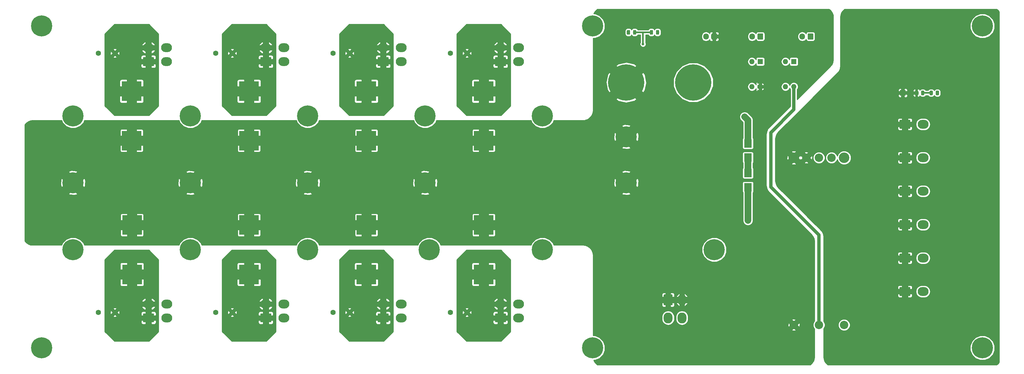
<source format=gbr>
G04 #@! TF.GenerationSoftware,KiCad,Pcbnew,(5.0.2)-1*
G04 #@! TF.CreationDate,2019-05-10T13:06:01+02:00*
G04 #@! TF.ProjectId,moc_main,6d6f635f-6d61-4696-9e2e-6b696361645f,rev?*
G04 #@! TF.SameCoordinates,Original*
G04 #@! TF.FileFunction,Copper,L1,Top*
G04 #@! TF.FilePolarity,Positive*
%FSLAX46Y46*%
G04 Gerber Fmt 4.6, Leading zero omitted, Abs format (unit mm)*
G04 Created by KiCad (PCBNEW (5.0.2)-1) date 10.05.2019 13:06:01*
%MOMM*%
%LPD*%
G01*
G04 APERTURE LIST*
G04 #@! TA.AperFunction,ComponentPad*
%ADD10O,1.600000X1.600000*%
G04 #@! TD*
G04 #@! TA.AperFunction,ComponentPad*
%ADD11R,1.600000X1.600000*%
G04 #@! TD*
G04 #@! TA.AperFunction,ComponentPad*
%ADD12C,1.600000*%
G04 #@! TD*
G04 #@! TA.AperFunction,Conductor*
%ADD13C,0.100000*%
G04 #@! TD*
G04 #@! TA.AperFunction,SMDPad,CuDef*
%ADD14C,0.975000*%
G04 #@! TD*
G04 #@! TA.AperFunction,ComponentPad*
%ADD15C,2.540000*%
G04 #@! TD*
G04 #@! TA.AperFunction,ComponentPad*
%ADD16C,3.200000*%
G04 #@! TD*
G04 #@! TA.AperFunction,ComponentPad*
%ADD17O,1.700000X1.850000*%
G04 #@! TD*
G04 #@! TA.AperFunction,ComponentPad*
%ADD18C,1.700000*%
G04 #@! TD*
G04 #@! TA.AperFunction,ComponentPad*
%ADD19C,2.700000*%
G04 #@! TD*
G04 #@! TA.AperFunction,ComponentPad*
%ADD20O,3.300000X2.700000*%
G04 #@! TD*
G04 #@! TA.AperFunction,ComponentPad*
%ADD21O,2.700000X3.300000*%
G04 #@! TD*
G04 #@! TA.AperFunction,SMDPad,CuDef*
%ADD22R,6.000000X6.000000*%
G04 #@! TD*
G04 #@! TA.AperFunction,ComponentPad*
%ADD23R,1.700000X1.700000*%
G04 #@! TD*
G04 #@! TA.AperFunction,ComponentPad*
%ADD24C,11.000000*%
G04 #@! TD*
G04 #@! TA.AperFunction,ComponentPad*
%ADD25C,6.400000*%
G04 #@! TD*
G04 #@! TA.AperFunction,SMDPad,CuDef*
%ADD26R,2.300000X2.500000*%
G04 #@! TD*
G04 #@! TA.AperFunction,ViaPad*
%ADD27C,0.800000*%
G04 #@! TD*
G04 #@! TA.AperFunction,Conductor*
%ADD28C,2.000000*%
G04 #@! TD*
G04 #@! TA.AperFunction,Conductor*
%ADD29C,0.500000*%
G04 #@! TD*
G04 #@! TA.AperFunction,Conductor*
%ADD30C,1.000000*%
G04 #@! TD*
G04 #@! TA.AperFunction,Conductor*
%ADD31C,0.254000*%
G04 #@! TD*
G04 APERTURE END LIST*
D10*
G04 #@! TO.P,U3,4*
G04 #@! TO.N,Net-(IC2-Pad2)*
X248412000Y-38862000D03*
G04 #@! TO.P,U3,2*
G04 #@! TO.N,Net-(J39-Pad2)*
X245872000Y-31242000D03*
G04 #@! TO.P,U3,3*
G04 #@! TO.N,-BattPow*
X245872000Y-38862000D03*
D11*
G04 #@! TO.P,U3,1*
G04 #@! TO.N,Net-(R16-Pad1)*
X248412000Y-31242000D03*
G04 #@! TD*
D12*
G04 #@! TO.P,C15,1*
G04 #@! TO.N,Net-(C15-Pad1)*
X42672000Y-107442000D03*
G04 #@! TO.P,C15,2*
G04 #@! TO.N,-BattPow*
X37672000Y-107442000D03*
G04 #@! TD*
G04 #@! TO.P,C16,2*
G04 #@! TO.N,-BattPow*
X73232000Y-107442000D03*
G04 #@! TO.P,C16,1*
G04 #@! TO.N,Net-(C16-Pad1)*
X78232000Y-107442000D03*
G04 #@! TD*
G04 #@! TO.P,C17,1*
G04 #@! TO.N,Net-(C17-Pad1)*
X113792000Y-107442000D03*
G04 #@! TO.P,C17,2*
G04 #@! TO.N,-BattPow*
X108792000Y-107442000D03*
G04 #@! TD*
G04 #@! TO.P,C18,2*
G04 #@! TO.N,-BattPow*
X144352000Y-107442000D03*
G04 #@! TO.P,C18,1*
G04 #@! TO.N,Net-(C18-Pad1)*
X149352000Y-107442000D03*
G04 #@! TD*
G04 #@! TO.P,C19,1*
G04 #@! TO.N,Net-(C19-Pad1)*
X149352000Y-28702000D03*
G04 #@! TO.P,C19,2*
G04 #@! TO.N,-BattPow*
X144352000Y-28702000D03*
G04 #@! TD*
G04 #@! TO.P,C20,1*
G04 #@! TO.N,Net-(C20-Pad1)*
X113792000Y-28702000D03*
G04 #@! TO.P,C20,2*
G04 #@! TO.N,-BattPow*
X108792000Y-28702000D03*
G04 #@! TD*
G04 #@! TO.P,C21,2*
G04 #@! TO.N,-BattPow*
X73232000Y-28702000D03*
G04 #@! TO.P,C21,1*
G04 #@! TO.N,Net-(C21-Pad1)*
X78232000Y-28702000D03*
G04 #@! TD*
D13*
G04 #@! TO.N,Net-(D10-Pad2)*
G04 #@! TO.C,D10*
G36*
X198544642Y-21653174D02*
X198568303Y-21656684D01*
X198591507Y-21662496D01*
X198614029Y-21670554D01*
X198635653Y-21680782D01*
X198656170Y-21693079D01*
X198675383Y-21707329D01*
X198693107Y-21723393D01*
X198709171Y-21741117D01*
X198723421Y-21760330D01*
X198735718Y-21780847D01*
X198745946Y-21802471D01*
X198754004Y-21824993D01*
X198759816Y-21848197D01*
X198763326Y-21871858D01*
X198764500Y-21895750D01*
X198764500Y-22808250D01*
X198763326Y-22832142D01*
X198759816Y-22855803D01*
X198754004Y-22879007D01*
X198745946Y-22901529D01*
X198735718Y-22923153D01*
X198723421Y-22943670D01*
X198709171Y-22962883D01*
X198693107Y-22980607D01*
X198675383Y-22996671D01*
X198656170Y-23010921D01*
X198635653Y-23023218D01*
X198614029Y-23033446D01*
X198591507Y-23041504D01*
X198568303Y-23047316D01*
X198544642Y-23050826D01*
X198520750Y-23052000D01*
X198033250Y-23052000D01*
X198009358Y-23050826D01*
X197985697Y-23047316D01*
X197962493Y-23041504D01*
X197939971Y-23033446D01*
X197918347Y-23023218D01*
X197897830Y-23010921D01*
X197878617Y-22996671D01*
X197860893Y-22980607D01*
X197844829Y-22962883D01*
X197830579Y-22943670D01*
X197818282Y-22923153D01*
X197808054Y-22901529D01*
X197799996Y-22879007D01*
X197794184Y-22855803D01*
X197790674Y-22832142D01*
X197789500Y-22808250D01*
X197789500Y-21895750D01*
X197790674Y-21871858D01*
X197794184Y-21848197D01*
X197799996Y-21824993D01*
X197808054Y-21802471D01*
X197818282Y-21780847D01*
X197830579Y-21760330D01*
X197844829Y-21741117D01*
X197860893Y-21723393D01*
X197878617Y-21707329D01*
X197897830Y-21693079D01*
X197918347Y-21680782D01*
X197939971Y-21670554D01*
X197962493Y-21662496D01*
X197985697Y-21656684D01*
X198009358Y-21653174D01*
X198033250Y-21652000D01*
X198520750Y-21652000D01*
X198544642Y-21653174D01*
X198544642Y-21653174D01*
G37*
D14*
G04 #@! TD*
G04 #@! TO.P,D10,2*
G04 #@! TO.N,Net-(D10-Pad2)*
X198277000Y-22352000D03*
D13*
G04 #@! TO.N,Net-(D10-Pad1)*
G04 #@! TO.C,D10*
G36*
X200419642Y-21653174D02*
X200443303Y-21656684D01*
X200466507Y-21662496D01*
X200489029Y-21670554D01*
X200510653Y-21680782D01*
X200531170Y-21693079D01*
X200550383Y-21707329D01*
X200568107Y-21723393D01*
X200584171Y-21741117D01*
X200598421Y-21760330D01*
X200610718Y-21780847D01*
X200620946Y-21802471D01*
X200629004Y-21824993D01*
X200634816Y-21848197D01*
X200638326Y-21871858D01*
X200639500Y-21895750D01*
X200639500Y-22808250D01*
X200638326Y-22832142D01*
X200634816Y-22855803D01*
X200629004Y-22879007D01*
X200620946Y-22901529D01*
X200610718Y-22923153D01*
X200598421Y-22943670D01*
X200584171Y-22962883D01*
X200568107Y-22980607D01*
X200550383Y-22996671D01*
X200531170Y-23010921D01*
X200510653Y-23023218D01*
X200489029Y-23033446D01*
X200466507Y-23041504D01*
X200443303Y-23047316D01*
X200419642Y-23050826D01*
X200395750Y-23052000D01*
X199908250Y-23052000D01*
X199884358Y-23050826D01*
X199860697Y-23047316D01*
X199837493Y-23041504D01*
X199814971Y-23033446D01*
X199793347Y-23023218D01*
X199772830Y-23010921D01*
X199753617Y-22996671D01*
X199735893Y-22980607D01*
X199719829Y-22962883D01*
X199705579Y-22943670D01*
X199693282Y-22923153D01*
X199683054Y-22901529D01*
X199674996Y-22879007D01*
X199669184Y-22855803D01*
X199665674Y-22832142D01*
X199664500Y-22808250D01*
X199664500Y-21895750D01*
X199665674Y-21871858D01*
X199669184Y-21848197D01*
X199674996Y-21824993D01*
X199683054Y-21802471D01*
X199693282Y-21780847D01*
X199705579Y-21760330D01*
X199719829Y-21741117D01*
X199735893Y-21723393D01*
X199753617Y-21707329D01*
X199772830Y-21693079D01*
X199793347Y-21680782D01*
X199814971Y-21670554D01*
X199837493Y-21662496D01*
X199860697Y-21656684D01*
X199884358Y-21653174D01*
X199908250Y-21652000D01*
X200395750Y-21652000D01*
X200419642Y-21653174D01*
X200419642Y-21653174D01*
G37*
D14*
G04 #@! TD*
G04 #@! TO.P,D10,1*
G04 #@! TO.N,Net-(D10-Pad1)*
X200152000Y-22352000D03*
D13*
G04 #@! TO.N,Net-(D11-Pad1)*
G04 #@! TO.C,D11*
G36*
X207374642Y-21653174D02*
X207398303Y-21656684D01*
X207421507Y-21662496D01*
X207444029Y-21670554D01*
X207465653Y-21680782D01*
X207486170Y-21693079D01*
X207505383Y-21707329D01*
X207523107Y-21723393D01*
X207539171Y-21741117D01*
X207553421Y-21760330D01*
X207565718Y-21780847D01*
X207575946Y-21802471D01*
X207584004Y-21824993D01*
X207589816Y-21848197D01*
X207593326Y-21871858D01*
X207594500Y-21895750D01*
X207594500Y-22808250D01*
X207593326Y-22832142D01*
X207589816Y-22855803D01*
X207584004Y-22879007D01*
X207575946Y-22901529D01*
X207565718Y-22923153D01*
X207553421Y-22943670D01*
X207539171Y-22962883D01*
X207523107Y-22980607D01*
X207505383Y-22996671D01*
X207486170Y-23010921D01*
X207465653Y-23023218D01*
X207444029Y-23033446D01*
X207421507Y-23041504D01*
X207398303Y-23047316D01*
X207374642Y-23050826D01*
X207350750Y-23052000D01*
X206863250Y-23052000D01*
X206839358Y-23050826D01*
X206815697Y-23047316D01*
X206792493Y-23041504D01*
X206769971Y-23033446D01*
X206748347Y-23023218D01*
X206727830Y-23010921D01*
X206708617Y-22996671D01*
X206690893Y-22980607D01*
X206674829Y-22962883D01*
X206660579Y-22943670D01*
X206648282Y-22923153D01*
X206638054Y-22901529D01*
X206629996Y-22879007D01*
X206624184Y-22855803D01*
X206620674Y-22832142D01*
X206619500Y-22808250D01*
X206619500Y-21895750D01*
X206620674Y-21871858D01*
X206624184Y-21848197D01*
X206629996Y-21824993D01*
X206638054Y-21802471D01*
X206648282Y-21780847D01*
X206660579Y-21760330D01*
X206674829Y-21741117D01*
X206690893Y-21723393D01*
X206708617Y-21707329D01*
X206727830Y-21693079D01*
X206748347Y-21680782D01*
X206769971Y-21670554D01*
X206792493Y-21662496D01*
X206815697Y-21656684D01*
X206839358Y-21653174D01*
X206863250Y-21652000D01*
X207350750Y-21652000D01*
X207374642Y-21653174D01*
X207374642Y-21653174D01*
G37*
D14*
G04 #@! TD*
G04 #@! TO.P,D11,1*
G04 #@! TO.N,Net-(D11-Pad1)*
X207107000Y-22352000D03*
D13*
G04 #@! TO.N,Net-(D10-Pad1)*
G04 #@! TO.C,D11*
G36*
X205499642Y-21653174D02*
X205523303Y-21656684D01*
X205546507Y-21662496D01*
X205569029Y-21670554D01*
X205590653Y-21680782D01*
X205611170Y-21693079D01*
X205630383Y-21707329D01*
X205648107Y-21723393D01*
X205664171Y-21741117D01*
X205678421Y-21760330D01*
X205690718Y-21780847D01*
X205700946Y-21802471D01*
X205709004Y-21824993D01*
X205714816Y-21848197D01*
X205718326Y-21871858D01*
X205719500Y-21895750D01*
X205719500Y-22808250D01*
X205718326Y-22832142D01*
X205714816Y-22855803D01*
X205709004Y-22879007D01*
X205700946Y-22901529D01*
X205690718Y-22923153D01*
X205678421Y-22943670D01*
X205664171Y-22962883D01*
X205648107Y-22980607D01*
X205630383Y-22996671D01*
X205611170Y-23010921D01*
X205590653Y-23023218D01*
X205569029Y-23033446D01*
X205546507Y-23041504D01*
X205523303Y-23047316D01*
X205499642Y-23050826D01*
X205475750Y-23052000D01*
X204988250Y-23052000D01*
X204964358Y-23050826D01*
X204940697Y-23047316D01*
X204917493Y-23041504D01*
X204894971Y-23033446D01*
X204873347Y-23023218D01*
X204852830Y-23010921D01*
X204833617Y-22996671D01*
X204815893Y-22980607D01*
X204799829Y-22962883D01*
X204785579Y-22943670D01*
X204773282Y-22923153D01*
X204763054Y-22901529D01*
X204754996Y-22879007D01*
X204749184Y-22855803D01*
X204745674Y-22832142D01*
X204744500Y-22808250D01*
X204744500Y-21895750D01*
X204745674Y-21871858D01*
X204749184Y-21848197D01*
X204754996Y-21824993D01*
X204763054Y-21802471D01*
X204773282Y-21780847D01*
X204785579Y-21760330D01*
X204799829Y-21741117D01*
X204815893Y-21723393D01*
X204833617Y-21707329D01*
X204852830Y-21693079D01*
X204873347Y-21680782D01*
X204894971Y-21670554D01*
X204917493Y-21662496D01*
X204940697Y-21656684D01*
X204964358Y-21653174D01*
X204988250Y-21652000D01*
X205475750Y-21652000D01*
X205499642Y-21653174D01*
X205499642Y-21653174D01*
G37*
D14*
G04 #@! TD*
G04 #@! TO.P,D11,2*
G04 #@! TO.N,Net-(D10-Pad1)*
X205232000Y-22352000D03*
D13*
G04 #@! TO.N,Net-(D14-Pad2)*
G04 #@! TO.C,D14*
G36*
X290287142Y-40068174D02*
X290310803Y-40071684D01*
X290334007Y-40077496D01*
X290356529Y-40085554D01*
X290378153Y-40095782D01*
X290398670Y-40108079D01*
X290417883Y-40122329D01*
X290435607Y-40138393D01*
X290451671Y-40156117D01*
X290465921Y-40175330D01*
X290478218Y-40195847D01*
X290488446Y-40217471D01*
X290496504Y-40239993D01*
X290502316Y-40263197D01*
X290505826Y-40286858D01*
X290507000Y-40310750D01*
X290507000Y-41223250D01*
X290505826Y-41247142D01*
X290502316Y-41270803D01*
X290496504Y-41294007D01*
X290488446Y-41316529D01*
X290478218Y-41338153D01*
X290465921Y-41358670D01*
X290451671Y-41377883D01*
X290435607Y-41395607D01*
X290417883Y-41411671D01*
X290398670Y-41425921D01*
X290378153Y-41438218D01*
X290356529Y-41448446D01*
X290334007Y-41456504D01*
X290310803Y-41462316D01*
X290287142Y-41465826D01*
X290263250Y-41467000D01*
X289775750Y-41467000D01*
X289751858Y-41465826D01*
X289728197Y-41462316D01*
X289704993Y-41456504D01*
X289682471Y-41448446D01*
X289660847Y-41438218D01*
X289640330Y-41425921D01*
X289621117Y-41411671D01*
X289603393Y-41395607D01*
X289587329Y-41377883D01*
X289573079Y-41358670D01*
X289560782Y-41338153D01*
X289550554Y-41316529D01*
X289542496Y-41294007D01*
X289536684Y-41270803D01*
X289533174Y-41247142D01*
X289532000Y-41223250D01*
X289532000Y-40310750D01*
X289533174Y-40286858D01*
X289536684Y-40263197D01*
X289542496Y-40239993D01*
X289550554Y-40217471D01*
X289560782Y-40195847D01*
X289573079Y-40175330D01*
X289587329Y-40156117D01*
X289603393Y-40138393D01*
X289621117Y-40122329D01*
X289640330Y-40108079D01*
X289660847Y-40095782D01*
X289682471Y-40085554D01*
X289704993Y-40077496D01*
X289728197Y-40071684D01*
X289751858Y-40068174D01*
X289775750Y-40067000D01*
X290263250Y-40067000D01*
X290287142Y-40068174D01*
X290287142Y-40068174D01*
G37*
D14*
G04 #@! TD*
G04 #@! TO.P,D14,2*
G04 #@! TO.N,Net-(D14-Pad2)*
X290019500Y-40767000D03*
D13*
G04 #@! TO.N,-BattPow*
G04 #@! TO.C,D14*
G36*
X292162142Y-40068174D02*
X292185803Y-40071684D01*
X292209007Y-40077496D01*
X292231529Y-40085554D01*
X292253153Y-40095782D01*
X292273670Y-40108079D01*
X292292883Y-40122329D01*
X292310607Y-40138393D01*
X292326671Y-40156117D01*
X292340921Y-40175330D01*
X292353218Y-40195847D01*
X292363446Y-40217471D01*
X292371504Y-40239993D01*
X292377316Y-40263197D01*
X292380826Y-40286858D01*
X292382000Y-40310750D01*
X292382000Y-41223250D01*
X292380826Y-41247142D01*
X292377316Y-41270803D01*
X292371504Y-41294007D01*
X292363446Y-41316529D01*
X292353218Y-41338153D01*
X292340921Y-41358670D01*
X292326671Y-41377883D01*
X292310607Y-41395607D01*
X292292883Y-41411671D01*
X292273670Y-41425921D01*
X292253153Y-41438218D01*
X292231529Y-41448446D01*
X292209007Y-41456504D01*
X292185803Y-41462316D01*
X292162142Y-41465826D01*
X292138250Y-41467000D01*
X291650750Y-41467000D01*
X291626858Y-41465826D01*
X291603197Y-41462316D01*
X291579993Y-41456504D01*
X291557471Y-41448446D01*
X291535847Y-41438218D01*
X291515330Y-41425921D01*
X291496117Y-41411671D01*
X291478393Y-41395607D01*
X291462329Y-41377883D01*
X291448079Y-41358670D01*
X291435782Y-41338153D01*
X291425554Y-41316529D01*
X291417496Y-41294007D01*
X291411684Y-41270803D01*
X291408174Y-41247142D01*
X291407000Y-41223250D01*
X291407000Y-40310750D01*
X291408174Y-40286858D01*
X291411684Y-40263197D01*
X291417496Y-40239993D01*
X291425554Y-40217471D01*
X291435782Y-40195847D01*
X291448079Y-40175330D01*
X291462329Y-40156117D01*
X291478393Y-40138393D01*
X291496117Y-40122329D01*
X291515330Y-40108079D01*
X291535847Y-40095782D01*
X291557471Y-40085554D01*
X291579993Y-40077496D01*
X291603197Y-40071684D01*
X291626858Y-40068174D01*
X291650750Y-40067000D01*
X292138250Y-40067000D01*
X292162142Y-40068174D01*
X292162142Y-40068174D01*
G37*
D14*
G04 #@! TD*
G04 #@! TO.P,D14,1*
G04 #@! TO.N,-BattPow*
X291894500Y-40767000D03*
D15*
G04 #@! TO.P,IC2,1*
G04 #@! TO.N,+BattPow*
X248412000Y-111252000D03*
G04 #@! TO.P,IC2,2*
G04 #@! TO.N,Net-(IC2-Pad2)*
X256032000Y-111252000D03*
G04 #@! TO.P,IC2,3*
G04 #@! TO.N,-BattPow*
X263652000Y-111252000D03*
D16*
G04 #@! TO.P,IC2,4*
X263652000Y-60452000D03*
D15*
G04 #@! TO.P,IC2,5*
X259842000Y-60452000D03*
G04 #@! TO.P,IC2,6*
G04 #@! TO.N,N/C*
X256032000Y-60452000D03*
G04 #@! TO.P,IC2,7*
G04 #@! TO.N,Net-(C24-Pad1)*
X252222000Y-60452000D03*
D16*
G04 #@! TO.P,IC2,8*
X248412000Y-60452000D03*
G04 #@! TD*
D17*
G04 #@! TO.P,J27,2*
G04 #@! TO.N,Net-(J27-Pad2)*
X235752000Y-23622000D03*
D13*
G04 #@! TD*
G04 #@! TO.N,Net-(J27-Pad1)*
G04 #@! TO.C,J27*
G36*
X238876504Y-22698204D02*
X238900773Y-22701804D01*
X238924571Y-22707765D01*
X238947671Y-22716030D01*
X238969849Y-22726520D01*
X238990893Y-22739133D01*
X239010598Y-22753747D01*
X239028777Y-22770223D01*
X239045253Y-22788402D01*
X239059867Y-22808107D01*
X239072480Y-22829151D01*
X239082970Y-22851329D01*
X239091235Y-22874429D01*
X239097196Y-22898227D01*
X239100796Y-22922496D01*
X239102000Y-22947000D01*
X239102000Y-24297000D01*
X239100796Y-24321504D01*
X239097196Y-24345773D01*
X239091235Y-24369571D01*
X239082970Y-24392671D01*
X239072480Y-24414849D01*
X239059867Y-24435893D01*
X239045253Y-24455598D01*
X239028777Y-24473777D01*
X239010598Y-24490253D01*
X238990893Y-24504867D01*
X238969849Y-24517480D01*
X238947671Y-24527970D01*
X238924571Y-24536235D01*
X238900773Y-24542196D01*
X238876504Y-24545796D01*
X238852000Y-24547000D01*
X237652000Y-24547000D01*
X237627496Y-24545796D01*
X237603227Y-24542196D01*
X237579429Y-24536235D01*
X237556329Y-24527970D01*
X237534151Y-24517480D01*
X237513107Y-24504867D01*
X237493402Y-24490253D01*
X237475223Y-24473777D01*
X237458747Y-24455598D01*
X237444133Y-24435893D01*
X237431520Y-24414849D01*
X237421030Y-24392671D01*
X237412765Y-24369571D01*
X237406804Y-24345773D01*
X237403204Y-24321504D01*
X237402000Y-24297000D01*
X237402000Y-22947000D01*
X237403204Y-22922496D01*
X237406804Y-22898227D01*
X237412765Y-22874429D01*
X237421030Y-22851329D01*
X237431520Y-22829151D01*
X237444133Y-22808107D01*
X237458747Y-22788402D01*
X237475223Y-22770223D01*
X237493402Y-22753747D01*
X237513107Y-22739133D01*
X237534151Y-22726520D01*
X237556329Y-22716030D01*
X237579429Y-22707765D01*
X237603227Y-22701804D01*
X237627496Y-22698204D01*
X237652000Y-22697000D01*
X238852000Y-22697000D01*
X238876504Y-22698204D01*
X238876504Y-22698204D01*
G37*
D18*
G04 #@! TO.P,J27,1*
G04 #@! TO.N,Net-(J27-Pad1)*
X238252000Y-23622000D03*
G04 #@! TD*
D13*
G04 #@! TO.N,Net-(C15-Pad1)*
G04 #@! TO.C,J28*
G36*
X54276503Y-107753204D02*
X54300772Y-107756804D01*
X54324570Y-107762765D01*
X54347670Y-107771030D01*
X54369849Y-107781520D01*
X54390892Y-107794133D01*
X54410598Y-107808748D01*
X54428776Y-107825224D01*
X54445252Y-107843402D01*
X54459867Y-107863108D01*
X54472480Y-107884151D01*
X54482970Y-107906330D01*
X54491235Y-107929430D01*
X54497196Y-107953228D01*
X54500796Y-107977497D01*
X54502000Y-108002001D01*
X54502000Y-110201999D01*
X54500796Y-110226503D01*
X54497196Y-110250772D01*
X54491235Y-110274570D01*
X54482970Y-110297670D01*
X54472480Y-110319849D01*
X54459867Y-110340892D01*
X54445252Y-110360598D01*
X54428776Y-110378776D01*
X54410598Y-110395252D01*
X54390892Y-110409867D01*
X54369849Y-110422480D01*
X54347670Y-110432970D01*
X54324570Y-110441235D01*
X54300772Y-110447196D01*
X54276503Y-110450796D01*
X54251999Y-110452000D01*
X51452001Y-110452000D01*
X51427497Y-110450796D01*
X51403228Y-110447196D01*
X51379430Y-110441235D01*
X51356330Y-110432970D01*
X51334151Y-110422480D01*
X51313108Y-110409867D01*
X51293402Y-110395252D01*
X51275224Y-110378776D01*
X51258748Y-110360598D01*
X51244133Y-110340892D01*
X51231520Y-110319849D01*
X51221030Y-110297670D01*
X51212765Y-110274570D01*
X51206804Y-110250772D01*
X51203204Y-110226503D01*
X51202000Y-110201999D01*
X51202000Y-108002001D01*
X51203204Y-107977497D01*
X51206804Y-107953228D01*
X51212765Y-107929430D01*
X51221030Y-107906330D01*
X51231520Y-107884151D01*
X51244133Y-107863108D01*
X51258748Y-107843402D01*
X51275224Y-107825224D01*
X51293402Y-107808748D01*
X51313108Y-107794133D01*
X51334151Y-107781520D01*
X51356330Y-107771030D01*
X51379430Y-107762765D01*
X51403228Y-107756804D01*
X51427497Y-107753204D01*
X51452001Y-107752000D01*
X54251999Y-107752000D01*
X54276503Y-107753204D01*
X54276503Y-107753204D01*
G37*
D19*
G04 #@! TD*
G04 #@! TO.P,J28,1*
G04 #@! TO.N,Net-(C15-Pad1)*
X52852000Y-109102000D03*
D20*
G04 #@! TO.P,J28,2*
G04 #@! TO.N,Net-(C15-Pad1)*
X52852000Y-104902000D03*
G04 #@! TO.P,J28,3*
G04 #@! TO.N,-BattPow*
X58352000Y-109102000D03*
G04 #@! TO.P,J28,4*
X58352000Y-104902000D03*
G04 #@! TD*
G04 #@! TO.P,J29,4*
G04 #@! TO.N,-BattPow*
X93892000Y-104902000D03*
G04 #@! TO.P,J29,3*
X93892000Y-109102000D03*
G04 #@! TO.P,J29,2*
G04 #@! TO.N,Net-(C16-Pad1)*
X88392000Y-104902000D03*
D13*
G04 #@! TD*
G04 #@! TO.N,Net-(C16-Pad1)*
G04 #@! TO.C,J29*
G36*
X89816503Y-107753204D02*
X89840772Y-107756804D01*
X89864570Y-107762765D01*
X89887670Y-107771030D01*
X89909849Y-107781520D01*
X89930892Y-107794133D01*
X89950598Y-107808748D01*
X89968776Y-107825224D01*
X89985252Y-107843402D01*
X89999867Y-107863108D01*
X90012480Y-107884151D01*
X90022970Y-107906330D01*
X90031235Y-107929430D01*
X90037196Y-107953228D01*
X90040796Y-107977497D01*
X90042000Y-108002001D01*
X90042000Y-110201999D01*
X90040796Y-110226503D01*
X90037196Y-110250772D01*
X90031235Y-110274570D01*
X90022970Y-110297670D01*
X90012480Y-110319849D01*
X89999867Y-110340892D01*
X89985252Y-110360598D01*
X89968776Y-110378776D01*
X89950598Y-110395252D01*
X89930892Y-110409867D01*
X89909849Y-110422480D01*
X89887670Y-110432970D01*
X89864570Y-110441235D01*
X89840772Y-110447196D01*
X89816503Y-110450796D01*
X89791999Y-110452000D01*
X86992001Y-110452000D01*
X86967497Y-110450796D01*
X86943228Y-110447196D01*
X86919430Y-110441235D01*
X86896330Y-110432970D01*
X86874151Y-110422480D01*
X86853108Y-110409867D01*
X86833402Y-110395252D01*
X86815224Y-110378776D01*
X86798748Y-110360598D01*
X86784133Y-110340892D01*
X86771520Y-110319849D01*
X86761030Y-110297670D01*
X86752765Y-110274570D01*
X86746804Y-110250772D01*
X86743204Y-110226503D01*
X86742000Y-110201999D01*
X86742000Y-108002001D01*
X86743204Y-107977497D01*
X86746804Y-107953228D01*
X86752765Y-107929430D01*
X86761030Y-107906330D01*
X86771520Y-107884151D01*
X86784133Y-107863108D01*
X86798748Y-107843402D01*
X86815224Y-107825224D01*
X86833402Y-107808748D01*
X86853108Y-107794133D01*
X86874151Y-107781520D01*
X86896330Y-107771030D01*
X86919430Y-107762765D01*
X86943228Y-107756804D01*
X86967497Y-107753204D01*
X86992001Y-107752000D01*
X89791999Y-107752000D01*
X89816503Y-107753204D01*
X89816503Y-107753204D01*
G37*
D19*
G04 #@! TO.P,J29,1*
G04 #@! TO.N,Net-(C16-Pad1)*
X88392000Y-109102000D03*
G04 #@! TD*
D13*
G04 #@! TO.N,Net-(C17-Pad1)*
G04 #@! TO.C,J30*
G36*
X125376503Y-107753204D02*
X125400772Y-107756804D01*
X125424570Y-107762765D01*
X125447670Y-107771030D01*
X125469849Y-107781520D01*
X125490892Y-107794133D01*
X125510598Y-107808748D01*
X125528776Y-107825224D01*
X125545252Y-107843402D01*
X125559867Y-107863108D01*
X125572480Y-107884151D01*
X125582970Y-107906330D01*
X125591235Y-107929430D01*
X125597196Y-107953228D01*
X125600796Y-107977497D01*
X125602000Y-108002001D01*
X125602000Y-110201999D01*
X125600796Y-110226503D01*
X125597196Y-110250772D01*
X125591235Y-110274570D01*
X125582970Y-110297670D01*
X125572480Y-110319849D01*
X125559867Y-110340892D01*
X125545252Y-110360598D01*
X125528776Y-110378776D01*
X125510598Y-110395252D01*
X125490892Y-110409867D01*
X125469849Y-110422480D01*
X125447670Y-110432970D01*
X125424570Y-110441235D01*
X125400772Y-110447196D01*
X125376503Y-110450796D01*
X125351999Y-110452000D01*
X122552001Y-110452000D01*
X122527497Y-110450796D01*
X122503228Y-110447196D01*
X122479430Y-110441235D01*
X122456330Y-110432970D01*
X122434151Y-110422480D01*
X122413108Y-110409867D01*
X122393402Y-110395252D01*
X122375224Y-110378776D01*
X122358748Y-110360598D01*
X122344133Y-110340892D01*
X122331520Y-110319849D01*
X122321030Y-110297670D01*
X122312765Y-110274570D01*
X122306804Y-110250772D01*
X122303204Y-110226503D01*
X122302000Y-110201999D01*
X122302000Y-108002001D01*
X122303204Y-107977497D01*
X122306804Y-107953228D01*
X122312765Y-107929430D01*
X122321030Y-107906330D01*
X122331520Y-107884151D01*
X122344133Y-107863108D01*
X122358748Y-107843402D01*
X122375224Y-107825224D01*
X122393402Y-107808748D01*
X122413108Y-107794133D01*
X122434151Y-107781520D01*
X122456330Y-107771030D01*
X122479430Y-107762765D01*
X122503228Y-107756804D01*
X122527497Y-107753204D01*
X122552001Y-107752000D01*
X125351999Y-107752000D01*
X125376503Y-107753204D01*
X125376503Y-107753204D01*
G37*
D19*
G04 #@! TD*
G04 #@! TO.P,J30,1*
G04 #@! TO.N,Net-(C17-Pad1)*
X123952000Y-109102000D03*
D20*
G04 #@! TO.P,J30,2*
G04 #@! TO.N,Net-(C17-Pad1)*
X123952000Y-104902000D03*
G04 #@! TO.P,J30,3*
G04 #@! TO.N,-BattPow*
X129452000Y-109102000D03*
G04 #@! TO.P,J30,4*
X129452000Y-104902000D03*
G04 #@! TD*
G04 #@! TO.P,J31,4*
G04 #@! TO.N,-BattPow*
X165012000Y-104902000D03*
G04 #@! TO.P,J31,3*
X165012000Y-109102000D03*
G04 #@! TO.P,J31,2*
G04 #@! TO.N,Net-(C18-Pad1)*
X159512000Y-104902000D03*
D13*
G04 #@! TD*
G04 #@! TO.N,Net-(C18-Pad1)*
G04 #@! TO.C,J31*
G36*
X160936503Y-107753204D02*
X160960772Y-107756804D01*
X160984570Y-107762765D01*
X161007670Y-107771030D01*
X161029849Y-107781520D01*
X161050892Y-107794133D01*
X161070598Y-107808748D01*
X161088776Y-107825224D01*
X161105252Y-107843402D01*
X161119867Y-107863108D01*
X161132480Y-107884151D01*
X161142970Y-107906330D01*
X161151235Y-107929430D01*
X161157196Y-107953228D01*
X161160796Y-107977497D01*
X161162000Y-108002001D01*
X161162000Y-110201999D01*
X161160796Y-110226503D01*
X161157196Y-110250772D01*
X161151235Y-110274570D01*
X161142970Y-110297670D01*
X161132480Y-110319849D01*
X161119867Y-110340892D01*
X161105252Y-110360598D01*
X161088776Y-110378776D01*
X161070598Y-110395252D01*
X161050892Y-110409867D01*
X161029849Y-110422480D01*
X161007670Y-110432970D01*
X160984570Y-110441235D01*
X160960772Y-110447196D01*
X160936503Y-110450796D01*
X160911999Y-110452000D01*
X158112001Y-110452000D01*
X158087497Y-110450796D01*
X158063228Y-110447196D01*
X158039430Y-110441235D01*
X158016330Y-110432970D01*
X157994151Y-110422480D01*
X157973108Y-110409867D01*
X157953402Y-110395252D01*
X157935224Y-110378776D01*
X157918748Y-110360598D01*
X157904133Y-110340892D01*
X157891520Y-110319849D01*
X157881030Y-110297670D01*
X157872765Y-110274570D01*
X157866804Y-110250772D01*
X157863204Y-110226503D01*
X157862000Y-110201999D01*
X157862000Y-108002001D01*
X157863204Y-107977497D01*
X157866804Y-107953228D01*
X157872765Y-107929430D01*
X157881030Y-107906330D01*
X157891520Y-107884151D01*
X157904133Y-107863108D01*
X157918748Y-107843402D01*
X157935224Y-107825224D01*
X157953402Y-107808748D01*
X157973108Y-107794133D01*
X157994151Y-107781520D01*
X158016330Y-107771030D01*
X158039430Y-107762765D01*
X158063228Y-107756804D01*
X158087497Y-107753204D01*
X158112001Y-107752000D01*
X160911999Y-107752000D01*
X160936503Y-107753204D01*
X160936503Y-107753204D01*
G37*
D19*
G04 #@! TO.P,J31,1*
G04 #@! TO.N,Net-(C18-Pad1)*
X159512000Y-109102000D03*
G04 #@! TD*
D20*
G04 #@! TO.P,J32,4*
G04 #@! TO.N,-BattPow*
X165012000Y-27042000D03*
G04 #@! TO.P,J32,3*
X165012000Y-31242000D03*
G04 #@! TO.P,J32,2*
G04 #@! TO.N,Net-(C19-Pad1)*
X159512000Y-27042000D03*
D13*
G04 #@! TD*
G04 #@! TO.N,Net-(C19-Pad1)*
G04 #@! TO.C,J32*
G36*
X160936503Y-29893204D02*
X160960772Y-29896804D01*
X160984570Y-29902765D01*
X161007670Y-29911030D01*
X161029849Y-29921520D01*
X161050892Y-29934133D01*
X161070598Y-29948748D01*
X161088776Y-29965224D01*
X161105252Y-29983402D01*
X161119867Y-30003108D01*
X161132480Y-30024151D01*
X161142970Y-30046330D01*
X161151235Y-30069430D01*
X161157196Y-30093228D01*
X161160796Y-30117497D01*
X161162000Y-30142001D01*
X161162000Y-32341999D01*
X161160796Y-32366503D01*
X161157196Y-32390772D01*
X161151235Y-32414570D01*
X161142970Y-32437670D01*
X161132480Y-32459849D01*
X161119867Y-32480892D01*
X161105252Y-32500598D01*
X161088776Y-32518776D01*
X161070598Y-32535252D01*
X161050892Y-32549867D01*
X161029849Y-32562480D01*
X161007670Y-32572970D01*
X160984570Y-32581235D01*
X160960772Y-32587196D01*
X160936503Y-32590796D01*
X160911999Y-32592000D01*
X158112001Y-32592000D01*
X158087497Y-32590796D01*
X158063228Y-32587196D01*
X158039430Y-32581235D01*
X158016330Y-32572970D01*
X157994151Y-32562480D01*
X157973108Y-32549867D01*
X157953402Y-32535252D01*
X157935224Y-32518776D01*
X157918748Y-32500598D01*
X157904133Y-32480892D01*
X157891520Y-32459849D01*
X157881030Y-32437670D01*
X157872765Y-32414570D01*
X157866804Y-32390772D01*
X157863204Y-32366503D01*
X157862000Y-32341999D01*
X157862000Y-30142001D01*
X157863204Y-30117497D01*
X157866804Y-30093228D01*
X157872765Y-30069430D01*
X157881030Y-30046330D01*
X157891520Y-30024151D01*
X157904133Y-30003108D01*
X157918748Y-29983402D01*
X157935224Y-29965224D01*
X157953402Y-29948748D01*
X157973108Y-29934133D01*
X157994151Y-29921520D01*
X158016330Y-29911030D01*
X158039430Y-29902765D01*
X158063228Y-29896804D01*
X158087497Y-29893204D01*
X158112001Y-29892000D01*
X160911999Y-29892000D01*
X160936503Y-29893204D01*
X160936503Y-29893204D01*
G37*
D19*
G04 #@! TO.P,J32,1*
G04 #@! TO.N,Net-(C19-Pad1)*
X159512000Y-31242000D03*
G04 #@! TD*
D13*
G04 #@! TO.N,Net-(C20-Pad1)*
G04 #@! TO.C,J33*
G36*
X125376503Y-29893204D02*
X125400772Y-29896804D01*
X125424570Y-29902765D01*
X125447670Y-29911030D01*
X125469849Y-29921520D01*
X125490892Y-29934133D01*
X125510598Y-29948748D01*
X125528776Y-29965224D01*
X125545252Y-29983402D01*
X125559867Y-30003108D01*
X125572480Y-30024151D01*
X125582970Y-30046330D01*
X125591235Y-30069430D01*
X125597196Y-30093228D01*
X125600796Y-30117497D01*
X125602000Y-30142001D01*
X125602000Y-32341999D01*
X125600796Y-32366503D01*
X125597196Y-32390772D01*
X125591235Y-32414570D01*
X125582970Y-32437670D01*
X125572480Y-32459849D01*
X125559867Y-32480892D01*
X125545252Y-32500598D01*
X125528776Y-32518776D01*
X125510598Y-32535252D01*
X125490892Y-32549867D01*
X125469849Y-32562480D01*
X125447670Y-32572970D01*
X125424570Y-32581235D01*
X125400772Y-32587196D01*
X125376503Y-32590796D01*
X125351999Y-32592000D01*
X122552001Y-32592000D01*
X122527497Y-32590796D01*
X122503228Y-32587196D01*
X122479430Y-32581235D01*
X122456330Y-32572970D01*
X122434151Y-32562480D01*
X122413108Y-32549867D01*
X122393402Y-32535252D01*
X122375224Y-32518776D01*
X122358748Y-32500598D01*
X122344133Y-32480892D01*
X122331520Y-32459849D01*
X122321030Y-32437670D01*
X122312765Y-32414570D01*
X122306804Y-32390772D01*
X122303204Y-32366503D01*
X122302000Y-32341999D01*
X122302000Y-30142001D01*
X122303204Y-30117497D01*
X122306804Y-30093228D01*
X122312765Y-30069430D01*
X122321030Y-30046330D01*
X122331520Y-30024151D01*
X122344133Y-30003108D01*
X122358748Y-29983402D01*
X122375224Y-29965224D01*
X122393402Y-29948748D01*
X122413108Y-29934133D01*
X122434151Y-29921520D01*
X122456330Y-29911030D01*
X122479430Y-29902765D01*
X122503228Y-29896804D01*
X122527497Y-29893204D01*
X122552001Y-29892000D01*
X125351999Y-29892000D01*
X125376503Y-29893204D01*
X125376503Y-29893204D01*
G37*
D19*
G04 #@! TD*
G04 #@! TO.P,J33,1*
G04 #@! TO.N,Net-(C20-Pad1)*
X123952000Y-31242000D03*
D20*
G04 #@! TO.P,J33,2*
G04 #@! TO.N,Net-(C20-Pad1)*
X123952000Y-27042000D03*
G04 #@! TO.P,J33,3*
G04 #@! TO.N,-BattPow*
X129452000Y-31242000D03*
G04 #@! TO.P,J33,4*
X129452000Y-27042000D03*
G04 #@! TD*
D13*
G04 #@! TO.N,Net-(C21-Pad1)*
G04 #@! TO.C,J34*
G36*
X89816503Y-29893204D02*
X89840772Y-29896804D01*
X89864570Y-29902765D01*
X89887670Y-29911030D01*
X89909849Y-29921520D01*
X89930892Y-29934133D01*
X89950598Y-29948748D01*
X89968776Y-29965224D01*
X89985252Y-29983402D01*
X89999867Y-30003108D01*
X90012480Y-30024151D01*
X90022970Y-30046330D01*
X90031235Y-30069430D01*
X90037196Y-30093228D01*
X90040796Y-30117497D01*
X90042000Y-30142001D01*
X90042000Y-32341999D01*
X90040796Y-32366503D01*
X90037196Y-32390772D01*
X90031235Y-32414570D01*
X90022970Y-32437670D01*
X90012480Y-32459849D01*
X89999867Y-32480892D01*
X89985252Y-32500598D01*
X89968776Y-32518776D01*
X89950598Y-32535252D01*
X89930892Y-32549867D01*
X89909849Y-32562480D01*
X89887670Y-32572970D01*
X89864570Y-32581235D01*
X89840772Y-32587196D01*
X89816503Y-32590796D01*
X89791999Y-32592000D01*
X86992001Y-32592000D01*
X86967497Y-32590796D01*
X86943228Y-32587196D01*
X86919430Y-32581235D01*
X86896330Y-32572970D01*
X86874151Y-32562480D01*
X86853108Y-32549867D01*
X86833402Y-32535252D01*
X86815224Y-32518776D01*
X86798748Y-32500598D01*
X86784133Y-32480892D01*
X86771520Y-32459849D01*
X86761030Y-32437670D01*
X86752765Y-32414570D01*
X86746804Y-32390772D01*
X86743204Y-32366503D01*
X86742000Y-32341999D01*
X86742000Y-30142001D01*
X86743204Y-30117497D01*
X86746804Y-30093228D01*
X86752765Y-30069430D01*
X86761030Y-30046330D01*
X86771520Y-30024151D01*
X86784133Y-30003108D01*
X86798748Y-29983402D01*
X86815224Y-29965224D01*
X86833402Y-29948748D01*
X86853108Y-29934133D01*
X86874151Y-29921520D01*
X86896330Y-29911030D01*
X86919430Y-29902765D01*
X86943228Y-29896804D01*
X86967497Y-29893204D01*
X86992001Y-29892000D01*
X89791999Y-29892000D01*
X89816503Y-29893204D01*
X89816503Y-29893204D01*
G37*
D19*
G04 #@! TD*
G04 #@! TO.P,J34,1*
G04 #@! TO.N,Net-(C21-Pad1)*
X88392000Y-31242000D03*
D20*
G04 #@! TO.P,J34,2*
G04 #@! TO.N,Net-(C21-Pad1)*
X88392000Y-27042000D03*
G04 #@! TO.P,J34,3*
G04 #@! TO.N,-BattPow*
X93892000Y-31242000D03*
G04 #@! TO.P,J34,4*
X93892000Y-27042000D03*
G04 #@! TD*
G04 #@! TO.P,J35,4*
G04 #@! TO.N,-BattPow*
X58332000Y-27042000D03*
G04 #@! TO.P,J35,3*
X58332000Y-31242000D03*
G04 #@! TO.P,J35,2*
G04 #@! TO.N,Net-(C22-Pad1)*
X52832000Y-27042000D03*
D13*
G04 #@! TD*
G04 #@! TO.N,Net-(C22-Pad1)*
G04 #@! TO.C,J35*
G36*
X54256503Y-29893204D02*
X54280772Y-29896804D01*
X54304570Y-29902765D01*
X54327670Y-29911030D01*
X54349849Y-29921520D01*
X54370892Y-29934133D01*
X54390598Y-29948748D01*
X54408776Y-29965224D01*
X54425252Y-29983402D01*
X54439867Y-30003108D01*
X54452480Y-30024151D01*
X54462970Y-30046330D01*
X54471235Y-30069430D01*
X54477196Y-30093228D01*
X54480796Y-30117497D01*
X54482000Y-30142001D01*
X54482000Y-32341999D01*
X54480796Y-32366503D01*
X54477196Y-32390772D01*
X54471235Y-32414570D01*
X54462970Y-32437670D01*
X54452480Y-32459849D01*
X54439867Y-32480892D01*
X54425252Y-32500598D01*
X54408776Y-32518776D01*
X54390598Y-32535252D01*
X54370892Y-32549867D01*
X54349849Y-32562480D01*
X54327670Y-32572970D01*
X54304570Y-32581235D01*
X54280772Y-32587196D01*
X54256503Y-32590796D01*
X54231999Y-32592000D01*
X51432001Y-32592000D01*
X51407497Y-32590796D01*
X51383228Y-32587196D01*
X51359430Y-32581235D01*
X51336330Y-32572970D01*
X51314151Y-32562480D01*
X51293108Y-32549867D01*
X51273402Y-32535252D01*
X51255224Y-32518776D01*
X51238748Y-32500598D01*
X51224133Y-32480892D01*
X51211520Y-32459849D01*
X51201030Y-32437670D01*
X51192765Y-32414570D01*
X51186804Y-32390772D01*
X51183204Y-32366503D01*
X51182000Y-32341999D01*
X51182000Y-30142001D01*
X51183204Y-30117497D01*
X51186804Y-30093228D01*
X51192765Y-30069430D01*
X51201030Y-30046330D01*
X51211520Y-30024151D01*
X51224133Y-30003108D01*
X51238748Y-29983402D01*
X51255224Y-29965224D01*
X51273402Y-29948748D01*
X51293108Y-29934133D01*
X51314151Y-29921520D01*
X51336330Y-29911030D01*
X51359430Y-29902765D01*
X51383228Y-29896804D01*
X51407497Y-29893204D01*
X51432001Y-29892000D01*
X54231999Y-29892000D01*
X54256503Y-29893204D01*
X54256503Y-29893204D01*
G37*
D19*
G04 #@! TO.P,J35,1*
G04 #@! TO.N,Net-(C22-Pad1)*
X52832000Y-31242000D03*
G04 #@! TD*
D13*
G04 #@! TO.N,Net-(J39-Pad1)*
G04 #@! TO.C,J39*
G36*
X254076504Y-22698204D02*
X254100773Y-22701804D01*
X254124571Y-22707765D01*
X254147671Y-22716030D01*
X254169849Y-22726520D01*
X254190893Y-22739133D01*
X254210598Y-22753747D01*
X254228777Y-22770223D01*
X254245253Y-22788402D01*
X254259867Y-22808107D01*
X254272480Y-22829151D01*
X254282970Y-22851329D01*
X254291235Y-22874429D01*
X254297196Y-22898227D01*
X254300796Y-22922496D01*
X254302000Y-22947000D01*
X254302000Y-24297000D01*
X254300796Y-24321504D01*
X254297196Y-24345773D01*
X254291235Y-24369571D01*
X254282970Y-24392671D01*
X254272480Y-24414849D01*
X254259867Y-24435893D01*
X254245253Y-24455598D01*
X254228777Y-24473777D01*
X254210598Y-24490253D01*
X254190893Y-24504867D01*
X254169849Y-24517480D01*
X254147671Y-24527970D01*
X254124571Y-24536235D01*
X254100773Y-24542196D01*
X254076504Y-24545796D01*
X254052000Y-24547000D01*
X252852000Y-24547000D01*
X252827496Y-24545796D01*
X252803227Y-24542196D01*
X252779429Y-24536235D01*
X252756329Y-24527970D01*
X252734151Y-24517480D01*
X252713107Y-24504867D01*
X252693402Y-24490253D01*
X252675223Y-24473777D01*
X252658747Y-24455598D01*
X252644133Y-24435893D01*
X252631520Y-24414849D01*
X252621030Y-24392671D01*
X252612765Y-24369571D01*
X252606804Y-24345773D01*
X252603204Y-24321504D01*
X252602000Y-24297000D01*
X252602000Y-22947000D01*
X252603204Y-22922496D01*
X252606804Y-22898227D01*
X252612765Y-22874429D01*
X252621030Y-22851329D01*
X252631520Y-22829151D01*
X252644133Y-22808107D01*
X252658747Y-22788402D01*
X252675223Y-22770223D01*
X252693402Y-22753747D01*
X252713107Y-22739133D01*
X252734151Y-22726520D01*
X252756329Y-22716030D01*
X252779429Y-22707765D01*
X252803227Y-22701804D01*
X252827496Y-22698204D01*
X252852000Y-22697000D01*
X254052000Y-22697000D01*
X254076504Y-22698204D01*
X254076504Y-22698204D01*
G37*
D18*
G04 #@! TD*
G04 #@! TO.P,J39,1*
G04 #@! TO.N,Net-(J39-Pad1)*
X253452000Y-23622000D03*
D17*
G04 #@! TO.P,J39,2*
G04 #@! TO.N,Net-(J39-Pad2)*
X250952000Y-23622000D03*
G04 #@! TD*
D21*
G04 #@! TO.P,J52,4*
G04 #@! TO.N,-BattPow*
X214512000Y-109132000D03*
G04 #@! TO.P,J52,3*
X210312000Y-109132000D03*
G04 #@! TO.P,J52,2*
G04 #@! TO.N,+BattPow*
X214512000Y-103632000D03*
D13*
G04 #@! TD*
G04 #@! TO.N,+BattPow*
G04 #@! TO.C,J52*
G36*
X211436503Y-101983204D02*
X211460772Y-101986804D01*
X211484570Y-101992765D01*
X211507670Y-102001030D01*
X211529849Y-102011520D01*
X211550892Y-102024133D01*
X211570598Y-102038748D01*
X211588776Y-102055224D01*
X211605252Y-102073402D01*
X211619867Y-102093108D01*
X211632480Y-102114151D01*
X211642970Y-102136330D01*
X211651235Y-102159430D01*
X211657196Y-102183228D01*
X211660796Y-102207497D01*
X211662000Y-102232001D01*
X211662000Y-105031999D01*
X211660796Y-105056503D01*
X211657196Y-105080772D01*
X211651235Y-105104570D01*
X211642970Y-105127670D01*
X211632480Y-105149849D01*
X211619867Y-105170892D01*
X211605252Y-105190598D01*
X211588776Y-105208776D01*
X211570598Y-105225252D01*
X211550892Y-105239867D01*
X211529849Y-105252480D01*
X211507670Y-105262970D01*
X211484570Y-105271235D01*
X211460772Y-105277196D01*
X211436503Y-105280796D01*
X211411999Y-105282000D01*
X209212001Y-105282000D01*
X209187497Y-105280796D01*
X209163228Y-105277196D01*
X209139430Y-105271235D01*
X209116330Y-105262970D01*
X209094151Y-105252480D01*
X209073108Y-105239867D01*
X209053402Y-105225252D01*
X209035224Y-105208776D01*
X209018748Y-105190598D01*
X209004133Y-105170892D01*
X208991520Y-105149849D01*
X208981030Y-105127670D01*
X208972765Y-105104570D01*
X208966804Y-105080772D01*
X208963204Y-105056503D01*
X208962000Y-105031999D01*
X208962000Y-102232001D01*
X208963204Y-102207497D01*
X208966804Y-102183228D01*
X208972765Y-102159430D01*
X208981030Y-102136330D01*
X208991520Y-102114151D01*
X209004133Y-102093108D01*
X209018748Y-102073402D01*
X209035224Y-102055224D01*
X209053402Y-102038748D01*
X209073108Y-102024133D01*
X209094151Y-102011520D01*
X209116330Y-102001030D01*
X209139430Y-101992765D01*
X209163228Y-101986804D01*
X209187497Y-101983204D01*
X209212001Y-101982000D01*
X211411999Y-101982000D01*
X211436503Y-101983204D01*
X211436503Y-101983204D01*
G37*
D19*
G04 #@! TO.P,J52,1*
G04 #@! TO.N,+BattPow*
X210312000Y-103632000D03*
G04 #@! TD*
D22*
G04 #@! TO.P,L1,1*
G04 #@! TO.N,+BattPow*
X47852000Y-80892000D03*
G04 #@! TO.P,L1,2*
G04 #@! TO.N,Net-(C15-Pad1)*
X47852000Y-95892000D03*
G04 #@! TD*
G04 #@! TO.P,L2,2*
G04 #@! TO.N,Net-(C16-Pad1)*
X83312000Y-95892000D03*
G04 #@! TO.P,L2,1*
G04 #@! TO.N,+BattPow*
X83312000Y-80892000D03*
G04 #@! TD*
G04 #@! TO.P,L3,1*
G04 #@! TO.N,+BattPow*
X118872000Y-80892000D03*
G04 #@! TO.P,L3,2*
G04 #@! TO.N,Net-(C17-Pad1)*
X118872000Y-95892000D03*
G04 #@! TD*
G04 #@! TO.P,L4,2*
G04 #@! TO.N,Net-(C18-Pad1)*
X154432000Y-95892000D03*
G04 #@! TO.P,L4,1*
G04 #@! TO.N,+BattPow*
X154432000Y-80892000D03*
G04 #@! TD*
G04 #@! TO.P,L5,1*
G04 #@! TO.N,+BattPow*
X154432000Y-55252000D03*
G04 #@! TO.P,L5,2*
G04 #@! TO.N,Net-(C19-Pad1)*
X154432000Y-40252000D03*
G04 #@! TD*
G04 #@! TO.P,L6,1*
G04 #@! TO.N,+BattPow*
X118872000Y-55252000D03*
G04 #@! TO.P,L6,2*
G04 #@! TO.N,Net-(C20-Pad1)*
X118872000Y-40252000D03*
G04 #@! TD*
G04 #@! TO.P,L7,2*
G04 #@! TO.N,Net-(C21-Pad1)*
X83312000Y-40252000D03*
G04 #@! TO.P,L7,1*
G04 #@! TO.N,+BattPow*
X83312000Y-55252000D03*
G04 #@! TD*
G04 #@! TO.P,L8,2*
G04 #@! TO.N,Net-(C22-Pad1)*
X47752000Y-40252000D03*
G04 #@! TO.P,L8,1*
G04 #@! TO.N,+BattPow*
X47752000Y-55252000D03*
G04 #@! TD*
D13*
G04 #@! TO.N,Net-(D14-Pad2)*
G04 #@! TO.C,R11*
G36*
X287717142Y-40068174D02*
X287740803Y-40071684D01*
X287764007Y-40077496D01*
X287786529Y-40085554D01*
X287808153Y-40095782D01*
X287828670Y-40108079D01*
X287847883Y-40122329D01*
X287865607Y-40138393D01*
X287881671Y-40156117D01*
X287895921Y-40175330D01*
X287908218Y-40195847D01*
X287918446Y-40217471D01*
X287926504Y-40239993D01*
X287932316Y-40263197D01*
X287935826Y-40286858D01*
X287937000Y-40310750D01*
X287937000Y-41223250D01*
X287935826Y-41247142D01*
X287932316Y-41270803D01*
X287926504Y-41294007D01*
X287918446Y-41316529D01*
X287908218Y-41338153D01*
X287895921Y-41358670D01*
X287881671Y-41377883D01*
X287865607Y-41395607D01*
X287847883Y-41411671D01*
X287828670Y-41425921D01*
X287808153Y-41438218D01*
X287786529Y-41448446D01*
X287764007Y-41456504D01*
X287740803Y-41462316D01*
X287717142Y-41465826D01*
X287693250Y-41467000D01*
X287205750Y-41467000D01*
X287181858Y-41465826D01*
X287158197Y-41462316D01*
X287134993Y-41456504D01*
X287112471Y-41448446D01*
X287090847Y-41438218D01*
X287070330Y-41425921D01*
X287051117Y-41411671D01*
X287033393Y-41395607D01*
X287017329Y-41377883D01*
X287003079Y-41358670D01*
X286990782Y-41338153D01*
X286980554Y-41316529D01*
X286972496Y-41294007D01*
X286966684Y-41270803D01*
X286963174Y-41247142D01*
X286962000Y-41223250D01*
X286962000Y-40310750D01*
X286963174Y-40286858D01*
X286966684Y-40263197D01*
X286972496Y-40239993D01*
X286980554Y-40217471D01*
X286990782Y-40195847D01*
X287003079Y-40175330D01*
X287017329Y-40156117D01*
X287033393Y-40138393D01*
X287051117Y-40122329D01*
X287070330Y-40108079D01*
X287090847Y-40095782D01*
X287112471Y-40085554D01*
X287134993Y-40077496D01*
X287158197Y-40071684D01*
X287181858Y-40068174D01*
X287205750Y-40067000D01*
X287693250Y-40067000D01*
X287717142Y-40068174D01*
X287717142Y-40068174D01*
G37*
D14*
G04 #@! TD*
G04 #@! TO.P,R11,2*
G04 #@! TO.N,Net-(D14-Pad2)*
X287449500Y-40767000D03*
D13*
G04 #@! TO.N,Net-(C24-Pad1)*
G04 #@! TO.C,R11*
G36*
X285842142Y-40068174D02*
X285865803Y-40071684D01*
X285889007Y-40077496D01*
X285911529Y-40085554D01*
X285933153Y-40095782D01*
X285953670Y-40108079D01*
X285972883Y-40122329D01*
X285990607Y-40138393D01*
X286006671Y-40156117D01*
X286020921Y-40175330D01*
X286033218Y-40195847D01*
X286043446Y-40217471D01*
X286051504Y-40239993D01*
X286057316Y-40263197D01*
X286060826Y-40286858D01*
X286062000Y-40310750D01*
X286062000Y-41223250D01*
X286060826Y-41247142D01*
X286057316Y-41270803D01*
X286051504Y-41294007D01*
X286043446Y-41316529D01*
X286033218Y-41338153D01*
X286020921Y-41358670D01*
X286006671Y-41377883D01*
X285990607Y-41395607D01*
X285972883Y-41411671D01*
X285953670Y-41425921D01*
X285933153Y-41438218D01*
X285911529Y-41448446D01*
X285889007Y-41456504D01*
X285865803Y-41462316D01*
X285842142Y-41465826D01*
X285818250Y-41467000D01*
X285330750Y-41467000D01*
X285306858Y-41465826D01*
X285283197Y-41462316D01*
X285259993Y-41456504D01*
X285237471Y-41448446D01*
X285215847Y-41438218D01*
X285195330Y-41425921D01*
X285176117Y-41411671D01*
X285158393Y-41395607D01*
X285142329Y-41377883D01*
X285128079Y-41358670D01*
X285115782Y-41338153D01*
X285105554Y-41316529D01*
X285097496Y-41294007D01*
X285091684Y-41270803D01*
X285088174Y-41247142D01*
X285087000Y-41223250D01*
X285087000Y-40310750D01*
X285088174Y-40286858D01*
X285091684Y-40263197D01*
X285097496Y-40239993D01*
X285105554Y-40217471D01*
X285115782Y-40195847D01*
X285128079Y-40175330D01*
X285142329Y-40156117D01*
X285158393Y-40138393D01*
X285176117Y-40122329D01*
X285195330Y-40108079D01*
X285215847Y-40095782D01*
X285237471Y-40085554D01*
X285259993Y-40077496D01*
X285283197Y-40071684D01*
X285306858Y-40068174D01*
X285330750Y-40067000D01*
X285818250Y-40067000D01*
X285842142Y-40068174D01*
X285842142Y-40068174D01*
G37*
D14*
G04 #@! TD*
G04 #@! TO.P,R11,1*
G04 #@! TO.N,Net-(C24-Pad1)*
X285574500Y-40767000D03*
D23*
G04 #@! TO.P,TP6,1*
G04 #@! TO.N,Net-(C24-Pad1)*
X281432000Y-40767000D03*
G04 #@! TD*
D11*
G04 #@! TO.P,U2,1*
G04 #@! TO.N,Net-(R15-Pad1)*
X238252000Y-31242000D03*
D10*
G04 #@! TO.P,U2,3*
G04 #@! TO.N,Net-(D9-Pad2)*
X235712000Y-38862000D03*
G04 #@! TO.P,U2,2*
G04 #@! TO.N,Net-(J27-Pad2)*
X235712000Y-31242000D03*
G04 #@! TO.P,U2,4*
G04 #@! TO.N,+BattPow*
X238252000Y-38862000D03*
G04 #@! TD*
D24*
G04 #@! TO.P,J58,1*
G04 #@! TO.N,+BattPow*
X197612000Y-37592000D03*
G04 #@! TD*
D12*
G04 #@! TO.P,C22,1*
G04 #@! TO.N,Net-(C22-Pad1)*
X42672000Y-28702000D03*
G04 #@! TO.P,C22,2*
G04 #@! TO.N,-BattPow*
X37672000Y-28702000D03*
G04 #@! TD*
D13*
G04 #@! TO.N,Net-(C24-Pad1)*
G04 #@! TO.C,J36*
G36*
X283491503Y-59103204D02*
X283515772Y-59106804D01*
X283539570Y-59112765D01*
X283562670Y-59121030D01*
X283584849Y-59131520D01*
X283605892Y-59144133D01*
X283625598Y-59158748D01*
X283643776Y-59175224D01*
X283660252Y-59193402D01*
X283674867Y-59213108D01*
X283687480Y-59234151D01*
X283697970Y-59256330D01*
X283706235Y-59279430D01*
X283712196Y-59303228D01*
X283715796Y-59327497D01*
X283717000Y-59352001D01*
X283717000Y-61551999D01*
X283715796Y-61576503D01*
X283712196Y-61600772D01*
X283706235Y-61624570D01*
X283697970Y-61647670D01*
X283687480Y-61669849D01*
X283674867Y-61690892D01*
X283660252Y-61710598D01*
X283643776Y-61728776D01*
X283625598Y-61745252D01*
X283605892Y-61759867D01*
X283584849Y-61772480D01*
X283562670Y-61782970D01*
X283539570Y-61791235D01*
X283515772Y-61797196D01*
X283491503Y-61800796D01*
X283466999Y-61802000D01*
X280667001Y-61802000D01*
X280642497Y-61800796D01*
X280618228Y-61797196D01*
X280594430Y-61791235D01*
X280571330Y-61782970D01*
X280549151Y-61772480D01*
X280528108Y-61759867D01*
X280508402Y-61745252D01*
X280490224Y-61728776D01*
X280473748Y-61710598D01*
X280459133Y-61690892D01*
X280446520Y-61669849D01*
X280436030Y-61647670D01*
X280427765Y-61624570D01*
X280421804Y-61600772D01*
X280418204Y-61576503D01*
X280417000Y-61551999D01*
X280417000Y-59352001D01*
X280418204Y-59327497D01*
X280421804Y-59303228D01*
X280427765Y-59279430D01*
X280436030Y-59256330D01*
X280446520Y-59234151D01*
X280459133Y-59213108D01*
X280473748Y-59193402D01*
X280490224Y-59175224D01*
X280508402Y-59158748D01*
X280528108Y-59144133D01*
X280549151Y-59131520D01*
X280571330Y-59121030D01*
X280594430Y-59112765D01*
X280618228Y-59106804D01*
X280642497Y-59103204D01*
X280667001Y-59102000D01*
X283466999Y-59102000D01*
X283491503Y-59103204D01*
X283491503Y-59103204D01*
G37*
D19*
G04 #@! TD*
G04 #@! TO.P,J36,1*
G04 #@! TO.N,Net-(C24-Pad1)*
X282067000Y-60452000D03*
D20*
G04 #@! TO.P,J36,2*
G04 #@! TO.N,-BattPow*
X287567000Y-60452000D03*
G04 #@! TD*
D13*
G04 #@! TO.N,Net-(C24-Pad1)*
G04 #@! TO.C,J37*
G36*
X283491503Y-69263204D02*
X283515772Y-69266804D01*
X283539570Y-69272765D01*
X283562670Y-69281030D01*
X283584849Y-69291520D01*
X283605892Y-69304133D01*
X283625598Y-69318748D01*
X283643776Y-69335224D01*
X283660252Y-69353402D01*
X283674867Y-69373108D01*
X283687480Y-69394151D01*
X283697970Y-69416330D01*
X283706235Y-69439430D01*
X283712196Y-69463228D01*
X283715796Y-69487497D01*
X283717000Y-69512001D01*
X283717000Y-71711999D01*
X283715796Y-71736503D01*
X283712196Y-71760772D01*
X283706235Y-71784570D01*
X283697970Y-71807670D01*
X283687480Y-71829849D01*
X283674867Y-71850892D01*
X283660252Y-71870598D01*
X283643776Y-71888776D01*
X283625598Y-71905252D01*
X283605892Y-71919867D01*
X283584849Y-71932480D01*
X283562670Y-71942970D01*
X283539570Y-71951235D01*
X283515772Y-71957196D01*
X283491503Y-71960796D01*
X283466999Y-71962000D01*
X280667001Y-71962000D01*
X280642497Y-71960796D01*
X280618228Y-71957196D01*
X280594430Y-71951235D01*
X280571330Y-71942970D01*
X280549151Y-71932480D01*
X280528108Y-71919867D01*
X280508402Y-71905252D01*
X280490224Y-71888776D01*
X280473748Y-71870598D01*
X280459133Y-71850892D01*
X280446520Y-71829849D01*
X280436030Y-71807670D01*
X280427765Y-71784570D01*
X280421804Y-71760772D01*
X280418204Y-71736503D01*
X280417000Y-71711999D01*
X280417000Y-69512001D01*
X280418204Y-69487497D01*
X280421804Y-69463228D01*
X280427765Y-69439430D01*
X280436030Y-69416330D01*
X280446520Y-69394151D01*
X280459133Y-69373108D01*
X280473748Y-69353402D01*
X280490224Y-69335224D01*
X280508402Y-69318748D01*
X280528108Y-69304133D01*
X280549151Y-69291520D01*
X280571330Y-69281030D01*
X280594430Y-69272765D01*
X280618228Y-69266804D01*
X280642497Y-69263204D01*
X280667001Y-69262000D01*
X283466999Y-69262000D01*
X283491503Y-69263204D01*
X283491503Y-69263204D01*
G37*
D19*
G04 #@! TD*
G04 #@! TO.P,J37,1*
G04 #@! TO.N,Net-(C24-Pad1)*
X282067000Y-70612000D03*
D20*
G04 #@! TO.P,J37,2*
G04 #@! TO.N,-BattPow*
X287567000Y-70612000D03*
G04 #@! TD*
D13*
G04 #@! TO.N,Net-(C24-Pad1)*
G04 #@! TO.C,J38*
G36*
X283491503Y-48943204D02*
X283515772Y-48946804D01*
X283539570Y-48952765D01*
X283562670Y-48961030D01*
X283584849Y-48971520D01*
X283605892Y-48984133D01*
X283625598Y-48998748D01*
X283643776Y-49015224D01*
X283660252Y-49033402D01*
X283674867Y-49053108D01*
X283687480Y-49074151D01*
X283697970Y-49096330D01*
X283706235Y-49119430D01*
X283712196Y-49143228D01*
X283715796Y-49167497D01*
X283717000Y-49192001D01*
X283717000Y-51391999D01*
X283715796Y-51416503D01*
X283712196Y-51440772D01*
X283706235Y-51464570D01*
X283697970Y-51487670D01*
X283687480Y-51509849D01*
X283674867Y-51530892D01*
X283660252Y-51550598D01*
X283643776Y-51568776D01*
X283625598Y-51585252D01*
X283605892Y-51599867D01*
X283584849Y-51612480D01*
X283562670Y-51622970D01*
X283539570Y-51631235D01*
X283515772Y-51637196D01*
X283491503Y-51640796D01*
X283466999Y-51642000D01*
X280667001Y-51642000D01*
X280642497Y-51640796D01*
X280618228Y-51637196D01*
X280594430Y-51631235D01*
X280571330Y-51622970D01*
X280549151Y-51612480D01*
X280528108Y-51599867D01*
X280508402Y-51585252D01*
X280490224Y-51568776D01*
X280473748Y-51550598D01*
X280459133Y-51530892D01*
X280446520Y-51509849D01*
X280436030Y-51487670D01*
X280427765Y-51464570D01*
X280421804Y-51440772D01*
X280418204Y-51416503D01*
X280417000Y-51391999D01*
X280417000Y-49192001D01*
X280418204Y-49167497D01*
X280421804Y-49143228D01*
X280427765Y-49119430D01*
X280436030Y-49096330D01*
X280446520Y-49074151D01*
X280459133Y-49053108D01*
X280473748Y-49033402D01*
X280490224Y-49015224D01*
X280508402Y-48998748D01*
X280528108Y-48984133D01*
X280549151Y-48971520D01*
X280571330Y-48961030D01*
X280594430Y-48952765D01*
X280618228Y-48946804D01*
X280642497Y-48943204D01*
X280667001Y-48942000D01*
X283466999Y-48942000D01*
X283491503Y-48943204D01*
X283491503Y-48943204D01*
G37*
D19*
G04 #@! TD*
G04 #@! TO.P,J38,1*
G04 #@! TO.N,Net-(C24-Pad1)*
X282067000Y-50292000D03*
D20*
G04 #@! TO.P,J38,2*
G04 #@! TO.N,-BattPow*
X287567000Y-50292000D03*
G04 #@! TD*
G04 #@! TO.P,J40,2*
G04 #@! TO.N,-BattPow*
X287567000Y-80772000D03*
D13*
G04 #@! TD*
G04 #@! TO.N,Net-(C24-Pad1)*
G04 #@! TO.C,J40*
G36*
X283491503Y-79423204D02*
X283515772Y-79426804D01*
X283539570Y-79432765D01*
X283562670Y-79441030D01*
X283584849Y-79451520D01*
X283605892Y-79464133D01*
X283625598Y-79478748D01*
X283643776Y-79495224D01*
X283660252Y-79513402D01*
X283674867Y-79533108D01*
X283687480Y-79554151D01*
X283697970Y-79576330D01*
X283706235Y-79599430D01*
X283712196Y-79623228D01*
X283715796Y-79647497D01*
X283717000Y-79672001D01*
X283717000Y-81871999D01*
X283715796Y-81896503D01*
X283712196Y-81920772D01*
X283706235Y-81944570D01*
X283697970Y-81967670D01*
X283687480Y-81989849D01*
X283674867Y-82010892D01*
X283660252Y-82030598D01*
X283643776Y-82048776D01*
X283625598Y-82065252D01*
X283605892Y-82079867D01*
X283584849Y-82092480D01*
X283562670Y-82102970D01*
X283539570Y-82111235D01*
X283515772Y-82117196D01*
X283491503Y-82120796D01*
X283466999Y-82122000D01*
X280667001Y-82122000D01*
X280642497Y-82120796D01*
X280618228Y-82117196D01*
X280594430Y-82111235D01*
X280571330Y-82102970D01*
X280549151Y-82092480D01*
X280528108Y-82079867D01*
X280508402Y-82065252D01*
X280490224Y-82048776D01*
X280473748Y-82030598D01*
X280459133Y-82010892D01*
X280446520Y-81989849D01*
X280436030Y-81967670D01*
X280427765Y-81944570D01*
X280421804Y-81920772D01*
X280418204Y-81896503D01*
X280417000Y-81871999D01*
X280417000Y-79672001D01*
X280418204Y-79647497D01*
X280421804Y-79623228D01*
X280427765Y-79599430D01*
X280436030Y-79576330D01*
X280446520Y-79554151D01*
X280459133Y-79533108D01*
X280473748Y-79513402D01*
X280490224Y-79495224D01*
X280508402Y-79478748D01*
X280528108Y-79464133D01*
X280549151Y-79451520D01*
X280571330Y-79441030D01*
X280594430Y-79432765D01*
X280618228Y-79426804D01*
X280642497Y-79423204D01*
X280667001Y-79422000D01*
X283466999Y-79422000D01*
X283491503Y-79423204D01*
X283491503Y-79423204D01*
G37*
D19*
G04 #@! TO.P,J40,1*
G04 #@! TO.N,Net-(C24-Pad1)*
X282067000Y-80772000D03*
G04 #@! TD*
D13*
G04 #@! TO.N,Net-(C24-Pad1)*
G04 #@! TO.C,J41*
G36*
X283491503Y-89583204D02*
X283515772Y-89586804D01*
X283539570Y-89592765D01*
X283562670Y-89601030D01*
X283584849Y-89611520D01*
X283605892Y-89624133D01*
X283625598Y-89638748D01*
X283643776Y-89655224D01*
X283660252Y-89673402D01*
X283674867Y-89693108D01*
X283687480Y-89714151D01*
X283697970Y-89736330D01*
X283706235Y-89759430D01*
X283712196Y-89783228D01*
X283715796Y-89807497D01*
X283717000Y-89832001D01*
X283717000Y-92031999D01*
X283715796Y-92056503D01*
X283712196Y-92080772D01*
X283706235Y-92104570D01*
X283697970Y-92127670D01*
X283687480Y-92149849D01*
X283674867Y-92170892D01*
X283660252Y-92190598D01*
X283643776Y-92208776D01*
X283625598Y-92225252D01*
X283605892Y-92239867D01*
X283584849Y-92252480D01*
X283562670Y-92262970D01*
X283539570Y-92271235D01*
X283515772Y-92277196D01*
X283491503Y-92280796D01*
X283466999Y-92282000D01*
X280667001Y-92282000D01*
X280642497Y-92280796D01*
X280618228Y-92277196D01*
X280594430Y-92271235D01*
X280571330Y-92262970D01*
X280549151Y-92252480D01*
X280528108Y-92239867D01*
X280508402Y-92225252D01*
X280490224Y-92208776D01*
X280473748Y-92190598D01*
X280459133Y-92170892D01*
X280446520Y-92149849D01*
X280436030Y-92127670D01*
X280427765Y-92104570D01*
X280421804Y-92080772D01*
X280418204Y-92056503D01*
X280417000Y-92031999D01*
X280417000Y-89832001D01*
X280418204Y-89807497D01*
X280421804Y-89783228D01*
X280427765Y-89759430D01*
X280436030Y-89736330D01*
X280446520Y-89714151D01*
X280459133Y-89693108D01*
X280473748Y-89673402D01*
X280490224Y-89655224D01*
X280508402Y-89638748D01*
X280528108Y-89624133D01*
X280549151Y-89611520D01*
X280571330Y-89601030D01*
X280594430Y-89592765D01*
X280618228Y-89586804D01*
X280642497Y-89583204D01*
X280667001Y-89582000D01*
X283466999Y-89582000D01*
X283491503Y-89583204D01*
X283491503Y-89583204D01*
G37*
D19*
G04 #@! TD*
G04 #@! TO.P,J41,1*
G04 #@! TO.N,Net-(C24-Pad1)*
X282067000Y-90932000D03*
D20*
G04 #@! TO.P,J41,2*
G04 #@! TO.N,-BattPow*
X287567000Y-90932000D03*
G04 #@! TD*
G04 #@! TO.P,J42,2*
G04 #@! TO.N,-BattPow*
X287567000Y-101092000D03*
D13*
G04 #@! TD*
G04 #@! TO.N,Net-(C24-Pad1)*
G04 #@! TO.C,J42*
G36*
X283491503Y-99743204D02*
X283515772Y-99746804D01*
X283539570Y-99752765D01*
X283562670Y-99761030D01*
X283584849Y-99771520D01*
X283605892Y-99784133D01*
X283625598Y-99798748D01*
X283643776Y-99815224D01*
X283660252Y-99833402D01*
X283674867Y-99853108D01*
X283687480Y-99874151D01*
X283697970Y-99896330D01*
X283706235Y-99919430D01*
X283712196Y-99943228D01*
X283715796Y-99967497D01*
X283717000Y-99992001D01*
X283717000Y-102191999D01*
X283715796Y-102216503D01*
X283712196Y-102240772D01*
X283706235Y-102264570D01*
X283697970Y-102287670D01*
X283687480Y-102309849D01*
X283674867Y-102330892D01*
X283660252Y-102350598D01*
X283643776Y-102368776D01*
X283625598Y-102385252D01*
X283605892Y-102399867D01*
X283584849Y-102412480D01*
X283562670Y-102422970D01*
X283539570Y-102431235D01*
X283515772Y-102437196D01*
X283491503Y-102440796D01*
X283466999Y-102442000D01*
X280667001Y-102442000D01*
X280642497Y-102440796D01*
X280618228Y-102437196D01*
X280594430Y-102431235D01*
X280571330Y-102422970D01*
X280549151Y-102412480D01*
X280528108Y-102399867D01*
X280508402Y-102385252D01*
X280490224Y-102368776D01*
X280473748Y-102350598D01*
X280459133Y-102330892D01*
X280446520Y-102309849D01*
X280436030Y-102287670D01*
X280427765Y-102264570D01*
X280421804Y-102240772D01*
X280418204Y-102216503D01*
X280417000Y-102191999D01*
X280417000Y-99992001D01*
X280418204Y-99967497D01*
X280421804Y-99943228D01*
X280427765Y-99919430D01*
X280436030Y-99896330D01*
X280446520Y-99874151D01*
X280459133Y-99853108D01*
X280473748Y-99833402D01*
X280490224Y-99815224D01*
X280508402Y-99798748D01*
X280528108Y-99784133D01*
X280549151Y-99771520D01*
X280571330Y-99761030D01*
X280594430Y-99752765D01*
X280618228Y-99746804D01*
X280642497Y-99743204D01*
X280667001Y-99742000D01*
X283466999Y-99742000D01*
X283491503Y-99743204D01*
X283491503Y-99743204D01*
G37*
D19*
G04 #@! TO.P,J42,1*
G04 #@! TO.N,Net-(C24-Pad1)*
X282067000Y-101092000D03*
G04 #@! TD*
D24*
G04 #@! TO.P,J59,1*
G04 #@! TO.N,Net-(D10-Pad1)*
X217932000Y-37592000D03*
G04 #@! TD*
D25*
G04 #@! TO.P,J62,1*
G04 #@! TO.N,+BattPow*
X29972000Y-68072000D03*
G04 #@! TD*
G04 #@! TO.P,J63,1*
G04 #@! TO.N,+BattPow*
X136652000Y-68072000D03*
G04 #@! TD*
G04 #@! TO.P,J64,1*
G04 #@! TO.N,+BattPow*
X65532000Y-68072000D03*
G04 #@! TD*
G04 #@! TO.P,J65,1*
G04 #@! TO.N,+BattPow*
X101092000Y-68072000D03*
G04 #@! TD*
G04 #@! TO.P,J66,1*
G04 #@! TO.N,+BattPow*
X197612000Y-54102000D03*
G04 #@! TD*
G04 #@! TO.P,J67,1*
G04 #@! TO.N,+BattPow*
X197612000Y-68072000D03*
G04 #@! TD*
G04 #@! TO.P,J68,1*
G04 #@! TO.N,-BattPow*
X136652000Y-47752000D03*
G04 #@! TD*
G04 #@! TO.P,J69,1*
G04 #@! TO.N,-BattPow*
X172212000Y-88392000D03*
G04 #@! TD*
G04 #@! TO.P,J70,1*
G04 #@! TO.N,-BattPow*
X101092000Y-88392000D03*
G04 #@! TD*
G04 #@! TO.P,J71,1*
G04 #@! TO.N,-BattPow*
X224282000Y-88392000D03*
G04 #@! TD*
G04 #@! TO.P,J72,1*
G04 #@! TO.N,-BattPow*
X137922000Y-88392000D03*
G04 #@! TD*
G04 #@! TO.P,J73,1*
G04 #@! TO.N,-BattPow*
X65532000Y-47752000D03*
G04 #@! TD*
G04 #@! TO.P,J74,1*
G04 #@! TO.N,-BattPow*
X172212000Y-47752000D03*
G04 #@! TD*
G04 #@! TO.P,J75,1*
G04 #@! TO.N,-BattPow*
X65532000Y-88392000D03*
G04 #@! TD*
G04 #@! TO.P,J76,1*
G04 #@! TO.N,-BattPow*
X29972000Y-47752000D03*
G04 #@! TD*
G04 #@! TO.P,J77,1*
G04 #@! TO.N,-BattPow*
X101092000Y-47752000D03*
G04 #@! TD*
G04 #@! TO.P,J78,1*
G04 #@! TO.N,-BattPow*
X29972000Y-88392000D03*
G04 #@! TD*
G04 #@! TO.P,REF\002A\002A,1*
G04 #@! TO.N,N/C*
X305562000Y-118237000D03*
G04 #@! TD*
G04 #@! TO.P,REF\002A\002A,1*
G04 #@! TO.N,N/C*
X305562000Y-20447000D03*
G04 #@! TD*
G04 #@! TO.P,REF\002A\002A,1*
G04 #@! TO.N,N/C*
X20447000Y-20447000D03*
G04 #@! TD*
G04 #@! TO.P,REF\002A\002A,1*
G04 #@! TO.N,N/C*
X20447000Y-118237000D03*
G04 #@! TD*
G04 #@! TO.P,REF\002A\002A,1*
G04 #@! TO.N,N/C*
X187452000Y-20447000D03*
G04 #@! TD*
G04 #@! TO.P,REF\002A\002A,1*
G04 #@! TO.N,N/C*
X187452000Y-118237000D03*
G04 #@! TD*
D26*
G04 #@! TO.P,D21,1*
G04 #@! TO.N,Net-(D21-Pad1)*
X234500000Y-60400000D03*
G04 #@! TO.P,D21,2*
G04 #@! TO.N,Net-(D10-Pad1)*
X234500000Y-56100000D03*
G04 #@! TD*
G04 #@! TO.P,D22,2*
G04 #@! TO.N,Net-(D21-Pad1)*
X234500000Y-65100000D03*
G04 #@! TO.P,D22,1*
G04 #@! TO.N,-BattPow*
X234500000Y-69400000D03*
G04 #@! TD*
D17*
G04 #@! TO.P,J80,2*
G04 #@! TO.N,Net-(D10-Pad1)*
X221782000Y-23622000D03*
D13*
G04 #@! TD*
G04 #@! TO.N,+BattPow*
G04 #@! TO.C,J80*
G36*
X224906504Y-22698204D02*
X224930773Y-22701804D01*
X224954571Y-22707765D01*
X224977671Y-22716030D01*
X224999849Y-22726520D01*
X225020893Y-22739133D01*
X225040598Y-22753747D01*
X225058777Y-22770223D01*
X225075253Y-22788402D01*
X225089867Y-22808107D01*
X225102480Y-22829151D01*
X225112970Y-22851329D01*
X225121235Y-22874429D01*
X225127196Y-22898227D01*
X225130796Y-22922496D01*
X225132000Y-22947000D01*
X225132000Y-24297000D01*
X225130796Y-24321504D01*
X225127196Y-24345773D01*
X225121235Y-24369571D01*
X225112970Y-24392671D01*
X225102480Y-24414849D01*
X225089867Y-24435893D01*
X225075253Y-24455598D01*
X225058777Y-24473777D01*
X225040598Y-24490253D01*
X225020893Y-24504867D01*
X224999849Y-24517480D01*
X224977671Y-24527970D01*
X224954571Y-24536235D01*
X224930773Y-24542196D01*
X224906504Y-24545796D01*
X224882000Y-24547000D01*
X223682000Y-24547000D01*
X223657496Y-24545796D01*
X223633227Y-24542196D01*
X223609429Y-24536235D01*
X223586329Y-24527970D01*
X223564151Y-24517480D01*
X223543107Y-24504867D01*
X223523402Y-24490253D01*
X223505223Y-24473777D01*
X223488747Y-24455598D01*
X223474133Y-24435893D01*
X223461520Y-24414849D01*
X223451030Y-24392671D01*
X223442765Y-24369571D01*
X223436804Y-24345773D01*
X223433204Y-24321504D01*
X223432000Y-24297000D01*
X223432000Y-22947000D01*
X223433204Y-22922496D01*
X223436804Y-22898227D01*
X223442765Y-22874429D01*
X223451030Y-22851329D01*
X223461520Y-22829151D01*
X223474133Y-22808107D01*
X223488747Y-22788402D01*
X223505223Y-22770223D01*
X223523402Y-22753747D01*
X223543107Y-22739133D01*
X223564151Y-22726520D01*
X223586329Y-22716030D01*
X223609429Y-22707765D01*
X223633227Y-22701804D01*
X223657496Y-22698204D01*
X223682000Y-22697000D01*
X224882000Y-22697000D01*
X224906504Y-22698204D01*
X224906504Y-22698204D01*
G37*
D18*
G04 #@! TO.P,J80,1*
G04 #@! TO.N,+BattPow*
X224282000Y-23622000D03*
G04 #@! TD*
D27*
G04 #@! TO.N,-BattPow*
X291894500Y-40767000D03*
X234492000Y-79482000D03*
G04 #@! TO.N,+BattPow*
X201754500Y-75692000D03*
G04 #@! TO.N,Net-(D10-Pad2)*
X198277000Y-22352000D03*
G04 #@! TO.N,Net-(D10-Pad1)*
X202692000Y-25908000D03*
X233492000Y-48032000D03*
G04 #@! TO.N,Net-(D11-Pad1)*
X207107000Y-22352000D03*
G04 #@! TO.N,Net-(D21-Pad1)*
X234500000Y-62750000D03*
G04 #@! TD*
D28*
G04 #@! TO.N,-BattPow*
X234500000Y-79474000D02*
X234492000Y-79482000D01*
X234500000Y-69400000D02*
X234500000Y-79474000D01*
D29*
G04 #@! TO.N,Net-(C24-Pad1)*
X285574500Y-40767000D02*
X281432000Y-40767000D01*
G04 #@! TO.N,Net-(D10-Pad1)*
X200152000Y-22352000D02*
X202692000Y-22352000D01*
X202692000Y-22352000D02*
X205232000Y-22352000D01*
X202692000Y-22352000D02*
X202692000Y-25908000D01*
D28*
X234500000Y-56100000D02*
X234500000Y-49040000D01*
X234500000Y-49040000D02*
X233492000Y-48032000D01*
D29*
G04 #@! TO.N,Net-(D14-Pad2)*
X290019500Y-40767000D02*
X287449500Y-40767000D01*
D30*
G04 #@! TO.N,Net-(IC2-Pad2)*
X248412000Y-38862000D02*
X248412000Y-45847000D01*
X248412000Y-45847000D02*
X241427000Y-52832000D01*
X241427000Y-52832000D02*
X241427000Y-69342000D01*
X241427000Y-69342000D02*
X256032000Y-83947000D01*
X256032000Y-83947000D02*
X256032000Y-111252000D01*
D28*
G04 #@! TO.N,Net-(D21-Pad1)*
X234500000Y-62750000D02*
X234500000Y-60400000D01*
X234500000Y-62750000D02*
X234500000Y-65100000D01*
G04 #@! TD*
D31*
G04 #@! TO.N,Net-(C24-Pad1)*
G36*
X310067782Y-15486425D02*
X310522575Y-15941218D01*
X310650000Y-16144013D01*
X310650001Y-122539985D01*
X310522575Y-122742782D01*
X310067782Y-123197575D01*
X309864987Y-123325000D01*
X258714013Y-123325000D01*
X258511218Y-123197575D01*
X258056425Y-122742782D01*
X257714239Y-122198198D01*
X257501815Y-121591123D01*
X257429000Y-120944872D01*
X257429000Y-117495654D01*
X301835000Y-117495654D01*
X301835000Y-118978346D01*
X302402402Y-120348176D01*
X303450824Y-121396598D01*
X304820654Y-121964000D01*
X306303346Y-121964000D01*
X307673176Y-121396598D01*
X308721598Y-120348176D01*
X309289000Y-118978346D01*
X309289000Y-117495654D01*
X308721598Y-116125824D01*
X307673176Y-115077402D01*
X306303346Y-114510000D01*
X304820654Y-114510000D01*
X303450824Y-115077402D01*
X302402402Y-116125824D01*
X301835000Y-117495654D01*
X257429000Y-117495654D01*
X257429000Y-112396342D01*
X257555423Y-112269919D01*
X257829000Y-111609445D01*
X257829000Y-110894555D01*
X261855000Y-110894555D01*
X261855000Y-111609445D01*
X262128577Y-112269919D01*
X262634081Y-112775423D01*
X263294555Y-113049000D01*
X264009445Y-113049000D01*
X264669919Y-112775423D01*
X265175423Y-112269919D01*
X265449000Y-111609445D01*
X265449000Y-110894555D01*
X265175423Y-110234081D01*
X264669919Y-109728577D01*
X264009445Y-109455000D01*
X263294555Y-109455000D01*
X262634081Y-109728577D01*
X262128577Y-110234081D01*
X261855000Y-110894555D01*
X257829000Y-110894555D01*
X257555423Y-110234081D01*
X257429000Y-110107658D01*
X257429000Y-101898750D01*
X279890000Y-101898750D01*
X279890000Y-102546827D01*
X279970231Y-102740522D01*
X280118479Y-102888769D01*
X280312173Y-102969000D01*
X281110250Y-102969000D01*
X281242000Y-102837250D01*
X281242000Y-101767000D01*
X282892000Y-101767000D01*
X282892000Y-102837250D01*
X283023750Y-102969000D01*
X283821827Y-102969000D01*
X284015521Y-102888769D01*
X284163769Y-102740522D01*
X284244000Y-102546827D01*
X284244000Y-101898750D01*
X284112250Y-101767000D01*
X282892000Y-101767000D01*
X281242000Y-101767000D01*
X280021750Y-101767000D01*
X279890000Y-101898750D01*
X257429000Y-101898750D01*
X257429000Y-101092000D01*
X285353228Y-101092000D01*
X285498905Y-101824369D01*
X285913759Y-102445241D01*
X286534631Y-102860095D01*
X287082134Y-102969000D01*
X288051866Y-102969000D01*
X288599369Y-102860095D01*
X289220241Y-102445241D01*
X289635095Y-101824369D01*
X289780772Y-101092000D01*
X289635095Y-100359631D01*
X289220241Y-99738759D01*
X288599369Y-99323905D01*
X288051866Y-99215000D01*
X287082134Y-99215000D01*
X286534631Y-99323905D01*
X285913759Y-99738759D01*
X285498905Y-100359631D01*
X285353228Y-101092000D01*
X257429000Y-101092000D01*
X257429000Y-99637173D01*
X279890000Y-99637173D01*
X279890000Y-100285250D01*
X280021750Y-100417000D01*
X281242000Y-100417000D01*
X281242000Y-99346750D01*
X282892000Y-99346750D01*
X282892000Y-100417000D01*
X284112250Y-100417000D01*
X284244000Y-100285250D01*
X284244000Y-99637173D01*
X284163769Y-99443478D01*
X284015521Y-99295231D01*
X283821827Y-99215000D01*
X283023750Y-99215000D01*
X282892000Y-99346750D01*
X281242000Y-99346750D01*
X281110250Y-99215000D01*
X280312173Y-99215000D01*
X280118479Y-99295231D01*
X279970231Y-99443478D01*
X279890000Y-99637173D01*
X257429000Y-99637173D01*
X257429000Y-91738750D01*
X279890000Y-91738750D01*
X279890000Y-92386827D01*
X279970231Y-92580522D01*
X280118479Y-92728769D01*
X280312173Y-92809000D01*
X281110250Y-92809000D01*
X281242000Y-92677250D01*
X281242000Y-91607000D01*
X282892000Y-91607000D01*
X282892000Y-92677250D01*
X283023750Y-92809000D01*
X283821827Y-92809000D01*
X284015521Y-92728769D01*
X284163769Y-92580522D01*
X284244000Y-92386827D01*
X284244000Y-91738750D01*
X284112250Y-91607000D01*
X282892000Y-91607000D01*
X281242000Y-91607000D01*
X280021750Y-91607000D01*
X279890000Y-91738750D01*
X257429000Y-91738750D01*
X257429000Y-90932000D01*
X285353228Y-90932000D01*
X285498905Y-91664369D01*
X285913759Y-92285241D01*
X286534631Y-92700095D01*
X287082134Y-92809000D01*
X288051866Y-92809000D01*
X288599369Y-92700095D01*
X289220241Y-92285241D01*
X289635095Y-91664369D01*
X289780772Y-90932000D01*
X289635095Y-90199631D01*
X289220241Y-89578759D01*
X288599369Y-89163905D01*
X288051866Y-89055000D01*
X287082134Y-89055000D01*
X286534631Y-89163905D01*
X285913759Y-89578759D01*
X285498905Y-90199631D01*
X285353228Y-90932000D01*
X257429000Y-90932000D01*
X257429000Y-89477173D01*
X279890000Y-89477173D01*
X279890000Y-90125250D01*
X280021750Y-90257000D01*
X281242000Y-90257000D01*
X281242000Y-89186750D01*
X282892000Y-89186750D01*
X282892000Y-90257000D01*
X284112250Y-90257000D01*
X284244000Y-90125250D01*
X284244000Y-89477173D01*
X284163769Y-89283478D01*
X284015521Y-89135231D01*
X283821827Y-89055000D01*
X283023750Y-89055000D01*
X282892000Y-89186750D01*
X281242000Y-89186750D01*
X281110250Y-89055000D01*
X280312173Y-89055000D01*
X280118479Y-89135231D01*
X279970231Y-89283478D01*
X279890000Y-89477173D01*
X257429000Y-89477173D01*
X257429000Y-84554641D01*
X257427913Y-84538064D01*
X257325690Y-83761607D01*
X257317110Y-83729583D01*
X257017409Y-83006040D01*
X257000832Y-82977328D01*
X256524076Y-82356007D01*
X256513123Y-82343517D01*
X255748356Y-81578750D01*
X279890000Y-81578750D01*
X279890000Y-82226827D01*
X279970231Y-82420522D01*
X280118479Y-82568769D01*
X280312173Y-82649000D01*
X281110250Y-82649000D01*
X281242000Y-82517250D01*
X281242000Y-81447000D01*
X282892000Y-81447000D01*
X282892000Y-82517250D01*
X283023750Y-82649000D01*
X283821827Y-82649000D01*
X284015521Y-82568769D01*
X284163769Y-82420522D01*
X284244000Y-82226827D01*
X284244000Y-81578750D01*
X284112250Y-81447000D01*
X282892000Y-81447000D01*
X281242000Y-81447000D01*
X280021750Y-81447000D01*
X279890000Y-81578750D01*
X255748356Y-81578750D01*
X254941606Y-80772000D01*
X285353228Y-80772000D01*
X285498905Y-81504369D01*
X285913759Y-82125241D01*
X286534631Y-82540095D01*
X287082134Y-82649000D01*
X288051866Y-82649000D01*
X288599369Y-82540095D01*
X289220241Y-82125241D01*
X289635095Y-81504369D01*
X289780772Y-80772000D01*
X289635095Y-80039631D01*
X289220241Y-79418759D01*
X288599369Y-79003905D01*
X288051866Y-78895000D01*
X287082134Y-78895000D01*
X286534631Y-79003905D01*
X285913759Y-79418759D01*
X285498905Y-80039631D01*
X285353228Y-80772000D01*
X254941606Y-80772000D01*
X253486779Y-79317173D01*
X279890000Y-79317173D01*
X279890000Y-79965250D01*
X280021750Y-80097000D01*
X281242000Y-80097000D01*
X281242000Y-79026750D01*
X282892000Y-79026750D01*
X282892000Y-80097000D01*
X284112250Y-80097000D01*
X284244000Y-79965250D01*
X284244000Y-79317173D01*
X284163769Y-79123478D01*
X284015521Y-78975231D01*
X283821827Y-78895000D01*
X283023750Y-78895000D01*
X282892000Y-79026750D01*
X281242000Y-79026750D01*
X281110250Y-78895000D01*
X280312173Y-78895000D01*
X280118479Y-78975231D01*
X279970231Y-79123478D01*
X279890000Y-79317173D01*
X253486779Y-79317173D01*
X245588356Y-71418750D01*
X279890000Y-71418750D01*
X279890000Y-72066827D01*
X279970231Y-72260522D01*
X280118479Y-72408769D01*
X280312173Y-72489000D01*
X281110250Y-72489000D01*
X281242000Y-72357250D01*
X281242000Y-71287000D01*
X282892000Y-71287000D01*
X282892000Y-72357250D01*
X283023750Y-72489000D01*
X283821827Y-72489000D01*
X284015521Y-72408769D01*
X284163769Y-72260522D01*
X284244000Y-72066827D01*
X284244000Y-71418750D01*
X284112250Y-71287000D01*
X282892000Y-71287000D01*
X281242000Y-71287000D01*
X280021750Y-71287000D01*
X279890000Y-71418750D01*
X245588356Y-71418750D01*
X244781606Y-70612000D01*
X285353228Y-70612000D01*
X285498905Y-71344369D01*
X285913759Y-71965241D01*
X286534631Y-72380095D01*
X287082134Y-72489000D01*
X288051866Y-72489000D01*
X288599369Y-72380095D01*
X289220241Y-71965241D01*
X289635095Y-71344369D01*
X289780772Y-70612000D01*
X289635095Y-69879631D01*
X289220241Y-69258759D01*
X288599369Y-68843905D01*
X288051866Y-68735000D01*
X287082134Y-68735000D01*
X286534631Y-68843905D01*
X285913759Y-69258759D01*
X285498905Y-69879631D01*
X285353228Y-70612000D01*
X244781606Y-70612000D01*
X243671367Y-69501761D01*
X243406956Y-69157173D01*
X279890000Y-69157173D01*
X279890000Y-69805250D01*
X280021750Y-69937000D01*
X281242000Y-69937000D01*
X281242000Y-68866750D01*
X282892000Y-68866750D01*
X282892000Y-69937000D01*
X284112250Y-69937000D01*
X284244000Y-69805250D01*
X284244000Y-69157173D01*
X284163769Y-68963478D01*
X284015521Y-68815231D01*
X283821827Y-68735000D01*
X283023750Y-68735000D01*
X282892000Y-68866750D01*
X281242000Y-68866750D01*
X281110250Y-68735000D01*
X280312173Y-68735000D01*
X280118479Y-68815231D01*
X279970231Y-68963478D01*
X279890000Y-69157173D01*
X243406956Y-69157173D01*
X243209859Y-68900311D01*
X242922953Y-68207659D01*
X242824000Y-67456039D01*
X242824000Y-62342269D01*
X247653102Y-62342269D01*
X247874402Y-62552981D01*
X248719335Y-62598783D01*
X248949598Y-62552981D01*
X249170898Y-62342269D01*
X248845062Y-62016433D01*
X251555593Y-62016433D01*
X251725530Y-62215659D01*
X252438245Y-62271400D01*
X252718470Y-62215659D01*
X252888407Y-62016433D01*
X252222000Y-61350026D01*
X251555593Y-62016433D01*
X248845062Y-62016433D01*
X248412000Y-61583371D01*
X247653102Y-62342269D01*
X242824000Y-62342269D01*
X242824000Y-60759335D01*
X246265217Y-60759335D01*
X246311019Y-60989598D01*
X246521731Y-61210898D01*
X247280629Y-60452000D01*
X249543371Y-60452000D01*
X250302269Y-61210898D01*
X250510102Y-60992622D01*
X250657567Y-61118407D01*
X251323974Y-60452000D01*
X253120026Y-60452000D01*
X253786433Y-61118407D01*
X253985659Y-60948470D01*
X254041400Y-60235755D01*
X254013314Y-60094555D01*
X254235000Y-60094555D01*
X254235000Y-60809445D01*
X254508577Y-61469919D01*
X255014081Y-61975423D01*
X255674555Y-62249000D01*
X256389445Y-62249000D01*
X257049919Y-61975423D01*
X257555423Y-61469919D01*
X257829000Y-60809445D01*
X257829000Y-60094555D01*
X258045000Y-60094555D01*
X258045000Y-60809445D01*
X258318577Y-61469919D01*
X258824081Y-61975423D01*
X259484555Y-62249000D01*
X260199445Y-62249000D01*
X260859919Y-61975423D01*
X261365423Y-61469919D01*
X261568405Y-60979876D01*
X261848817Y-61656848D01*
X262447152Y-62255183D01*
X263228913Y-62579000D01*
X264075087Y-62579000D01*
X264856848Y-62255183D01*
X265455183Y-61656848D01*
X265620081Y-61258750D01*
X279890000Y-61258750D01*
X279890000Y-61906827D01*
X279970231Y-62100522D01*
X280118479Y-62248769D01*
X280312173Y-62329000D01*
X281110250Y-62329000D01*
X281242000Y-62197250D01*
X281242000Y-61127000D01*
X282892000Y-61127000D01*
X282892000Y-62197250D01*
X283023750Y-62329000D01*
X283821827Y-62329000D01*
X284015521Y-62248769D01*
X284163769Y-62100522D01*
X284244000Y-61906827D01*
X284244000Y-61258750D01*
X284112250Y-61127000D01*
X282892000Y-61127000D01*
X281242000Y-61127000D01*
X280021750Y-61127000D01*
X279890000Y-61258750D01*
X265620081Y-61258750D01*
X265779000Y-60875087D01*
X265779000Y-60452000D01*
X285353228Y-60452000D01*
X285498905Y-61184369D01*
X285913759Y-61805241D01*
X286534631Y-62220095D01*
X287082134Y-62329000D01*
X288051866Y-62329000D01*
X288599369Y-62220095D01*
X289220241Y-61805241D01*
X289635095Y-61184369D01*
X289780772Y-60452000D01*
X289635095Y-59719631D01*
X289220241Y-59098759D01*
X288599369Y-58683905D01*
X288051866Y-58575000D01*
X287082134Y-58575000D01*
X286534631Y-58683905D01*
X285913759Y-59098759D01*
X285498905Y-59719631D01*
X285353228Y-60452000D01*
X265779000Y-60452000D01*
X265779000Y-60028913D01*
X265455183Y-59247152D01*
X265205204Y-58997173D01*
X279890000Y-58997173D01*
X279890000Y-59645250D01*
X280021750Y-59777000D01*
X281242000Y-59777000D01*
X281242000Y-58706750D01*
X282892000Y-58706750D01*
X282892000Y-59777000D01*
X284112250Y-59777000D01*
X284244000Y-59645250D01*
X284244000Y-58997173D01*
X284163769Y-58803478D01*
X284015521Y-58655231D01*
X283821827Y-58575000D01*
X283023750Y-58575000D01*
X282892000Y-58706750D01*
X281242000Y-58706750D01*
X281110250Y-58575000D01*
X280312173Y-58575000D01*
X280118479Y-58655231D01*
X279970231Y-58803478D01*
X279890000Y-58997173D01*
X265205204Y-58997173D01*
X264856848Y-58648817D01*
X264075087Y-58325000D01*
X263228913Y-58325000D01*
X262447152Y-58648817D01*
X261848817Y-59247152D01*
X261568405Y-59924124D01*
X261365423Y-59434081D01*
X260859919Y-58928577D01*
X260199445Y-58655000D01*
X259484555Y-58655000D01*
X258824081Y-58928577D01*
X258318577Y-59434081D01*
X258045000Y-60094555D01*
X257829000Y-60094555D01*
X257555423Y-59434081D01*
X257049919Y-58928577D01*
X256389445Y-58655000D01*
X255674555Y-58655000D01*
X255014081Y-58928577D01*
X254508577Y-59434081D01*
X254235000Y-60094555D01*
X254013314Y-60094555D01*
X253985659Y-59955530D01*
X253786433Y-59785593D01*
X253120026Y-60452000D01*
X251323974Y-60452000D01*
X250657567Y-59785593D01*
X250510102Y-59911378D01*
X250302269Y-59693102D01*
X249543371Y-60452000D01*
X247280629Y-60452000D01*
X246521731Y-59693102D01*
X246311019Y-59914402D01*
X246265217Y-60759335D01*
X242824000Y-60759335D01*
X242824000Y-58561731D01*
X247653102Y-58561731D01*
X248412000Y-59320629D01*
X248845062Y-58887567D01*
X251555593Y-58887567D01*
X252222000Y-59553974D01*
X252888407Y-58887567D01*
X252718470Y-58688341D01*
X252005755Y-58632600D01*
X251725530Y-58688341D01*
X251555593Y-58887567D01*
X248845062Y-58887567D01*
X249170898Y-58561731D01*
X248949598Y-58351019D01*
X248104665Y-58305217D01*
X247874402Y-58351019D01*
X247653102Y-58561731D01*
X242824000Y-58561731D01*
X242824000Y-54717961D01*
X242922953Y-53966341D01*
X243209859Y-53273689D01*
X243671367Y-52672239D01*
X245244856Y-51098750D01*
X279890000Y-51098750D01*
X279890000Y-51746827D01*
X279970231Y-51940522D01*
X280118479Y-52088769D01*
X280312173Y-52169000D01*
X281110250Y-52169000D01*
X281242000Y-52037250D01*
X281242000Y-50967000D01*
X282892000Y-50967000D01*
X282892000Y-52037250D01*
X283023750Y-52169000D01*
X283821827Y-52169000D01*
X284015521Y-52088769D01*
X284163769Y-51940522D01*
X284244000Y-51746827D01*
X284244000Y-51098750D01*
X284112250Y-50967000D01*
X282892000Y-50967000D01*
X281242000Y-50967000D01*
X280021750Y-50967000D01*
X279890000Y-51098750D01*
X245244856Y-51098750D01*
X246051606Y-50292000D01*
X285353228Y-50292000D01*
X285498905Y-51024369D01*
X285913759Y-51645241D01*
X286534631Y-52060095D01*
X287082134Y-52169000D01*
X288051866Y-52169000D01*
X288599369Y-52060095D01*
X289220241Y-51645241D01*
X289635095Y-51024369D01*
X289780772Y-50292000D01*
X289635095Y-49559631D01*
X289220241Y-48938759D01*
X288599369Y-48523905D01*
X288051866Y-48415000D01*
X287082134Y-48415000D01*
X286534631Y-48523905D01*
X285913759Y-48938759D01*
X285498905Y-49559631D01*
X285353228Y-50292000D01*
X246051606Y-50292000D01*
X247506433Y-48837173D01*
X279890000Y-48837173D01*
X279890000Y-49485250D01*
X280021750Y-49617000D01*
X281242000Y-49617000D01*
X281242000Y-48546750D01*
X282892000Y-48546750D01*
X282892000Y-49617000D01*
X284112250Y-49617000D01*
X284244000Y-49485250D01*
X284244000Y-48837173D01*
X284163769Y-48643478D01*
X284015521Y-48495231D01*
X283821827Y-48415000D01*
X283023750Y-48415000D01*
X282892000Y-48546750D01*
X281242000Y-48546750D01*
X281110250Y-48415000D01*
X280312173Y-48415000D01*
X280118479Y-48495231D01*
X279970231Y-48643478D01*
X279890000Y-48837173D01*
X247506433Y-48837173D01*
X255019856Y-41323750D01*
X280055000Y-41323750D01*
X280055000Y-41721827D01*
X280135231Y-41915521D01*
X280283478Y-42063769D01*
X280477173Y-42144000D01*
X280875250Y-42144000D01*
X281007000Y-42012250D01*
X281007000Y-41192000D01*
X281857000Y-41192000D01*
X281857000Y-42012250D01*
X281988750Y-42144000D01*
X282386827Y-42144000D01*
X282580522Y-42063769D01*
X282728769Y-41915521D01*
X282809000Y-41721827D01*
X282809000Y-41323750D01*
X282734000Y-41248750D01*
X284560000Y-41248750D01*
X284560000Y-41571827D01*
X284640231Y-41765521D01*
X284788478Y-41913769D01*
X284982173Y-41994000D01*
X285199000Y-41994000D01*
X285330750Y-41862250D01*
X285330750Y-41117000D01*
X284691750Y-41117000D01*
X284560000Y-41248750D01*
X282734000Y-41248750D01*
X282677250Y-41192000D01*
X281857000Y-41192000D01*
X281007000Y-41192000D01*
X280186750Y-41192000D01*
X280055000Y-41323750D01*
X255019856Y-41323750D01*
X256531433Y-39812173D01*
X280055000Y-39812173D01*
X280055000Y-40210250D01*
X280186750Y-40342000D01*
X281007000Y-40342000D01*
X281007000Y-39521750D01*
X281857000Y-39521750D01*
X281857000Y-40342000D01*
X282677250Y-40342000D01*
X282809000Y-40210250D01*
X282809000Y-39962173D01*
X284560000Y-39962173D01*
X284560000Y-40285250D01*
X284691750Y-40417000D01*
X285330750Y-40417000D01*
X285330750Y-39671750D01*
X285818250Y-39671750D01*
X285818250Y-40417000D01*
X286062000Y-40417000D01*
X286062000Y-41117000D01*
X285818250Y-41117000D01*
X285818250Y-41862250D01*
X285950000Y-41994000D01*
X286166827Y-41994000D01*
X286360522Y-41913769D01*
X286508769Y-41765521D01*
X286560761Y-41640002D01*
X286562875Y-41640002D01*
X286653447Y-41775553D01*
X286906846Y-41944868D01*
X287205750Y-42004324D01*
X287693250Y-42004324D01*
X287992154Y-41944868D01*
X288245553Y-41775553D01*
X288400271Y-41544000D01*
X289068729Y-41544000D01*
X289223447Y-41775553D01*
X289476846Y-41944868D01*
X289775750Y-42004324D01*
X290263250Y-42004324D01*
X290562154Y-41944868D01*
X290815553Y-41775553D01*
X290957000Y-41563862D01*
X291098447Y-41775553D01*
X291351846Y-41944868D01*
X291650750Y-42004324D01*
X292138250Y-42004324D01*
X292437154Y-41944868D01*
X292690553Y-41775553D01*
X292859868Y-41522154D01*
X292919324Y-41223250D01*
X292919324Y-40310750D01*
X292859868Y-40011846D01*
X292690553Y-39758447D01*
X292437154Y-39589132D01*
X292138250Y-39529676D01*
X291650750Y-39529676D01*
X291351846Y-39589132D01*
X291098447Y-39758447D01*
X290957000Y-39970138D01*
X290815553Y-39758447D01*
X290562154Y-39589132D01*
X290263250Y-39529676D01*
X289775750Y-39529676D01*
X289476846Y-39589132D01*
X289223447Y-39758447D01*
X289068729Y-39990000D01*
X288400271Y-39990000D01*
X288245553Y-39758447D01*
X287992154Y-39589132D01*
X287693250Y-39529676D01*
X287205750Y-39529676D01*
X286906846Y-39589132D01*
X286653447Y-39758447D01*
X286562875Y-39893998D01*
X286560761Y-39893998D01*
X286508769Y-39768479D01*
X286360522Y-39620231D01*
X286166827Y-39540000D01*
X285950000Y-39540000D01*
X285818250Y-39671750D01*
X285330750Y-39671750D01*
X285199000Y-39540000D01*
X284982173Y-39540000D01*
X284788478Y-39620231D01*
X284640231Y-39768479D01*
X284560000Y-39962173D01*
X282809000Y-39962173D01*
X282809000Y-39812173D01*
X282728769Y-39618479D01*
X282580522Y-39470231D01*
X282386827Y-39390000D01*
X281988750Y-39390000D01*
X281857000Y-39521750D01*
X281007000Y-39521750D01*
X280875250Y-39390000D01*
X280477173Y-39390000D01*
X280283478Y-39470231D01*
X280135231Y-39618479D01*
X280055000Y-39812173D01*
X256531433Y-39812173D01*
X261593123Y-34750483D01*
X261604076Y-34737993D01*
X262080832Y-34116672D01*
X262097409Y-34087960D01*
X262397110Y-33364417D01*
X262405690Y-33332393D01*
X262507913Y-32555936D01*
X262509000Y-32539359D01*
X262509000Y-19705654D01*
X301835000Y-19705654D01*
X301835000Y-21188346D01*
X302402402Y-22558176D01*
X303450824Y-23606598D01*
X304820654Y-24174000D01*
X306303346Y-24174000D01*
X307673176Y-23606598D01*
X308721598Y-22558176D01*
X309289000Y-21188346D01*
X309289000Y-19705654D01*
X308721598Y-18335824D01*
X307673176Y-17287402D01*
X306303346Y-16720000D01*
X304820654Y-16720000D01*
X303450824Y-17287402D01*
X302402402Y-18335824D01*
X301835000Y-19705654D01*
X262509000Y-19705654D01*
X262509000Y-17739128D01*
X262581815Y-17092877D01*
X262794239Y-16485802D01*
X263136425Y-15941218D01*
X263591218Y-15486425D01*
X263794013Y-15359000D01*
X309864987Y-15359000D01*
X310067782Y-15486425D01*
X310067782Y-15486425D01*
G37*
X310067782Y-15486425D02*
X310522575Y-15941218D01*
X310650000Y-16144013D01*
X310650001Y-122539985D01*
X310522575Y-122742782D01*
X310067782Y-123197575D01*
X309864987Y-123325000D01*
X258714013Y-123325000D01*
X258511218Y-123197575D01*
X258056425Y-122742782D01*
X257714239Y-122198198D01*
X257501815Y-121591123D01*
X257429000Y-120944872D01*
X257429000Y-117495654D01*
X301835000Y-117495654D01*
X301835000Y-118978346D01*
X302402402Y-120348176D01*
X303450824Y-121396598D01*
X304820654Y-121964000D01*
X306303346Y-121964000D01*
X307673176Y-121396598D01*
X308721598Y-120348176D01*
X309289000Y-118978346D01*
X309289000Y-117495654D01*
X308721598Y-116125824D01*
X307673176Y-115077402D01*
X306303346Y-114510000D01*
X304820654Y-114510000D01*
X303450824Y-115077402D01*
X302402402Y-116125824D01*
X301835000Y-117495654D01*
X257429000Y-117495654D01*
X257429000Y-112396342D01*
X257555423Y-112269919D01*
X257829000Y-111609445D01*
X257829000Y-110894555D01*
X261855000Y-110894555D01*
X261855000Y-111609445D01*
X262128577Y-112269919D01*
X262634081Y-112775423D01*
X263294555Y-113049000D01*
X264009445Y-113049000D01*
X264669919Y-112775423D01*
X265175423Y-112269919D01*
X265449000Y-111609445D01*
X265449000Y-110894555D01*
X265175423Y-110234081D01*
X264669919Y-109728577D01*
X264009445Y-109455000D01*
X263294555Y-109455000D01*
X262634081Y-109728577D01*
X262128577Y-110234081D01*
X261855000Y-110894555D01*
X257829000Y-110894555D01*
X257555423Y-110234081D01*
X257429000Y-110107658D01*
X257429000Y-101898750D01*
X279890000Y-101898750D01*
X279890000Y-102546827D01*
X279970231Y-102740522D01*
X280118479Y-102888769D01*
X280312173Y-102969000D01*
X281110250Y-102969000D01*
X281242000Y-102837250D01*
X281242000Y-101767000D01*
X282892000Y-101767000D01*
X282892000Y-102837250D01*
X283023750Y-102969000D01*
X283821827Y-102969000D01*
X284015521Y-102888769D01*
X284163769Y-102740522D01*
X284244000Y-102546827D01*
X284244000Y-101898750D01*
X284112250Y-101767000D01*
X282892000Y-101767000D01*
X281242000Y-101767000D01*
X280021750Y-101767000D01*
X279890000Y-101898750D01*
X257429000Y-101898750D01*
X257429000Y-101092000D01*
X285353228Y-101092000D01*
X285498905Y-101824369D01*
X285913759Y-102445241D01*
X286534631Y-102860095D01*
X287082134Y-102969000D01*
X288051866Y-102969000D01*
X288599369Y-102860095D01*
X289220241Y-102445241D01*
X289635095Y-101824369D01*
X289780772Y-101092000D01*
X289635095Y-100359631D01*
X289220241Y-99738759D01*
X288599369Y-99323905D01*
X288051866Y-99215000D01*
X287082134Y-99215000D01*
X286534631Y-99323905D01*
X285913759Y-99738759D01*
X285498905Y-100359631D01*
X285353228Y-101092000D01*
X257429000Y-101092000D01*
X257429000Y-99637173D01*
X279890000Y-99637173D01*
X279890000Y-100285250D01*
X280021750Y-100417000D01*
X281242000Y-100417000D01*
X281242000Y-99346750D01*
X282892000Y-99346750D01*
X282892000Y-100417000D01*
X284112250Y-100417000D01*
X284244000Y-100285250D01*
X284244000Y-99637173D01*
X284163769Y-99443478D01*
X284015521Y-99295231D01*
X283821827Y-99215000D01*
X283023750Y-99215000D01*
X282892000Y-99346750D01*
X281242000Y-99346750D01*
X281110250Y-99215000D01*
X280312173Y-99215000D01*
X280118479Y-99295231D01*
X279970231Y-99443478D01*
X279890000Y-99637173D01*
X257429000Y-99637173D01*
X257429000Y-91738750D01*
X279890000Y-91738750D01*
X279890000Y-92386827D01*
X279970231Y-92580522D01*
X280118479Y-92728769D01*
X280312173Y-92809000D01*
X281110250Y-92809000D01*
X281242000Y-92677250D01*
X281242000Y-91607000D01*
X282892000Y-91607000D01*
X282892000Y-92677250D01*
X283023750Y-92809000D01*
X283821827Y-92809000D01*
X284015521Y-92728769D01*
X284163769Y-92580522D01*
X284244000Y-92386827D01*
X284244000Y-91738750D01*
X284112250Y-91607000D01*
X282892000Y-91607000D01*
X281242000Y-91607000D01*
X280021750Y-91607000D01*
X279890000Y-91738750D01*
X257429000Y-91738750D01*
X257429000Y-90932000D01*
X285353228Y-90932000D01*
X285498905Y-91664369D01*
X285913759Y-92285241D01*
X286534631Y-92700095D01*
X287082134Y-92809000D01*
X288051866Y-92809000D01*
X288599369Y-92700095D01*
X289220241Y-92285241D01*
X289635095Y-91664369D01*
X289780772Y-90932000D01*
X289635095Y-90199631D01*
X289220241Y-89578759D01*
X288599369Y-89163905D01*
X288051866Y-89055000D01*
X287082134Y-89055000D01*
X286534631Y-89163905D01*
X285913759Y-89578759D01*
X285498905Y-90199631D01*
X285353228Y-90932000D01*
X257429000Y-90932000D01*
X257429000Y-89477173D01*
X279890000Y-89477173D01*
X279890000Y-90125250D01*
X280021750Y-90257000D01*
X281242000Y-90257000D01*
X281242000Y-89186750D01*
X282892000Y-89186750D01*
X282892000Y-90257000D01*
X284112250Y-90257000D01*
X284244000Y-90125250D01*
X284244000Y-89477173D01*
X284163769Y-89283478D01*
X284015521Y-89135231D01*
X283821827Y-89055000D01*
X283023750Y-89055000D01*
X282892000Y-89186750D01*
X281242000Y-89186750D01*
X281110250Y-89055000D01*
X280312173Y-89055000D01*
X280118479Y-89135231D01*
X279970231Y-89283478D01*
X279890000Y-89477173D01*
X257429000Y-89477173D01*
X257429000Y-84554641D01*
X257427913Y-84538064D01*
X257325690Y-83761607D01*
X257317110Y-83729583D01*
X257017409Y-83006040D01*
X257000832Y-82977328D01*
X256524076Y-82356007D01*
X256513123Y-82343517D01*
X255748356Y-81578750D01*
X279890000Y-81578750D01*
X279890000Y-82226827D01*
X279970231Y-82420522D01*
X280118479Y-82568769D01*
X280312173Y-82649000D01*
X281110250Y-82649000D01*
X281242000Y-82517250D01*
X281242000Y-81447000D01*
X282892000Y-81447000D01*
X282892000Y-82517250D01*
X283023750Y-82649000D01*
X283821827Y-82649000D01*
X284015521Y-82568769D01*
X284163769Y-82420522D01*
X284244000Y-82226827D01*
X284244000Y-81578750D01*
X284112250Y-81447000D01*
X282892000Y-81447000D01*
X281242000Y-81447000D01*
X280021750Y-81447000D01*
X279890000Y-81578750D01*
X255748356Y-81578750D01*
X254941606Y-80772000D01*
X285353228Y-80772000D01*
X285498905Y-81504369D01*
X285913759Y-82125241D01*
X286534631Y-82540095D01*
X287082134Y-82649000D01*
X288051866Y-82649000D01*
X288599369Y-82540095D01*
X289220241Y-82125241D01*
X289635095Y-81504369D01*
X289780772Y-80772000D01*
X289635095Y-80039631D01*
X289220241Y-79418759D01*
X288599369Y-79003905D01*
X288051866Y-78895000D01*
X287082134Y-78895000D01*
X286534631Y-79003905D01*
X285913759Y-79418759D01*
X285498905Y-80039631D01*
X285353228Y-80772000D01*
X254941606Y-80772000D01*
X253486779Y-79317173D01*
X279890000Y-79317173D01*
X279890000Y-79965250D01*
X280021750Y-80097000D01*
X281242000Y-80097000D01*
X281242000Y-79026750D01*
X282892000Y-79026750D01*
X282892000Y-80097000D01*
X284112250Y-80097000D01*
X284244000Y-79965250D01*
X284244000Y-79317173D01*
X284163769Y-79123478D01*
X284015521Y-78975231D01*
X283821827Y-78895000D01*
X283023750Y-78895000D01*
X282892000Y-79026750D01*
X281242000Y-79026750D01*
X281110250Y-78895000D01*
X280312173Y-78895000D01*
X280118479Y-78975231D01*
X279970231Y-79123478D01*
X279890000Y-79317173D01*
X253486779Y-79317173D01*
X245588356Y-71418750D01*
X279890000Y-71418750D01*
X279890000Y-72066827D01*
X279970231Y-72260522D01*
X280118479Y-72408769D01*
X280312173Y-72489000D01*
X281110250Y-72489000D01*
X281242000Y-72357250D01*
X281242000Y-71287000D01*
X282892000Y-71287000D01*
X282892000Y-72357250D01*
X283023750Y-72489000D01*
X283821827Y-72489000D01*
X284015521Y-72408769D01*
X284163769Y-72260522D01*
X284244000Y-72066827D01*
X284244000Y-71418750D01*
X284112250Y-71287000D01*
X282892000Y-71287000D01*
X281242000Y-71287000D01*
X280021750Y-71287000D01*
X279890000Y-71418750D01*
X245588356Y-71418750D01*
X244781606Y-70612000D01*
X285353228Y-70612000D01*
X285498905Y-71344369D01*
X285913759Y-71965241D01*
X286534631Y-72380095D01*
X287082134Y-72489000D01*
X288051866Y-72489000D01*
X288599369Y-72380095D01*
X289220241Y-71965241D01*
X289635095Y-71344369D01*
X289780772Y-70612000D01*
X289635095Y-69879631D01*
X289220241Y-69258759D01*
X288599369Y-68843905D01*
X288051866Y-68735000D01*
X287082134Y-68735000D01*
X286534631Y-68843905D01*
X285913759Y-69258759D01*
X285498905Y-69879631D01*
X285353228Y-70612000D01*
X244781606Y-70612000D01*
X243671367Y-69501761D01*
X243406956Y-69157173D01*
X279890000Y-69157173D01*
X279890000Y-69805250D01*
X280021750Y-69937000D01*
X281242000Y-69937000D01*
X281242000Y-68866750D01*
X282892000Y-68866750D01*
X282892000Y-69937000D01*
X284112250Y-69937000D01*
X284244000Y-69805250D01*
X284244000Y-69157173D01*
X284163769Y-68963478D01*
X284015521Y-68815231D01*
X283821827Y-68735000D01*
X283023750Y-68735000D01*
X282892000Y-68866750D01*
X281242000Y-68866750D01*
X281110250Y-68735000D01*
X280312173Y-68735000D01*
X280118479Y-68815231D01*
X279970231Y-68963478D01*
X279890000Y-69157173D01*
X243406956Y-69157173D01*
X243209859Y-68900311D01*
X242922953Y-68207659D01*
X242824000Y-67456039D01*
X242824000Y-62342269D01*
X247653102Y-62342269D01*
X247874402Y-62552981D01*
X248719335Y-62598783D01*
X248949598Y-62552981D01*
X249170898Y-62342269D01*
X248845062Y-62016433D01*
X251555593Y-62016433D01*
X251725530Y-62215659D01*
X252438245Y-62271400D01*
X252718470Y-62215659D01*
X252888407Y-62016433D01*
X252222000Y-61350026D01*
X251555593Y-62016433D01*
X248845062Y-62016433D01*
X248412000Y-61583371D01*
X247653102Y-62342269D01*
X242824000Y-62342269D01*
X242824000Y-60759335D01*
X246265217Y-60759335D01*
X246311019Y-60989598D01*
X246521731Y-61210898D01*
X247280629Y-60452000D01*
X249543371Y-60452000D01*
X250302269Y-61210898D01*
X250510102Y-60992622D01*
X250657567Y-61118407D01*
X251323974Y-60452000D01*
X253120026Y-60452000D01*
X253786433Y-61118407D01*
X253985659Y-60948470D01*
X254041400Y-60235755D01*
X254013314Y-60094555D01*
X254235000Y-60094555D01*
X254235000Y-60809445D01*
X254508577Y-61469919D01*
X255014081Y-61975423D01*
X255674555Y-62249000D01*
X256389445Y-62249000D01*
X257049919Y-61975423D01*
X257555423Y-61469919D01*
X257829000Y-60809445D01*
X257829000Y-60094555D01*
X258045000Y-60094555D01*
X258045000Y-60809445D01*
X258318577Y-61469919D01*
X258824081Y-61975423D01*
X259484555Y-62249000D01*
X260199445Y-62249000D01*
X260859919Y-61975423D01*
X261365423Y-61469919D01*
X261568405Y-60979876D01*
X261848817Y-61656848D01*
X262447152Y-62255183D01*
X263228913Y-62579000D01*
X264075087Y-62579000D01*
X264856848Y-62255183D01*
X265455183Y-61656848D01*
X265620081Y-61258750D01*
X279890000Y-61258750D01*
X279890000Y-61906827D01*
X279970231Y-62100522D01*
X280118479Y-62248769D01*
X280312173Y-62329000D01*
X281110250Y-62329000D01*
X281242000Y-62197250D01*
X281242000Y-61127000D01*
X282892000Y-61127000D01*
X282892000Y-62197250D01*
X283023750Y-62329000D01*
X283821827Y-62329000D01*
X284015521Y-62248769D01*
X284163769Y-62100522D01*
X284244000Y-61906827D01*
X284244000Y-61258750D01*
X284112250Y-61127000D01*
X282892000Y-61127000D01*
X281242000Y-61127000D01*
X280021750Y-61127000D01*
X279890000Y-61258750D01*
X265620081Y-61258750D01*
X265779000Y-60875087D01*
X265779000Y-60452000D01*
X285353228Y-60452000D01*
X285498905Y-61184369D01*
X285913759Y-61805241D01*
X286534631Y-62220095D01*
X287082134Y-62329000D01*
X288051866Y-62329000D01*
X288599369Y-62220095D01*
X289220241Y-61805241D01*
X289635095Y-61184369D01*
X289780772Y-60452000D01*
X289635095Y-59719631D01*
X289220241Y-59098759D01*
X288599369Y-58683905D01*
X288051866Y-58575000D01*
X287082134Y-58575000D01*
X286534631Y-58683905D01*
X285913759Y-59098759D01*
X285498905Y-59719631D01*
X285353228Y-60452000D01*
X265779000Y-60452000D01*
X265779000Y-60028913D01*
X265455183Y-59247152D01*
X265205204Y-58997173D01*
X279890000Y-58997173D01*
X279890000Y-59645250D01*
X280021750Y-59777000D01*
X281242000Y-59777000D01*
X281242000Y-58706750D01*
X282892000Y-58706750D01*
X282892000Y-59777000D01*
X284112250Y-59777000D01*
X284244000Y-59645250D01*
X284244000Y-58997173D01*
X284163769Y-58803478D01*
X284015521Y-58655231D01*
X283821827Y-58575000D01*
X283023750Y-58575000D01*
X282892000Y-58706750D01*
X281242000Y-58706750D01*
X281110250Y-58575000D01*
X280312173Y-58575000D01*
X280118479Y-58655231D01*
X279970231Y-58803478D01*
X279890000Y-58997173D01*
X265205204Y-58997173D01*
X264856848Y-58648817D01*
X264075087Y-58325000D01*
X263228913Y-58325000D01*
X262447152Y-58648817D01*
X261848817Y-59247152D01*
X261568405Y-59924124D01*
X261365423Y-59434081D01*
X260859919Y-58928577D01*
X260199445Y-58655000D01*
X259484555Y-58655000D01*
X258824081Y-58928577D01*
X258318577Y-59434081D01*
X258045000Y-60094555D01*
X257829000Y-60094555D01*
X257555423Y-59434081D01*
X257049919Y-58928577D01*
X256389445Y-58655000D01*
X255674555Y-58655000D01*
X255014081Y-58928577D01*
X254508577Y-59434081D01*
X254235000Y-60094555D01*
X254013314Y-60094555D01*
X253985659Y-59955530D01*
X253786433Y-59785593D01*
X253120026Y-60452000D01*
X251323974Y-60452000D01*
X250657567Y-59785593D01*
X250510102Y-59911378D01*
X250302269Y-59693102D01*
X249543371Y-60452000D01*
X247280629Y-60452000D01*
X246521731Y-59693102D01*
X246311019Y-59914402D01*
X246265217Y-60759335D01*
X242824000Y-60759335D01*
X242824000Y-58561731D01*
X247653102Y-58561731D01*
X248412000Y-59320629D01*
X248845062Y-58887567D01*
X251555593Y-58887567D01*
X252222000Y-59553974D01*
X252888407Y-58887567D01*
X252718470Y-58688341D01*
X252005755Y-58632600D01*
X251725530Y-58688341D01*
X251555593Y-58887567D01*
X248845062Y-58887567D01*
X249170898Y-58561731D01*
X248949598Y-58351019D01*
X248104665Y-58305217D01*
X247874402Y-58351019D01*
X247653102Y-58561731D01*
X242824000Y-58561731D01*
X242824000Y-54717961D01*
X242922953Y-53966341D01*
X243209859Y-53273689D01*
X243671367Y-52672239D01*
X245244856Y-51098750D01*
X279890000Y-51098750D01*
X279890000Y-51746827D01*
X279970231Y-51940522D01*
X280118479Y-52088769D01*
X280312173Y-52169000D01*
X281110250Y-52169000D01*
X281242000Y-52037250D01*
X281242000Y-50967000D01*
X282892000Y-50967000D01*
X282892000Y-52037250D01*
X283023750Y-52169000D01*
X283821827Y-52169000D01*
X284015521Y-52088769D01*
X284163769Y-51940522D01*
X284244000Y-51746827D01*
X284244000Y-51098750D01*
X284112250Y-50967000D01*
X282892000Y-50967000D01*
X281242000Y-50967000D01*
X280021750Y-50967000D01*
X279890000Y-51098750D01*
X245244856Y-51098750D01*
X246051606Y-50292000D01*
X285353228Y-50292000D01*
X285498905Y-51024369D01*
X285913759Y-51645241D01*
X286534631Y-52060095D01*
X287082134Y-52169000D01*
X288051866Y-52169000D01*
X288599369Y-52060095D01*
X289220241Y-51645241D01*
X289635095Y-51024369D01*
X289780772Y-50292000D01*
X289635095Y-49559631D01*
X289220241Y-48938759D01*
X288599369Y-48523905D01*
X288051866Y-48415000D01*
X287082134Y-48415000D01*
X286534631Y-48523905D01*
X285913759Y-48938759D01*
X285498905Y-49559631D01*
X285353228Y-50292000D01*
X246051606Y-50292000D01*
X247506433Y-48837173D01*
X279890000Y-48837173D01*
X279890000Y-49485250D01*
X280021750Y-49617000D01*
X281242000Y-49617000D01*
X281242000Y-48546750D01*
X282892000Y-48546750D01*
X282892000Y-49617000D01*
X284112250Y-49617000D01*
X284244000Y-49485250D01*
X284244000Y-48837173D01*
X284163769Y-48643478D01*
X284015521Y-48495231D01*
X283821827Y-48415000D01*
X283023750Y-48415000D01*
X282892000Y-48546750D01*
X281242000Y-48546750D01*
X281110250Y-48415000D01*
X280312173Y-48415000D01*
X280118479Y-48495231D01*
X279970231Y-48643478D01*
X279890000Y-48837173D01*
X247506433Y-48837173D01*
X255019856Y-41323750D01*
X280055000Y-41323750D01*
X280055000Y-41721827D01*
X280135231Y-41915521D01*
X280283478Y-42063769D01*
X280477173Y-42144000D01*
X280875250Y-42144000D01*
X281007000Y-42012250D01*
X281007000Y-41192000D01*
X281857000Y-41192000D01*
X281857000Y-42012250D01*
X281988750Y-42144000D01*
X282386827Y-42144000D01*
X282580522Y-42063769D01*
X282728769Y-41915521D01*
X282809000Y-41721827D01*
X282809000Y-41323750D01*
X282734000Y-41248750D01*
X284560000Y-41248750D01*
X284560000Y-41571827D01*
X284640231Y-41765521D01*
X284788478Y-41913769D01*
X284982173Y-41994000D01*
X285199000Y-41994000D01*
X285330750Y-41862250D01*
X285330750Y-41117000D01*
X284691750Y-41117000D01*
X284560000Y-41248750D01*
X282734000Y-41248750D01*
X282677250Y-41192000D01*
X281857000Y-41192000D01*
X281007000Y-41192000D01*
X280186750Y-41192000D01*
X280055000Y-41323750D01*
X255019856Y-41323750D01*
X256531433Y-39812173D01*
X280055000Y-39812173D01*
X280055000Y-40210250D01*
X280186750Y-40342000D01*
X281007000Y-40342000D01*
X281007000Y-39521750D01*
X281857000Y-39521750D01*
X281857000Y-40342000D01*
X282677250Y-40342000D01*
X282809000Y-40210250D01*
X282809000Y-39962173D01*
X284560000Y-39962173D01*
X284560000Y-40285250D01*
X284691750Y-40417000D01*
X285330750Y-40417000D01*
X285330750Y-39671750D01*
X285818250Y-39671750D01*
X285818250Y-40417000D01*
X286062000Y-40417000D01*
X286062000Y-41117000D01*
X285818250Y-41117000D01*
X285818250Y-41862250D01*
X285950000Y-41994000D01*
X286166827Y-41994000D01*
X286360522Y-41913769D01*
X286508769Y-41765521D01*
X286560761Y-41640002D01*
X286562875Y-41640002D01*
X286653447Y-41775553D01*
X286906846Y-41944868D01*
X287205750Y-42004324D01*
X287693250Y-42004324D01*
X287992154Y-41944868D01*
X288245553Y-41775553D01*
X288400271Y-41544000D01*
X289068729Y-41544000D01*
X289223447Y-41775553D01*
X289476846Y-41944868D01*
X289775750Y-42004324D01*
X290263250Y-42004324D01*
X290562154Y-41944868D01*
X290815553Y-41775553D01*
X290957000Y-41563862D01*
X291098447Y-41775553D01*
X291351846Y-41944868D01*
X291650750Y-42004324D01*
X292138250Y-42004324D01*
X292437154Y-41944868D01*
X292690553Y-41775553D01*
X292859868Y-41522154D01*
X292919324Y-41223250D01*
X292919324Y-40310750D01*
X292859868Y-40011846D01*
X292690553Y-39758447D01*
X292437154Y-39589132D01*
X292138250Y-39529676D01*
X291650750Y-39529676D01*
X291351846Y-39589132D01*
X291098447Y-39758447D01*
X290957000Y-39970138D01*
X290815553Y-39758447D01*
X290562154Y-39589132D01*
X290263250Y-39529676D01*
X289775750Y-39529676D01*
X289476846Y-39589132D01*
X289223447Y-39758447D01*
X289068729Y-39990000D01*
X288400271Y-39990000D01*
X288245553Y-39758447D01*
X287992154Y-39589132D01*
X287693250Y-39529676D01*
X287205750Y-39529676D01*
X286906846Y-39589132D01*
X286653447Y-39758447D01*
X286562875Y-39893998D01*
X286560761Y-39893998D01*
X286508769Y-39768479D01*
X286360522Y-39620231D01*
X286166827Y-39540000D01*
X285950000Y-39540000D01*
X285818250Y-39671750D01*
X285330750Y-39671750D01*
X285199000Y-39540000D01*
X284982173Y-39540000D01*
X284788478Y-39620231D01*
X284640231Y-39768479D01*
X284560000Y-39962173D01*
X282809000Y-39962173D01*
X282809000Y-39812173D01*
X282728769Y-39618479D01*
X282580522Y-39470231D01*
X282386827Y-39390000D01*
X281988750Y-39390000D01*
X281857000Y-39521750D01*
X281007000Y-39521750D01*
X280875250Y-39390000D01*
X280477173Y-39390000D01*
X280283478Y-39470231D01*
X280135231Y-39618479D01*
X280055000Y-39812173D01*
X256531433Y-39812173D01*
X261593123Y-34750483D01*
X261604076Y-34737993D01*
X262080832Y-34116672D01*
X262097409Y-34087960D01*
X262397110Y-33364417D01*
X262405690Y-33332393D01*
X262507913Y-32555936D01*
X262509000Y-32539359D01*
X262509000Y-19705654D01*
X301835000Y-19705654D01*
X301835000Y-21188346D01*
X302402402Y-22558176D01*
X303450824Y-23606598D01*
X304820654Y-24174000D01*
X306303346Y-24174000D01*
X307673176Y-23606598D01*
X308721598Y-22558176D01*
X309289000Y-21188346D01*
X309289000Y-19705654D01*
X308721598Y-18335824D01*
X307673176Y-17287402D01*
X306303346Y-16720000D01*
X304820654Y-16720000D01*
X303450824Y-17287402D01*
X302402402Y-18335824D01*
X301835000Y-19705654D01*
X262509000Y-19705654D01*
X262509000Y-17739128D01*
X262581815Y-17092877D01*
X262794239Y-16485802D01*
X263136425Y-15941218D01*
X263591218Y-15486425D01*
X263794013Y-15359000D01*
X309864987Y-15359000D01*
X310067782Y-15486425D01*
G04 #@! TO.N,Net-(C15-Pad1)*
G36*
X55880000Y-91444606D02*
X55880000Y-113279394D01*
X52954394Y-116205000D01*
X42549606Y-116205000D01*
X39624000Y-113279394D01*
X39624000Y-109935750D01*
X50567000Y-109935750D01*
X50567000Y-110514542D01*
X50591403Y-110637223D01*
X50639270Y-110752785D01*
X50708763Y-110856789D01*
X50797211Y-110945237D01*
X50901215Y-111014730D01*
X51016777Y-111062597D01*
X51139458Y-111087000D01*
X51868250Y-111087000D01*
X52027000Y-110928250D01*
X52027000Y-109777000D01*
X53677000Y-109777000D01*
X53677000Y-110928250D01*
X53835750Y-111087000D01*
X54564542Y-111087000D01*
X54687223Y-111062597D01*
X54802785Y-111014730D01*
X54906789Y-110945237D01*
X54995237Y-110856789D01*
X55064730Y-110752785D01*
X55112597Y-110637223D01*
X55137000Y-110514542D01*
X55137000Y-109935750D01*
X54978250Y-109777000D01*
X53677000Y-109777000D01*
X52027000Y-109777000D01*
X50725750Y-109777000D01*
X50567000Y-109935750D01*
X39624000Y-109935750D01*
X39624000Y-108586987D01*
X42092699Y-108586987D01*
X42181317Y-108797887D01*
X42455266Y-108867561D01*
X42737544Y-108882452D01*
X43017302Y-108841987D01*
X43162683Y-108797887D01*
X43251301Y-108586987D01*
X42672000Y-108007685D01*
X42092699Y-108586987D01*
X39624000Y-108586987D01*
X39624000Y-107507544D01*
X41231548Y-107507544D01*
X41272013Y-107787302D01*
X41316113Y-107932683D01*
X41527013Y-108021301D01*
X42106315Y-107442000D01*
X43237685Y-107442000D01*
X43816987Y-108021301D01*
X44027887Y-107932683D01*
X44089746Y-107689458D01*
X50567000Y-107689458D01*
X50567000Y-108268250D01*
X50725750Y-108427000D01*
X52027000Y-108427000D01*
X52027000Y-107275750D01*
X53677000Y-107275750D01*
X53677000Y-108427000D01*
X54978250Y-108427000D01*
X55137000Y-108268250D01*
X55137000Y-107689458D01*
X55112597Y-107566777D01*
X55064730Y-107451215D01*
X54995237Y-107347211D01*
X54906789Y-107258763D01*
X54802785Y-107189270D01*
X54687223Y-107141403D01*
X54564542Y-107117000D01*
X53835750Y-107117000D01*
X53677000Y-107275750D01*
X52027000Y-107275750D01*
X51868250Y-107117000D01*
X51139458Y-107117000D01*
X51016777Y-107141403D01*
X50901215Y-107189270D01*
X50797211Y-107258763D01*
X50708763Y-107347211D01*
X50639270Y-107451215D01*
X50591403Y-107566777D01*
X50567000Y-107689458D01*
X44089746Y-107689458D01*
X44097561Y-107658734D01*
X44112452Y-107376456D01*
X44071987Y-107096698D01*
X44027887Y-106951317D01*
X43816987Y-106862699D01*
X43237685Y-107442000D01*
X42106315Y-107442000D01*
X41527013Y-106862699D01*
X41316113Y-106951317D01*
X41246439Y-107225266D01*
X41231548Y-107507544D01*
X39624000Y-107507544D01*
X39624000Y-106297013D01*
X42092699Y-106297013D01*
X42672000Y-106876315D01*
X43251301Y-106297013D01*
X43162683Y-106086113D01*
X42888734Y-106016439D01*
X42606456Y-106001548D01*
X42326698Y-106042013D01*
X42181317Y-106086113D01*
X42092699Y-106297013D01*
X39624000Y-106297013D01*
X39624000Y-105860707D01*
X50813868Y-105860707D01*
X50895262Y-105920826D01*
X51125859Y-106224463D01*
X51411262Y-106477278D01*
X51740502Y-106669556D01*
X52027000Y-106615991D01*
X52027000Y-105577000D01*
X53677000Y-105577000D01*
X53677000Y-106615991D01*
X53963498Y-106669556D01*
X54292738Y-106477278D01*
X54578141Y-106224463D01*
X54808738Y-105920826D01*
X54890132Y-105860707D01*
X54848928Y-105577000D01*
X53677000Y-105577000D01*
X52027000Y-105577000D01*
X50855072Y-105577000D01*
X50813868Y-105860707D01*
X39624000Y-105860707D01*
X39624000Y-103943293D01*
X50813868Y-103943293D01*
X50855072Y-104227000D01*
X52027000Y-104227000D01*
X52027000Y-103188009D01*
X53677000Y-103188009D01*
X53677000Y-104227000D01*
X54848928Y-104227000D01*
X54890132Y-103943293D01*
X54808738Y-103883174D01*
X54578141Y-103579537D01*
X54292738Y-103326722D01*
X53963498Y-103134444D01*
X53677000Y-103188009D01*
X52027000Y-103188009D01*
X51740502Y-103134444D01*
X51411262Y-103326722D01*
X51125859Y-103579537D01*
X50895262Y-103883174D01*
X50813868Y-103943293D01*
X39624000Y-103943293D01*
X39624000Y-97423750D01*
X44217000Y-97423750D01*
X44217000Y-98954542D01*
X44241403Y-99077223D01*
X44289270Y-99192785D01*
X44358763Y-99296789D01*
X44447211Y-99385237D01*
X44551215Y-99454730D01*
X44666777Y-99502597D01*
X44789458Y-99527000D01*
X46320250Y-99527000D01*
X46479000Y-99368250D01*
X46479000Y-97265000D01*
X49225000Y-97265000D01*
X49225000Y-99368250D01*
X49383750Y-99527000D01*
X50914542Y-99527000D01*
X51037223Y-99502597D01*
X51152785Y-99454730D01*
X51256789Y-99385237D01*
X51345237Y-99296789D01*
X51414730Y-99192785D01*
X51462597Y-99077223D01*
X51487000Y-98954542D01*
X51487000Y-97423750D01*
X51328250Y-97265000D01*
X49225000Y-97265000D01*
X46479000Y-97265000D01*
X44375750Y-97265000D01*
X44217000Y-97423750D01*
X39624000Y-97423750D01*
X39624000Y-92829458D01*
X44217000Y-92829458D01*
X44217000Y-94360250D01*
X44375750Y-94519000D01*
X46479000Y-94519000D01*
X46479000Y-92415750D01*
X49225000Y-92415750D01*
X49225000Y-94519000D01*
X51328250Y-94519000D01*
X51487000Y-94360250D01*
X51487000Y-92829458D01*
X51462597Y-92706777D01*
X51414730Y-92591215D01*
X51345237Y-92487211D01*
X51256789Y-92398763D01*
X51152785Y-92329270D01*
X51037223Y-92281403D01*
X50914542Y-92257000D01*
X49383750Y-92257000D01*
X49225000Y-92415750D01*
X46479000Y-92415750D01*
X46320250Y-92257000D01*
X44789458Y-92257000D01*
X44666777Y-92281403D01*
X44551215Y-92329270D01*
X44447211Y-92398763D01*
X44358763Y-92487211D01*
X44289270Y-92591215D01*
X44241403Y-92706777D01*
X44217000Y-92829458D01*
X39624000Y-92829458D01*
X39624000Y-91444606D01*
X42549606Y-88519000D01*
X52954394Y-88519000D01*
X55880000Y-91444606D01*
X55880000Y-91444606D01*
G37*
X55880000Y-91444606D02*
X55880000Y-113279394D01*
X52954394Y-116205000D01*
X42549606Y-116205000D01*
X39624000Y-113279394D01*
X39624000Y-109935750D01*
X50567000Y-109935750D01*
X50567000Y-110514542D01*
X50591403Y-110637223D01*
X50639270Y-110752785D01*
X50708763Y-110856789D01*
X50797211Y-110945237D01*
X50901215Y-111014730D01*
X51016777Y-111062597D01*
X51139458Y-111087000D01*
X51868250Y-111087000D01*
X52027000Y-110928250D01*
X52027000Y-109777000D01*
X53677000Y-109777000D01*
X53677000Y-110928250D01*
X53835750Y-111087000D01*
X54564542Y-111087000D01*
X54687223Y-111062597D01*
X54802785Y-111014730D01*
X54906789Y-110945237D01*
X54995237Y-110856789D01*
X55064730Y-110752785D01*
X55112597Y-110637223D01*
X55137000Y-110514542D01*
X55137000Y-109935750D01*
X54978250Y-109777000D01*
X53677000Y-109777000D01*
X52027000Y-109777000D01*
X50725750Y-109777000D01*
X50567000Y-109935750D01*
X39624000Y-109935750D01*
X39624000Y-108586987D01*
X42092699Y-108586987D01*
X42181317Y-108797887D01*
X42455266Y-108867561D01*
X42737544Y-108882452D01*
X43017302Y-108841987D01*
X43162683Y-108797887D01*
X43251301Y-108586987D01*
X42672000Y-108007685D01*
X42092699Y-108586987D01*
X39624000Y-108586987D01*
X39624000Y-107507544D01*
X41231548Y-107507544D01*
X41272013Y-107787302D01*
X41316113Y-107932683D01*
X41527013Y-108021301D01*
X42106315Y-107442000D01*
X43237685Y-107442000D01*
X43816987Y-108021301D01*
X44027887Y-107932683D01*
X44089746Y-107689458D01*
X50567000Y-107689458D01*
X50567000Y-108268250D01*
X50725750Y-108427000D01*
X52027000Y-108427000D01*
X52027000Y-107275750D01*
X53677000Y-107275750D01*
X53677000Y-108427000D01*
X54978250Y-108427000D01*
X55137000Y-108268250D01*
X55137000Y-107689458D01*
X55112597Y-107566777D01*
X55064730Y-107451215D01*
X54995237Y-107347211D01*
X54906789Y-107258763D01*
X54802785Y-107189270D01*
X54687223Y-107141403D01*
X54564542Y-107117000D01*
X53835750Y-107117000D01*
X53677000Y-107275750D01*
X52027000Y-107275750D01*
X51868250Y-107117000D01*
X51139458Y-107117000D01*
X51016777Y-107141403D01*
X50901215Y-107189270D01*
X50797211Y-107258763D01*
X50708763Y-107347211D01*
X50639270Y-107451215D01*
X50591403Y-107566777D01*
X50567000Y-107689458D01*
X44089746Y-107689458D01*
X44097561Y-107658734D01*
X44112452Y-107376456D01*
X44071987Y-107096698D01*
X44027887Y-106951317D01*
X43816987Y-106862699D01*
X43237685Y-107442000D01*
X42106315Y-107442000D01*
X41527013Y-106862699D01*
X41316113Y-106951317D01*
X41246439Y-107225266D01*
X41231548Y-107507544D01*
X39624000Y-107507544D01*
X39624000Y-106297013D01*
X42092699Y-106297013D01*
X42672000Y-106876315D01*
X43251301Y-106297013D01*
X43162683Y-106086113D01*
X42888734Y-106016439D01*
X42606456Y-106001548D01*
X42326698Y-106042013D01*
X42181317Y-106086113D01*
X42092699Y-106297013D01*
X39624000Y-106297013D01*
X39624000Y-105860707D01*
X50813868Y-105860707D01*
X50895262Y-105920826D01*
X51125859Y-106224463D01*
X51411262Y-106477278D01*
X51740502Y-106669556D01*
X52027000Y-106615991D01*
X52027000Y-105577000D01*
X53677000Y-105577000D01*
X53677000Y-106615991D01*
X53963498Y-106669556D01*
X54292738Y-106477278D01*
X54578141Y-106224463D01*
X54808738Y-105920826D01*
X54890132Y-105860707D01*
X54848928Y-105577000D01*
X53677000Y-105577000D01*
X52027000Y-105577000D01*
X50855072Y-105577000D01*
X50813868Y-105860707D01*
X39624000Y-105860707D01*
X39624000Y-103943293D01*
X50813868Y-103943293D01*
X50855072Y-104227000D01*
X52027000Y-104227000D01*
X52027000Y-103188009D01*
X53677000Y-103188009D01*
X53677000Y-104227000D01*
X54848928Y-104227000D01*
X54890132Y-103943293D01*
X54808738Y-103883174D01*
X54578141Y-103579537D01*
X54292738Y-103326722D01*
X53963498Y-103134444D01*
X53677000Y-103188009D01*
X52027000Y-103188009D01*
X51740502Y-103134444D01*
X51411262Y-103326722D01*
X51125859Y-103579537D01*
X50895262Y-103883174D01*
X50813868Y-103943293D01*
X39624000Y-103943293D01*
X39624000Y-97423750D01*
X44217000Y-97423750D01*
X44217000Y-98954542D01*
X44241403Y-99077223D01*
X44289270Y-99192785D01*
X44358763Y-99296789D01*
X44447211Y-99385237D01*
X44551215Y-99454730D01*
X44666777Y-99502597D01*
X44789458Y-99527000D01*
X46320250Y-99527000D01*
X46479000Y-99368250D01*
X46479000Y-97265000D01*
X49225000Y-97265000D01*
X49225000Y-99368250D01*
X49383750Y-99527000D01*
X50914542Y-99527000D01*
X51037223Y-99502597D01*
X51152785Y-99454730D01*
X51256789Y-99385237D01*
X51345237Y-99296789D01*
X51414730Y-99192785D01*
X51462597Y-99077223D01*
X51487000Y-98954542D01*
X51487000Y-97423750D01*
X51328250Y-97265000D01*
X49225000Y-97265000D01*
X46479000Y-97265000D01*
X44375750Y-97265000D01*
X44217000Y-97423750D01*
X39624000Y-97423750D01*
X39624000Y-92829458D01*
X44217000Y-92829458D01*
X44217000Y-94360250D01*
X44375750Y-94519000D01*
X46479000Y-94519000D01*
X46479000Y-92415750D01*
X49225000Y-92415750D01*
X49225000Y-94519000D01*
X51328250Y-94519000D01*
X51487000Y-94360250D01*
X51487000Y-92829458D01*
X51462597Y-92706777D01*
X51414730Y-92591215D01*
X51345237Y-92487211D01*
X51256789Y-92398763D01*
X51152785Y-92329270D01*
X51037223Y-92281403D01*
X50914542Y-92257000D01*
X49383750Y-92257000D01*
X49225000Y-92415750D01*
X46479000Y-92415750D01*
X46320250Y-92257000D01*
X44789458Y-92257000D01*
X44666777Y-92281403D01*
X44551215Y-92329270D01*
X44447211Y-92398763D01*
X44358763Y-92487211D01*
X44289270Y-92591215D01*
X44241403Y-92706777D01*
X44217000Y-92829458D01*
X39624000Y-92829458D01*
X39624000Y-91444606D01*
X42549606Y-88519000D01*
X52954394Y-88519000D01*
X55880000Y-91444606D01*
G04 #@! TO.N,Net-(C16-Pad1)*
G36*
X91440000Y-91444606D02*
X91440000Y-113279394D01*
X88514394Y-116205000D01*
X78109606Y-116205000D01*
X75184000Y-113279394D01*
X75184000Y-109935750D01*
X86107000Y-109935750D01*
X86107000Y-110514542D01*
X86131403Y-110637223D01*
X86179270Y-110752785D01*
X86248763Y-110856789D01*
X86337211Y-110945237D01*
X86441215Y-111014730D01*
X86556777Y-111062597D01*
X86679458Y-111087000D01*
X87408250Y-111087000D01*
X87567000Y-110928250D01*
X87567000Y-109777000D01*
X89217000Y-109777000D01*
X89217000Y-110928250D01*
X89375750Y-111087000D01*
X90104542Y-111087000D01*
X90227223Y-111062597D01*
X90342785Y-111014730D01*
X90446789Y-110945237D01*
X90535237Y-110856789D01*
X90604730Y-110752785D01*
X90652597Y-110637223D01*
X90677000Y-110514542D01*
X90677000Y-109935750D01*
X90518250Y-109777000D01*
X89217000Y-109777000D01*
X87567000Y-109777000D01*
X86265750Y-109777000D01*
X86107000Y-109935750D01*
X75184000Y-109935750D01*
X75184000Y-108586987D01*
X77652699Y-108586987D01*
X77741317Y-108797887D01*
X78015266Y-108867561D01*
X78297544Y-108882452D01*
X78577302Y-108841987D01*
X78722683Y-108797887D01*
X78811301Y-108586987D01*
X78232000Y-108007685D01*
X77652699Y-108586987D01*
X75184000Y-108586987D01*
X75184000Y-107507544D01*
X76791548Y-107507544D01*
X76832013Y-107787302D01*
X76876113Y-107932683D01*
X77087013Y-108021301D01*
X77666315Y-107442000D01*
X78797685Y-107442000D01*
X79376987Y-108021301D01*
X79587887Y-107932683D01*
X79649746Y-107689458D01*
X86107000Y-107689458D01*
X86107000Y-108268250D01*
X86265750Y-108427000D01*
X87567000Y-108427000D01*
X87567000Y-107275750D01*
X89217000Y-107275750D01*
X89217000Y-108427000D01*
X90518250Y-108427000D01*
X90677000Y-108268250D01*
X90677000Y-107689458D01*
X90652597Y-107566777D01*
X90604730Y-107451215D01*
X90535237Y-107347211D01*
X90446789Y-107258763D01*
X90342785Y-107189270D01*
X90227223Y-107141403D01*
X90104542Y-107117000D01*
X89375750Y-107117000D01*
X89217000Y-107275750D01*
X87567000Y-107275750D01*
X87408250Y-107117000D01*
X86679458Y-107117000D01*
X86556777Y-107141403D01*
X86441215Y-107189270D01*
X86337211Y-107258763D01*
X86248763Y-107347211D01*
X86179270Y-107451215D01*
X86131403Y-107566777D01*
X86107000Y-107689458D01*
X79649746Y-107689458D01*
X79657561Y-107658734D01*
X79672452Y-107376456D01*
X79631987Y-107096698D01*
X79587887Y-106951317D01*
X79376987Y-106862699D01*
X78797685Y-107442000D01*
X77666315Y-107442000D01*
X77087013Y-106862699D01*
X76876113Y-106951317D01*
X76806439Y-107225266D01*
X76791548Y-107507544D01*
X75184000Y-107507544D01*
X75184000Y-106297013D01*
X77652699Y-106297013D01*
X78232000Y-106876315D01*
X78811301Y-106297013D01*
X78722683Y-106086113D01*
X78448734Y-106016439D01*
X78166456Y-106001548D01*
X77886698Y-106042013D01*
X77741317Y-106086113D01*
X77652699Y-106297013D01*
X75184000Y-106297013D01*
X75184000Y-105860707D01*
X86353868Y-105860707D01*
X86435262Y-105920826D01*
X86665859Y-106224463D01*
X86951262Y-106477278D01*
X87280502Y-106669556D01*
X87567000Y-106615991D01*
X87567000Y-105577000D01*
X89217000Y-105577000D01*
X89217000Y-106615991D01*
X89503498Y-106669556D01*
X89832738Y-106477278D01*
X90118141Y-106224463D01*
X90348738Y-105920826D01*
X90430132Y-105860707D01*
X90388928Y-105577000D01*
X89217000Y-105577000D01*
X87567000Y-105577000D01*
X86395072Y-105577000D01*
X86353868Y-105860707D01*
X75184000Y-105860707D01*
X75184000Y-103943293D01*
X86353868Y-103943293D01*
X86395072Y-104227000D01*
X87567000Y-104227000D01*
X87567000Y-103188009D01*
X89217000Y-103188009D01*
X89217000Y-104227000D01*
X90388928Y-104227000D01*
X90430132Y-103943293D01*
X90348738Y-103883174D01*
X90118141Y-103579537D01*
X89832738Y-103326722D01*
X89503498Y-103134444D01*
X89217000Y-103188009D01*
X87567000Y-103188009D01*
X87280502Y-103134444D01*
X86951262Y-103326722D01*
X86665859Y-103579537D01*
X86435262Y-103883174D01*
X86353868Y-103943293D01*
X75184000Y-103943293D01*
X75184000Y-97423750D01*
X79677000Y-97423750D01*
X79677000Y-98954542D01*
X79701403Y-99077223D01*
X79749270Y-99192785D01*
X79818763Y-99296789D01*
X79907211Y-99385237D01*
X80011215Y-99454730D01*
X80126777Y-99502597D01*
X80249458Y-99527000D01*
X81780250Y-99527000D01*
X81939000Y-99368250D01*
X81939000Y-97265000D01*
X84685000Y-97265000D01*
X84685000Y-99368250D01*
X84843750Y-99527000D01*
X86374542Y-99527000D01*
X86497223Y-99502597D01*
X86612785Y-99454730D01*
X86716789Y-99385237D01*
X86805237Y-99296789D01*
X86874730Y-99192785D01*
X86922597Y-99077223D01*
X86947000Y-98954542D01*
X86947000Y-97423750D01*
X86788250Y-97265000D01*
X84685000Y-97265000D01*
X81939000Y-97265000D01*
X79835750Y-97265000D01*
X79677000Y-97423750D01*
X75184000Y-97423750D01*
X75184000Y-92829458D01*
X79677000Y-92829458D01*
X79677000Y-94360250D01*
X79835750Y-94519000D01*
X81939000Y-94519000D01*
X81939000Y-92415750D01*
X84685000Y-92415750D01*
X84685000Y-94519000D01*
X86788250Y-94519000D01*
X86947000Y-94360250D01*
X86947000Y-92829458D01*
X86922597Y-92706777D01*
X86874730Y-92591215D01*
X86805237Y-92487211D01*
X86716789Y-92398763D01*
X86612785Y-92329270D01*
X86497223Y-92281403D01*
X86374542Y-92257000D01*
X84843750Y-92257000D01*
X84685000Y-92415750D01*
X81939000Y-92415750D01*
X81780250Y-92257000D01*
X80249458Y-92257000D01*
X80126777Y-92281403D01*
X80011215Y-92329270D01*
X79907211Y-92398763D01*
X79818763Y-92487211D01*
X79749270Y-92591215D01*
X79701403Y-92706777D01*
X79677000Y-92829458D01*
X75184000Y-92829458D01*
X75184000Y-91444606D01*
X78109606Y-88519000D01*
X88514394Y-88519000D01*
X91440000Y-91444606D01*
X91440000Y-91444606D01*
G37*
X91440000Y-91444606D02*
X91440000Y-113279394D01*
X88514394Y-116205000D01*
X78109606Y-116205000D01*
X75184000Y-113279394D01*
X75184000Y-109935750D01*
X86107000Y-109935750D01*
X86107000Y-110514542D01*
X86131403Y-110637223D01*
X86179270Y-110752785D01*
X86248763Y-110856789D01*
X86337211Y-110945237D01*
X86441215Y-111014730D01*
X86556777Y-111062597D01*
X86679458Y-111087000D01*
X87408250Y-111087000D01*
X87567000Y-110928250D01*
X87567000Y-109777000D01*
X89217000Y-109777000D01*
X89217000Y-110928250D01*
X89375750Y-111087000D01*
X90104542Y-111087000D01*
X90227223Y-111062597D01*
X90342785Y-111014730D01*
X90446789Y-110945237D01*
X90535237Y-110856789D01*
X90604730Y-110752785D01*
X90652597Y-110637223D01*
X90677000Y-110514542D01*
X90677000Y-109935750D01*
X90518250Y-109777000D01*
X89217000Y-109777000D01*
X87567000Y-109777000D01*
X86265750Y-109777000D01*
X86107000Y-109935750D01*
X75184000Y-109935750D01*
X75184000Y-108586987D01*
X77652699Y-108586987D01*
X77741317Y-108797887D01*
X78015266Y-108867561D01*
X78297544Y-108882452D01*
X78577302Y-108841987D01*
X78722683Y-108797887D01*
X78811301Y-108586987D01*
X78232000Y-108007685D01*
X77652699Y-108586987D01*
X75184000Y-108586987D01*
X75184000Y-107507544D01*
X76791548Y-107507544D01*
X76832013Y-107787302D01*
X76876113Y-107932683D01*
X77087013Y-108021301D01*
X77666315Y-107442000D01*
X78797685Y-107442000D01*
X79376987Y-108021301D01*
X79587887Y-107932683D01*
X79649746Y-107689458D01*
X86107000Y-107689458D01*
X86107000Y-108268250D01*
X86265750Y-108427000D01*
X87567000Y-108427000D01*
X87567000Y-107275750D01*
X89217000Y-107275750D01*
X89217000Y-108427000D01*
X90518250Y-108427000D01*
X90677000Y-108268250D01*
X90677000Y-107689458D01*
X90652597Y-107566777D01*
X90604730Y-107451215D01*
X90535237Y-107347211D01*
X90446789Y-107258763D01*
X90342785Y-107189270D01*
X90227223Y-107141403D01*
X90104542Y-107117000D01*
X89375750Y-107117000D01*
X89217000Y-107275750D01*
X87567000Y-107275750D01*
X87408250Y-107117000D01*
X86679458Y-107117000D01*
X86556777Y-107141403D01*
X86441215Y-107189270D01*
X86337211Y-107258763D01*
X86248763Y-107347211D01*
X86179270Y-107451215D01*
X86131403Y-107566777D01*
X86107000Y-107689458D01*
X79649746Y-107689458D01*
X79657561Y-107658734D01*
X79672452Y-107376456D01*
X79631987Y-107096698D01*
X79587887Y-106951317D01*
X79376987Y-106862699D01*
X78797685Y-107442000D01*
X77666315Y-107442000D01*
X77087013Y-106862699D01*
X76876113Y-106951317D01*
X76806439Y-107225266D01*
X76791548Y-107507544D01*
X75184000Y-107507544D01*
X75184000Y-106297013D01*
X77652699Y-106297013D01*
X78232000Y-106876315D01*
X78811301Y-106297013D01*
X78722683Y-106086113D01*
X78448734Y-106016439D01*
X78166456Y-106001548D01*
X77886698Y-106042013D01*
X77741317Y-106086113D01*
X77652699Y-106297013D01*
X75184000Y-106297013D01*
X75184000Y-105860707D01*
X86353868Y-105860707D01*
X86435262Y-105920826D01*
X86665859Y-106224463D01*
X86951262Y-106477278D01*
X87280502Y-106669556D01*
X87567000Y-106615991D01*
X87567000Y-105577000D01*
X89217000Y-105577000D01*
X89217000Y-106615991D01*
X89503498Y-106669556D01*
X89832738Y-106477278D01*
X90118141Y-106224463D01*
X90348738Y-105920826D01*
X90430132Y-105860707D01*
X90388928Y-105577000D01*
X89217000Y-105577000D01*
X87567000Y-105577000D01*
X86395072Y-105577000D01*
X86353868Y-105860707D01*
X75184000Y-105860707D01*
X75184000Y-103943293D01*
X86353868Y-103943293D01*
X86395072Y-104227000D01*
X87567000Y-104227000D01*
X87567000Y-103188009D01*
X89217000Y-103188009D01*
X89217000Y-104227000D01*
X90388928Y-104227000D01*
X90430132Y-103943293D01*
X90348738Y-103883174D01*
X90118141Y-103579537D01*
X89832738Y-103326722D01*
X89503498Y-103134444D01*
X89217000Y-103188009D01*
X87567000Y-103188009D01*
X87280502Y-103134444D01*
X86951262Y-103326722D01*
X86665859Y-103579537D01*
X86435262Y-103883174D01*
X86353868Y-103943293D01*
X75184000Y-103943293D01*
X75184000Y-97423750D01*
X79677000Y-97423750D01*
X79677000Y-98954542D01*
X79701403Y-99077223D01*
X79749270Y-99192785D01*
X79818763Y-99296789D01*
X79907211Y-99385237D01*
X80011215Y-99454730D01*
X80126777Y-99502597D01*
X80249458Y-99527000D01*
X81780250Y-99527000D01*
X81939000Y-99368250D01*
X81939000Y-97265000D01*
X84685000Y-97265000D01*
X84685000Y-99368250D01*
X84843750Y-99527000D01*
X86374542Y-99527000D01*
X86497223Y-99502597D01*
X86612785Y-99454730D01*
X86716789Y-99385237D01*
X86805237Y-99296789D01*
X86874730Y-99192785D01*
X86922597Y-99077223D01*
X86947000Y-98954542D01*
X86947000Y-97423750D01*
X86788250Y-97265000D01*
X84685000Y-97265000D01*
X81939000Y-97265000D01*
X79835750Y-97265000D01*
X79677000Y-97423750D01*
X75184000Y-97423750D01*
X75184000Y-92829458D01*
X79677000Y-92829458D01*
X79677000Y-94360250D01*
X79835750Y-94519000D01*
X81939000Y-94519000D01*
X81939000Y-92415750D01*
X84685000Y-92415750D01*
X84685000Y-94519000D01*
X86788250Y-94519000D01*
X86947000Y-94360250D01*
X86947000Y-92829458D01*
X86922597Y-92706777D01*
X86874730Y-92591215D01*
X86805237Y-92487211D01*
X86716789Y-92398763D01*
X86612785Y-92329270D01*
X86497223Y-92281403D01*
X86374542Y-92257000D01*
X84843750Y-92257000D01*
X84685000Y-92415750D01*
X81939000Y-92415750D01*
X81780250Y-92257000D01*
X80249458Y-92257000D01*
X80126777Y-92281403D01*
X80011215Y-92329270D01*
X79907211Y-92398763D01*
X79818763Y-92487211D01*
X79749270Y-92591215D01*
X79701403Y-92706777D01*
X79677000Y-92829458D01*
X75184000Y-92829458D01*
X75184000Y-91444606D01*
X78109606Y-88519000D01*
X88514394Y-88519000D01*
X91440000Y-91444606D01*
G04 #@! TO.N,Net-(C17-Pad1)*
G36*
X127000000Y-91444606D02*
X127000000Y-113279394D01*
X124074394Y-116205000D01*
X113669606Y-116205000D01*
X110744000Y-113279394D01*
X110744000Y-109935750D01*
X121667000Y-109935750D01*
X121667000Y-110514542D01*
X121691403Y-110637223D01*
X121739270Y-110752785D01*
X121808763Y-110856789D01*
X121897211Y-110945237D01*
X122001215Y-111014730D01*
X122116777Y-111062597D01*
X122239458Y-111087000D01*
X122968250Y-111087000D01*
X123127000Y-110928250D01*
X123127000Y-109777000D01*
X124777000Y-109777000D01*
X124777000Y-110928250D01*
X124935750Y-111087000D01*
X125664542Y-111087000D01*
X125787223Y-111062597D01*
X125902785Y-111014730D01*
X126006789Y-110945237D01*
X126095237Y-110856789D01*
X126164730Y-110752785D01*
X126212597Y-110637223D01*
X126237000Y-110514542D01*
X126237000Y-109935750D01*
X126078250Y-109777000D01*
X124777000Y-109777000D01*
X123127000Y-109777000D01*
X121825750Y-109777000D01*
X121667000Y-109935750D01*
X110744000Y-109935750D01*
X110744000Y-108586987D01*
X113212699Y-108586987D01*
X113301317Y-108797887D01*
X113575266Y-108867561D01*
X113857544Y-108882452D01*
X114137302Y-108841987D01*
X114282683Y-108797887D01*
X114371301Y-108586987D01*
X113792000Y-108007685D01*
X113212699Y-108586987D01*
X110744000Y-108586987D01*
X110744000Y-107507544D01*
X112351548Y-107507544D01*
X112392013Y-107787302D01*
X112436113Y-107932683D01*
X112647013Y-108021301D01*
X113226315Y-107442000D01*
X114357685Y-107442000D01*
X114936987Y-108021301D01*
X115147887Y-107932683D01*
X115209746Y-107689458D01*
X121667000Y-107689458D01*
X121667000Y-108268250D01*
X121825750Y-108427000D01*
X123127000Y-108427000D01*
X123127000Y-107275750D01*
X124777000Y-107275750D01*
X124777000Y-108427000D01*
X126078250Y-108427000D01*
X126237000Y-108268250D01*
X126237000Y-107689458D01*
X126212597Y-107566777D01*
X126164730Y-107451215D01*
X126095237Y-107347211D01*
X126006789Y-107258763D01*
X125902785Y-107189270D01*
X125787223Y-107141403D01*
X125664542Y-107117000D01*
X124935750Y-107117000D01*
X124777000Y-107275750D01*
X123127000Y-107275750D01*
X122968250Y-107117000D01*
X122239458Y-107117000D01*
X122116777Y-107141403D01*
X122001215Y-107189270D01*
X121897211Y-107258763D01*
X121808763Y-107347211D01*
X121739270Y-107451215D01*
X121691403Y-107566777D01*
X121667000Y-107689458D01*
X115209746Y-107689458D01*
X115217561Y-107658734D01*
X115232452Y-107376456D01*
X115191987Y-107096698D01*
X115147887Y-106951317D01*
X114936987Y-106862699D01*
X114357685Y-107442000D01*
X113226315Y-107442000D01*
X112647013Y-106862699D01*
X112436113Y-106951317D01*
X112366439Y-107225266D01*
X112351548Y-107507544D01*
X110744000Y-107507544D01*
X110744000Y-106297013D01*
X113212699Y-106297013D01*
X113792000Y-106876315D01*
X114371301Y-106297013D01*
X114282683Y-106086113D01*
X114008734Y-106016439D01*
X113726456Y-106001548D01*
X113446698Y-106042013D01*
X113301317Y-106086113D01*
X113212699Y-106297013D01*
X110744000Y-106297013D01*
X110744000Y-105860707D01*
X121913868Y-105860707D01*
X121995262Y-105920826D01*
X122225859Y-106224463D01*
X122511262Y-106477278D01*
X122840502Y-106669556D01*
X123127000Y-106615991D01*
X123127000Y-105577000D01*
X124777000Y-105577000D01*
X124777000Y-106615991D01*
X125063498Y-106669556D01*
X125392738Y-106477278D01*
X125678141Y-106224463D01*
X125908738Y-105920826D01*
X125990132Y-105860707D01*
X125948928Y-105577000D01*
X124777000Y-105577000D01*
X123127000Y-105577000D01*
X121955072Y-105577000D01*
X121913868Y-105860707D01*
X110744000Y-105860707D01*
X110744000Y-103943293D01*
X121913868Y-103943293D01*
X121955072Y-104227000D01*
X123127000Y-104227000D01*
X123127000Y-103188009D01*
X124777000Y-103188009D01*
X124777000Y-104227000D01*
X125948928Y-104227000D01*
X125990132Y-103943293D01*
X125908738Y-103883174D01*
X125678141Y-103579537D01*
X125392738Y-103326722D01*
X125063498Y-103134444D01*
X124777000Y-103188009D01*
X123127000Y-103188009D01*
X122840502Y-103134444D01*
X122511262Y-103326722D01*
X122225859Y-103579537D01*
X121995262Y-103883174D01*
X121913868Y-103943293D01*
X110744000Y-103943293D01*
X110744000Y-97423750D01*
X115237000Y-97423750D01*
X115237000Y-98954542D01*
X115261403Y-99077223D01*
X115309270Y-99192785D01*
X115378763Y-99296789D01*
X115467211Y-99385237D01*
X115571215Y-99454730D01*
X115686777Y-99502597D01*
X115809458Y-99527000D01*
X117340250Y-99527000D01*
X117499000Y-99368250D01*
X117499000Y-97265000D01*
X120245000Y-97265000D01*
X120245000Y-99368250D01*
X120403750Y-99527000D01*
X121934542Y-99527000D01*
X122057223Y-99502597D01*
X122172785Y-99454730D01*
X122276789Y-99385237D01*
X122365237Y-99296789D01*
X122434730Y-99192785D01*
X122482597Y-99077223D01*
X122507000Y-98954542D01*
X122507000Y-97423750D01*
X122348250Y-97265000D01*
X120245000Y-97265000D01*
X117499000Y-97265000D01*
X115395750Y-97265000D01*
X115237000Y-97423750D01*
X110744000Y-97423750D01*
X110744000Y-92829458D01*
X115237000Y-92829458D01*
X115237000Y-94360250D01*
X115395750Y-94519000D01*
X117499000Y-94519000D01*
X117499000Y-92415750D01*
X120245000Y-92415750D01*
X120245000Y-94519000D01*
X122348250Y-94519000D01*
X122507000Y-94360250D01*
X122507000Y-92829458D01*
X122482597Y-92706777D01*
X122434730Y-92591215D01*
X122365237Y-92487211D01*
X122276789Y-92398763D01*
X122172785Y-92329270D01*
X122057223Y-92281403D01*
X121934542Y-92257000D01*
X120403750Y-92257000D01*
X120245000Y-92415750D01*
X117499000Y-92415750D01*
X117340250Y-92257000D01*
X115809458Y-92257000D01*
X115686777Y-92281403D01*
X115571215Y-92329270D01*
X115467211Y-92398763D01*
X115378763Y-92487211D01*
X115309270Y-92591215D01*
X115261403Y-92706777D01*
X115237000Y-92829458D01*
X110744000Y-92829458D01*
X110744000Y-91444606D01*
X113669606Y-88519000D01*
X124074394Y-88519000D01*
X127000000Y-91444606D01*
X127000000Y-91444606D01*
G37*
X127000000Y-91444606D02*
X127000000Y-113279394D01*
X124074394Y-116205000D01*
X113669606Y-116205000D01*
X110744000Y-113279394D01*
X110744000Y-109935750D01*
X121667000Y-109935750D01*
X121667000Y-110514542D01*
X121691403Y-110637223D01*
X121739270Y-110752785D01*
X121808763Y-110856789D01*
X121897211Y-110945237D01*
X122001215Y-111014730D01*
X122116777Y-111062597D01*
X122239458Y-111087000D01*
X122968250Y-111087000D01*
X123127000Y-110928250D01*
X123127000Y-109777000D01*
X124777000Y-109777000D01*
X124777000Y-110928250D01*
X124935750Y-111087000D01*
X125664542Y-111087000D01*
X125787223Y-111062597D01*
X125902785Y-111014730D01*
X126006789Y-110945237D01*
X126095237Y-110856789D01*
X126164730Y-110752785D01*
X126212597Y-110637223D01*
X126237000Y-110514542D01*
X126237000Y-109935750D01*
X126078250Y-109777000D01*
X124777000Y-109777000D01*
X123127000Y-109777000D01*
X121825750Y-109777000D01*
X121667000Y-109935750D01*
X110744000Y-109935750D01*
X110744000Y-108586987D01*
X113212699Y-108586987D01*
X113301317Y-108797887D01*
X113575266Y-108867561D01*
X113857544Y-108882452D01*
X114137302Y-108841987D01*
X114282683Y-108797887D01*
X114371301Y-108586987D01*
X113792000Y-108007685D01*
X113212699Y-108586987D01*
X110744000Y-108586987D01*
X110744000Y-107507544D01*
X112351548Y-107507544D01*
X112392013Y-107787302D01*
X112436113Y-107932683D01*
X112647013Y-108021301D01*
X113226315Y-107442000D01*
X114357685Y-107442000D01*
X114936987Y-108021301D01*
X115147887Y-107932683D01*
X115209746Y-107689458D01*
X121667000Y-107689458D01*
X121667000Y-108268250D01*
X121825750Y-108427000D01*
X123127000Y-108427000D01*
X123127000Y-107275750D01*
X124777000Y-107275750D01*
X124777000Y-108427000D01*
X126078250Y-108427000D01*
X126237000Y-108268250D01*
X126237000Y-107689458D01*
X126212597Y-107566777D01*
X126164730Y-107451215D01*
X126095237Y-107347211D01*
X126006789Y-107258763D01*
X125902785Y-107189270D01*
X125787223Y-107141403D01*
X125664542Y-107117000D01*
X124935750Y-107117000D01*
X124777000Y-107275750D01*
X123127000Y-107275750D01*
X122968250Y-107117000D01*
X122239458Y-107117000D01*
X122116777Y-107141403D01*
X122001215Y-107189270D01*
X121897211Y-107258763D01*
X121808763Y-107347211D01*
X121739270Y-107451215D01*
X121691403Y-107566777D01*
X121667000Y-107689458D01*
X115209746Y-107689458D01*
X115217561Y-107658734D01*
X115232452Y-107376456D01*
X115191987Y-107096698D01*
X115147887Y-106951317D01*
X114936987Y-106862699D01*
X114357685Y-107442000D01*
X113226315Y-107442000D01*
X112647013Y-106862699D01*
X112436113Y-106951317D01*
X112366439Y-107225266D01*
X112351548Y-107507544D01*
X110744000Y-107507544D01*
X110744000Y-106297013D01*
X113212699Y-106297013D01*
X113792000Y-106876315D01*
X114371301Y-106297013D01*
X114282683Y-106086113D01*
X114008734Y-106016439D01*
X113726456Y-106001548D01*
X113446698Y-106042013D01*
X113301317Y-106086113D01*
X113212699Y-106297013D01*
X110744000Y-106297013D01*
X110744000Y-105860707D01*
X121913868Y-105860707D01*
X121995262Y-105920826D01*
X122225859Y-106224463D01*
X122511262Y-106477278D01*
X122840502Y-106669556D01*
X123127000Y-106615991D01*
X123127000Y-105577000D01*
X124777000Y-105577000D01*
X124777000Y-106615991D01*
X125063498Y-106669556D01*
X125392738Y-106477278D01*
X125678141Y-106224463D01*
X125908738Y-105920826D01*
X125990132Y-105860707D01*
X125948928Y-105577000D01*
X124777000Y-105577000D01*
X123127000Y-105577000D01*
X121955072Y-105577000D01*
X121913868Y-105860707D01*
X110744000Y-105860707D01*
X110744000Y-103943293D01*
X121913868Y-103943293D01*
X121955072Y-104227000D01*
X123127000Y-104227000D01*
X123127000Y-103188009D01*
X124777000Y-103188009D01*
X124777000Y-104227000D01*
X125948928Y-104227000D01*
X125990132Y-103943293D01*
X125908738Y-103883174D01*
X125678141Y-103579537D01*
X125392738Y-103326722D01*
X125063498Y-103134444D01*
X124777000Y-103188009D01*
X123127000Y-103188009D01*
X122840502Y-103134444D01*
X122511262Y-103326722D01*
X122225859Y-103579537D01*
X121995262Y-103883174D01*
X121913868Y-103943293D01*
X110744000Y-103943293D01*
X110744000Y-97423750D01*
X115237000Y-97423750D01*
X115237000Y-98954542D01*
X115261403Y-99077223D01*
X115309270Y-99192785D01*
X115378763Y-99296789D01*
X115467211Y-99385237D01*
X115571215Y-99454730D01*
X115686777Y-99502597D01*
X115809458Y-99527000D01*
X117340250Y-99527000D01*
X117499000Y-99368250D01*
X117499000Y-97265000D01*
X120245000Y-97265000D01*
X120245000Y-99368250D01*
X120403750Y-99527000D01*
X121934542Y-99527000D01*
X122057223Y-99502597D01*
X122172785Y-99454730D01*
X122276789Y-99385237D01*
X122365237Y-99296789D01*
X122434730Y-99192785D01*
X122482597Y-99077223D01*
X122507000Y-98954542D01*
X122507000Y-97423750D01*
X122348250Y-97265000D01*
X120245000Y-97265000D01*
X117499000Y-97265000D01*
X115395750Y-97265000D01*
X115237000Y-97423750D01*
X110744000Y-97423750D01*
X110744000Y-92829458D01*
X115237000Y-92829458D01*
X115237000Y-94360250D01*
X115395750Y-94519000D01*
X117499000Y-94519000D01*
X117499000Y-92415750D01*
X120245000Y-92415750D01*
X120245000Y-94519000D01*
X122348250Y-94519000D01*
X122507000Y-94360250D01*
X122507000Y-92829458D01*
X122482597Y-92706777D01*
X122434730Y-92591215D01*
X122365237Y-92487211D01*
X122276789Y-92398763D01*
X122172785Y-92329270D01*
X122057223Y-92281403D01*
X121934542Y-92257000D01*
X120403750Y-92257000D01*
X120245000Y-92415750D01*
X117499000Y-92415750D01*
X117340250Y-92257000D01*
X115809458Y-92257000D01*
X115686777Y-92281403D01*
X115571215Y-92329270D01*
X115467211Y-92398763D01*
X115378763Y-92487211D01*
X115309270Y-92591215D01*
X115261403Y-92706777D01*
X115237000Y-92829458D01*
X110744000Y-92829458D01*
X110744000Y-91444606D01*
X113669606Y-88519000D01*
X124074394Y-88519000D01*
X127000000Y-91444606D01*
G04 #@! TO.N,Net-(C18-Pad1)*
G36*
X162560000Y-91444606D02*
X162560000Y-113279394D01*
X159634394Y-116205000D01*
X149229606Y-116205000D01*
X146304000Y-113279394D01*
X146304000Y-109935750D01*
X157227000Y-109935750D01*
X157227000Y-110514542D01*
X157251403Y-110637223D01*
X157299270Y-110752785D01*
X157368763Y-110856789D01*
X157457211Y-110945237D01*
X157561215Y-111014730D01*
X157676777Y-111062597D01*
X157799458Y-111087000D01*
X158528250Y-111087000D01*
X158687000Y-110928250D01*
X158687000Y-109777000D01*
X160337000Y-109777000D01*
X160337000Y-110928250D01*
X160495750Y-111087000D01*
X161224542Y-111087000D01*
X161347223Y-111062597D01*
X161462785Y-111014730D01*
X161566789Y-110945237D01*
X161655237Y-110856789D01*
X161724730Y-110752785D01*
X161772597Y-110637223D01*
X161797000Y-110514542D01*
X161797000Y-109935750D01*
X161638250Y-109777000D01*
X160337000Y-109777000D01*
X158687000Y-109777000D01*
X157385750Y-109777000D01*
X157227000Y-109935750D01*
X146304000Y-109935750D01*
X146304000Y-108586987D01*
X148772699Y-108586987D01*
X148861317Y-108797887D01*
X149135266Y-108867561D01*
X149417544Y-108882452D01*
X149697302Y-108841987D01*
X149842683Y-108797887D01*
X149931301Y-108586987D01*
X149352000Y-108007685D01*
X148772699Y-108586987D01*
X146304000Y-108586987D01*
X146304000Y-107507544D01*
X147911548Y-107507544D01*
X147952013Y-107787302D01*
X147996113Y-107932683D01*
X148207013Y-108021301D01*
X148786315Y-107442000D01*
X149917685Y-107442000D01*
X150496987Y-108021301D01*
X150707887Y-107932683D01*
X150769746Y-107689458D01*
X157227000Y-107689458D01*
X157227000Y-108268250D01*
X157385750Y-108427000D01*
X158687000Y-108427000D01*
X158687000Y-107275750D01*
X160337000Y-107275750D01*
X160337000Y-108427000D01*
X161638250Y-108427000D01*
X161797000Y-108268250D01*
X161797000Y-107689458D01*
X161772597Y-107566777D01*
X161724730Y-107451215D01*
X161655237Y-107347211D01*
X161566789Y-107258763D01*
X161462785Y-107189270D01*
X161347223Y-107141403D01*
X161224542Y-107117000D01*
X160495750Y-107117000D01*
X160337000Y-107275750D01*
X158687000Y-107275750D01*
X158528250Y-107117000D01*
X157799458Y-107117000D01*
X157676777Y-107141403D01*
X157561215Y-107189270D01*
X157457211Y-107258763D01*
X157368763Y-107347211D01*
X157299270Y-107451215D01*
X157251403Y-107566777D01*
X157227000Y-107689458D01*
X150769746Y-107689458D01*
X150777561Y-107658734D01*
X150792452Y-107376456D01*
X150751987Y-107096698D01*
X150707887Y-106951317D01*
X150496987Y-106862699D01*
X149917685Y-107442000D01*
X148786315Y-107442000D01*
X148207013Y-106862699D01*
X147996113Y-106951317D01*
X147926439Y-107225266D01*
X147911548Y-107507544D01*
X146304000Y-107507544D01*
X146304000Y-106297013D01*
X148772699Y-106297013D01*
X149352000Y-106876315D01*
X149931301Y-106297013D01*
X149842683Y-106086113D01*
X149568734Y-106016439D01*
X149286456Y-106001548D01*
X149006698Y-106042013D01*
X148861317Y-106086113D01*
X148772699Y-106297013D01*
X146304000Y-106297013D01*
X146304000Y-105860707D01*
X157473868Y-105860707D01*
X157555262Y-105920826D01*
X157785859Y-106224463D01*
X158071262Y-106477278D01*
X158400502Y-106669556D01*
X158687000Y-106615991D01*
X158687000Y-105577000D01*
X160337000Y-105577000D01*
X160337000Y-106615991D01*
X160623498Y-106669556D01*
X160952738Y-106477278D01*
X161238141Y-106224463D01*
X161468738Y-105920826D01*
X161550132Y-105860707D01*
X161508928Y-105577000D01*
X160337000Y-105577000D01*
X158687000Y-105577000D01*
X157515072Y-105577000D01*
X157473868Y-105860707D01*
X146304000Y-105860707D01*
X146304000Y-103943293D01*
X157473868Y-103943293D01*
X157515072Y-104227000D01*
X158687000Y-104227000D01*
X158687000Y-103188009D01*
X160337000Y-103188009D01*
X160337000Y-104227000D01*
X161508928Y-104227000D01*
X161550132Y-103943293D01*
X161468738Y-103883174D01*
X161238141Y-103579537D01*
X160952738Y-103326722D01*
X160623498Y-103134444D01*
X160337000Y-103188009D01*
X158687000Y-103188009D01*
X158400502Y-103134444D01*
X158071262Y-103326722D01*
X157785859Y-103579537D01*
X157555262Y-103883174D01*
X157473868Y-103943293D01*
X146304000Y-103943293D01*
X146304000Y-97423750D01*
X150797000Y-97423750D01*
X150797000Y-98954542D01*
X150821403Y-99077223D01*
X150869270Y-99192785D01*
X150938763Y-99296789D01*
X151027211Y-99385237D01*
X151131215Y-99454730D01*
X151246777Y-99502597D01*
X151369458Y-99527000D01*
X152900250Y-99527000D01*
X153059000Y-99368250D01*
X153059000Y-97265000D01*
X155805000Y-97265000D01*
X155805000Y-99368250D01*
X155963750Y-99527000D01*
X157494542Y-99527000D01*
X157617223Y-99502597D01*
X157732785Y-99454730D01*
X157836789Y-99385237D01*
X157925237Y-99296789D01*
X157994730Y-99192785D01*
X158042597Y-99077223D01*
X158067000Y-98954542D01*
X158067000Y-97423750D01*
X157908250Y-97265000D01*
X155805000Y-97265000D01*
X153059000Y-97265000D01*
X150955750Y-97265000D01*
X150797000Y-97423750D01*
X146304000Y-97423750D01*
X146304000Y-92829458D01*
X150797000Y-92829458D01*
X150797000Y-94360250D01*
X150955750Y-94519000D01*
X153059000Y-94519000D01*
X153059000Y-92415750D01*
X155805000Y-92415750D01*
X155805000Y-94519000D01*
X157908250Y-94519000D01*
X158067000Y-94360250D01*
X158067000Y-92829458D01*
X158042597Y-92706777D01*
X157994730Y-92591215D01*
X157925237Y-92487211D01*
X157836789Y-92398763D01*
X157732785Y-92329270D01*
X157617223Y-92281403D01*
X157494542Y-92257000D01*
X155963750Y-92257000D01*
X155805000Y-92415750D01*
X153059000Y-92415750D01*
X152900250Y-92257000D01*
X151369458Y-92257000D01*
X151246777Y-92281403D01*
X151131215Y-92329270D01*
X151027211Y-92398763D01*
X150938763Y-92487211D01*
X150869270Y-92591215D01*
X150821403Y-92706777D01*
X150797000Y-92829458D01*
X146304000Y-92829458D01*
X146304000Y-91444606D01*
X149229606Y-88519000D01*
X159634394Y-88519000D01*
X162560000Y-91444606D01*
X162560000Y-91444606D01*
G37*
X162560000Y-91444606D02*
X162560000Y-113279394D01*
X159634394Y-116205000D01*
X149229606Y-116205000D01*
X146304000Y-113279394D01*
X146304000Y-109935750D01*
X157227000Y-109935750D01*
X157227000Y-110514542D01*
X157251403Y-110637223D01*
X157299270Y-110752785D01*
X157368763Y-110856789D01*
X157457211Y-110945237D01*
X157561215Y-111014730D01*
X157676777Y-111062597D01*
X157799458Y-111087000D01*
X158528250Y-111087000D01*
X158687000Y-110928250D01*
X158687000Y-109777000D01*
X160337000Y-109777000D01*
X160337000Y-110928250D01*
X160495750Y-111087000D01*
X161224542Y-111087000D01*
X161347223Y-111062597D01*
X161462785Y-111014730D01*
X161566789Y-110945237D01*
X161655237Y-110856789D01*
X161724730Y-110752785D01*
X161772597Y-110637223D01*
X161797000Y-110514542D01*
X161797000Y-109935750D01*
X161638250Y-109777000D01*
X160337000Y-109777000D01*
X158687000Y-109777000D01*
X157385750Y-109777000D01*
X157227000Y-109935750D01*
X146304000Y-109935750D01*
X146304000Y-108586987D01*
X148772699Y-108586987D01*
X148861317Y-108797887D01*
X149135266Y-108867561D01*
X149417544Y-108882452D01*
X149697302Y-108841987D01*
X149842683Y-108797887D01*
X149931301Y-108586987D01*
X149352000Y-108007685D01*
X148772699Y-108586987D01*
X146304000Y-108586987D01*
X146304000Y-107507544D01*
X147911548Y-107507544D01*
X147952013Y-107787302D01*
X147996113Y-107932683D01*
X148207013Y-108021301D01*
X148786315Y-107442000D01*
X149917685Y-107442000D01*
X150496987Y-108021301D01*
X150707887Y-107932683D01*
X150769746Y-107689458D01*
X157227000Y-107689458D01*
X157227000Y-108268250D01*
X157385750Y-108427000D01*
X158687000Y-108427000D01*
X158687000Y-107275750D01*
X160337000Y-107275750D01*
X160337000Y-108427000D01*
X161638250Y-108427000D01*
X161797000Y-108268250D01*
X161797000Y-107689458D01*
X161772597Y-107566777D01*
X161724730Y-107451215D01*
X161655237Y-107347211D01*
X161566789Y-107258763D01*
X161462785Y-107189270D01*
X161347223Y-107141403D01*
X161224542Y-107117000D01*
X160495750Y-107117000D01*
X160337000Y-107275750D01*
X158687000Y-107275750D01*
X158528250Y-107117000D01*
X157799458Y-107117000D01*
X157676777Y-107141403D01*
X157561215Y-107189270D01*
X157457211Y-107258763D01*
X157368763Y-107347211D01*
X157299270Y-107451215D01*
X157251403Y-107566777D01*
X157227000Y-107689458D01*
X150769746Y-107689458D01*
X150777561Y-107658734D01*
X150792452Y-107376456D01*
X150751987Y-107096698D01*
X150707887Y-106951317D01*
X150496987Y-106862699D01*
X149917685Y-107442000D01*
X148786315Y-107442000D01*
X148207013Y-106862699D01*
X147996113Y-106951317D01*
X147926439Y-107225266D01*
X147911548Y-107507544D01*
X146304000Y-107507544D01*
X146304000Y-106297013D01*
X148772699Y-106297013D01*
X149352000Y-106876315D01*
X149931301Y-106297013D01*
X149842683Y-106086113D01*
X149568734Y-106016439D01*
X149286456Y-106001548D01*
X149006698Y-106042013D01*
X148861317Y-106086113D01*
X148772699Y-106297013D01*
X146304000Y-106297013D01*
X146304000Y-105860707D01*
X157473868Y-105860707D01*
X157555262Y-105920826D01*
X157785859Y-106224463D01*
X158071262Y-106477278D01*
X158400502Y-106669556D01*
X158687000Y-106615991D01*
X158687000Y-105577000D01*
X160337000Y-105577000D01*
X160337000Y-106615991D01*
X160623498Y-106669556D01*
X160952738Y-106477278D01*
X161238141Y-106224463D01*
X161468738Y-105920826D01*
X161550132Y-105860707D01*
X161508928Y-105577000D01*
X160337000Y-105577000D01*
X158687000Y-105577000D01*
X157515072Y-105577000D01*
X157473868Y-105860707D01*
X146304000Y-105860707D01*
X146304000Y-103943293D01*
X157473868Y-103943293D01*
X157515072Y-104227000D01*
X158687000Y-104227000D01*
X158687000Y-103188009D01*
X160337000Y-103188009D01*
X160337000Y-104227000D01*
X161508928Y-104227000D01*
X161550132Y-103943293D01*
X161468738Y-103883174D01*
X161238141Y-103579537D01*
X160952738Y-103326722D01*
X160623498Y-103134444D01*
X160337000Y-103188009D01*
X158687000Y-103188009D01*
X158400502Y-103134444D01*
X158071262Y-103326722D01*
X157785859Y-103579537D01*
X157555262Y-103883174D01*
X157473868Y-103943293D01*
X146304000Y-103943293D01*
X146304000Y-97423750D01*
X150797000Y-97423750D01*
X150797000Y-98954542D01*
X150821403Y-99077223D01*
X150869270Y-99192785D01*
X150938763Y-99296789D01*
X151027211Y-99385237D01*
X151131215Y-99454730D01*
X151246777Y-99502597D01*
X151369458Y-99527000D01*
X152900250Y-99527000D01*
X153059000Y-99368250D01*
X153059000Y-97265000D01*
X155805000Y-97265000D01*
X155805000Y-99368250D01*
X155963750Y-99527000D01*
X157494542Y-99527000D01*
X157617223Y-99502597D01*
X157732785Y-99454730D01*
X157836789Y-99385237D01*
X157925237Y-99296789D01*
X157994730Y-99192785D01*
X158042597Y-99077223D01*
X158067000Y-98954542D01*
X158067000Y-97423750D01*
X157908250Y-97265000D01*
X155805000Y-97265000D01*
X153059000Y-97265000D01*
X150955750Y-97265000D01*
X150797000Y-97423750D01*
X146304000Y-97423750D01*
X146304000Y-92829458D01*
X150797000Y-92829458D01*
X150797000Y-94360250D01*
X150955750Y-94519000D01*
X153059000Y-94519000D01*
X153059000Y-92415750D01*
X155805000Y-92415750D01*
X155805000Y-94519000D01*
X157908250Y-94519000D01*
X158067000Y-94360250D01*
X158067000Y-92829458D01*
X158042597Y-92706777D01*
X157994730Y-92591215D01*
X157925237Y-92487211D01*
X157836789Y-92398763D01*
X157732785Y-92329270D01*
X157617223Y-92281403D01*
X157494542Y-92257000D01*
X155963750Y-92257000D01*
X155805000Y-92415750D01*
X153059000Y-92415750D01*
X152900250Y-92257000D01*
X151369458Y-92257000D01*
X151246777Y-92281403D01*
X151131215Y-92329270D01*
X151027211Y-92398763D01*
X150938763Y-92487211D01*
X150869270Y-92591215D01*
X150821403Y-92706777D01*
X150797000Y-92829458D01*
X146304000Y-92829458D01*
X146304000Y-91444606D01*
X149229606Y-88519000D01*
X159634394Y-88519000D01*
X162560000Y-91444606D01*
G04 #@! TO.N,Net-(C22-Pad1)*
G36*
X55880000Y-22864606D02*
X55880000Y-44699394D01*
X52954394Y-47625000D01*
X42549606Y-47625000D01*
X39624000Y-44699394D01*
X39624000Y-41783750D01*
X44117000Y-41783750D01*
X44117000Y-43314542D01*
X44141403Y-43437223D01*
X44189270Y-43552785D01*
X44258763Y-43656789D01*
X44347211Y-43745237D01*
X44451215Y-43814730D01*
X44566777Y-43862597D01*
X44689458Y-43887000D01*
X46220250Y-43887000D01*
X46379000Y-43728250D01*
X46379000Y-41625000D01*
X49125000Y-41625000D01*
X49125000Y-43728250D01*
X49283750Y-43887000D01*
X50814542Y-43887000D01*
X50937223Y-43862597D01*
X51052785Y-43814730D01*
X51156789Y-43745237D01*
X51245237Y-43656789D01*
X51314730Y-43552785D01*
X51362597Y-43437223D01*
X51387000Y-43314542D01*
X51387000Y-41783750D01*
X51228250Y-41625000D01*
X49125000Y-41625000D01*
X46379000Y-41625000D01*
X44275750Y-41625000D01*
X44117000Y-41783750D01*
X39624000Y-41783750D01*
X39624000Y-37189458D01*
X44117000Y-37189458D01*
X44117000Y-38720250D01*
X44275750Y-38879000D01*
X46379000Y-38879000D01*
X46379000Y-36775750D01*
X49125000Y-36775750D01*
X49125000Y-38879000D01*
X51228250Y-38879000D01*
X51387000Y-38720250D01*
X51387000Y-37189458D01*
X51362597Y-37066777D01*
X51314730Y-36951215D01*
X51245237Y-36847211D01*
X51156789Y-36758763D01*
X51052785Y-36689270D01*
X50937223Y-36641403D01*
X50814542Y-36617000D01*
X49283750Y-36617000D01*
X49125000Y-36775750D01*
X46379000Y-36775750D01*
X46220250Y-36617000D01*
X44689458Y-36617000D01*
X44566777Y-36641403D01*
X44451215Y-36689270D01*
X44347211Y-36758763D01*
X44258763Y-36847211D01*
X44189270Y-36951215D01*
X44141403Y-37066777D01*
X44117000Y-37189458D01*
X39624000Y-37189458D01*
X39624000Y-32075750D01*
X50547000Y-32075750D01*
X50547000Y-32654542D01*
X50571403Y-32777223D01*
X50619270Y-32892785D01*
X50688763Y-32996789D01*
X50777211Y-33085237D01*
X50881215Y-33154730D01*
X50996777Y-33202597D01*
X51119458Y-33227000D01*
X51848250Y-33227000D01*
X52007000Y-33068250D01*
X52007000Y-31917000D01*
X53657000Y-31917000D01*
X53657000Y-33068250D01*
X53815750Y-33227000D01*
X54544542Y-33227000D01*
X54667223Y-33202597D01*
X54782785Y-33154730D01*
X54886789Y-33085237D01*
X54975237Y-32996789D01*
X55044730Y-32892785D01*
X55092597Y-32777223D01*
X55117000Y-32654542D01*
X55117000Y-32075750D01*
X54958250Y-31917000D01*
X53657000Y-31917000D01*
X52007000Y-31917000D01*
X50705750Y-31917000D01*
X50547000Y-32075750D01*
X39624000Y-32075750D01*
X39624000Y-29846987D01*
X42092699Y-29846987D01*
X42181317Y-30057887D01*
X42455266Y-30127561D01*
X42737544Y-30142452D01*
X43017302Y-30101987D01*
X43162683Y-30057887D01*
X43251301Y-29846987D01*
X43233773Y-29829458D01*
X50547000Y-29829458D01*
X50547000Y-30408250D01*
X50705750Y-30567000D01*
X52007000Y-30567000D01*
X52007000Y-29415750D01*
X53657000Y-29415750D01*
X53657000Y-30567000D01*
X54958250Y-30567000D01*
X55117000Y-30408250D01*
X55117000Y-29829458D01*
X55092597Y-29706777D01*
X55044730Y-29591215D01*
X54975237Y-29487211D01*
X54886789Y-29398763D01*
X54782785Y-29329270D01*
X54667223Y-29281403D01*
X54544542Y-29257000D01*
X53815750Y-29257000D01*
X53657000Y-29415750D01*
X52007000Y-29415750D01*
X51848250Y-29257000D01*
X51119458Y-29257000D01*
X50996777Y-29281403D01*
X50881215Y-29329270D01*
X50777211Y-29398763D01*
X50688763Y-29487211D01*
X50619270Y-29591215D01*
X50571403Y-29706777D01*
X50547000Y-29829458D01*
X43233773Y-29829458D01*
X42672000Y-29267685D01*
X42092699Y-29846987D01*
X39624000Y-29846987D01*
X39624000Y-28767544D01*
X41231548Y-28767544D01*
X41272013Y-29047302D01*
X41316113Y-29192683D01*
X41527013Y-29281301D01*
X42106315Y-28702000D01*
X43237685Y-28702000D01*
X43816987Y-29281301D01*
X44027887Y-29192683D01*
X44097561Y-28918734D01*
X44112452Y-28636456D01*
X44071987Y-28356698D01*
X44027887Y-28211317D01*
X43816987Y-28122699D01*
X43237685Y-28702000D01*
X42106315Y-28702000D01*
X41527013Y-28122699D01*
X41316113Y-28211317D01*
X41246439Y-28485266D01*
X41231548Y-28767544D01*
X39624000Y-28767544D01*
X39624000Y-27557013D01*
X42092699Y-27557013D01*
X42672000Y-28136315D01*
X42807607Y-28000707D01*
X50793868Y-28000707D01*
X50875262Y-28060826D01*
X51105859Y-28364463D01*
X51391262Y-28617278D01*
X51720502Y-28809556D01*
X52007000Y-28755991D01*
X52007000Y-27717000D01*
X53657000Y-27717000D01*
X53657000Y-28755991D01*
X53943498Y-28809556D01*
X54272738Y-28617278D01*
X54558141Y-28364463D01*
X54788738Y-28060826D01*
X54870132Y-28000707D01*
X54828928Y-27717000D01*
X53657000Y-27717000D01*
X52007000Y-27717000D01*
X50835072Y-27717000D01*
X50793868Y-28000707D01*
X42807607Y-28000707D01*
X43251301Y-27557013D01*
X43162683Y-27346113D01*
X42888734Y-27276439D01*
X42606456Y-27261548D01*
X42326698Y-27302013D01*
X42181317Y-27346113D01*
X42092699Y-27557013D01*
X39624000Y-27557013D01*
X39624000Y-26083293D01*
X50793868Y-26083293D01*
X50835072Y-26367000D01*
X52007000Y-26367000D01*
X52007000Y-25328009D01*
X53657000Y-25328009D01*
X53657000Y-26367000D01*
X54828928Y-26367000D01*
X54870132Y-26083293D01*
X54788738Y-26023174D01*
X54558141Y-25719537D01*
X54272738Y-25466722D01*
X53943498Y-25274444D01*
X53657000Y-25328009D01*
X52007000Y-25328009D01*
X51720502Y-25274444D01*
X51391262Y-25466722D01*
X51105859Y-25719537D01*
X50875262Y-26023174D01*
X50793868Y-26083293D01*
X39624000Y-26083293D01*
X39624000Y-22864606D01*
X42549606Y-19939000D01*
X52954394Y-19939000D01*
X55880000Y-22864606D01*
X55880000Y-22864606D01*
G37*
X55880000Y-22864606D02*
X55880000Y-44699394D01*
X52954394Y-47625000D01*
X42549606Y-47625000D01*
X39624000Y-44699394D01*
X39624000Y-41783750D01*
X44117000Y-41783750D01*
X44117000Y-43314542D01*
X44141403Y-43437223D01*
X44189270Y-43552785D01*
X44258763Y-43656789D01*
X44347211Y-43745237D01*
X44451215Y-43814730D01*
X44566777Y-43862597D01*
X44689458Y-43887000D01*
X46220250Y-43887000D01*
X46379000Y-43728250D01*
X46379000Y-41625000D01*
X49125000Y-41625000D01*
X49125000Y-43728250D01*
X49283750Y-43887000D01*
X50814542Y-43887000D01*
X50937223Y-43862597D01*
X51052785Y-43814730D01*
X51156789Y-43745237D01*
X51245237Y-43656789D01*
X51314730Y-43552785D01*
X51362597Y-43437223D01*
X51387000Y-43314542D01*
X51387000Y-41783750D01*
X51228250Y-41625000D01*
X49125000Y-41625000D01*
X46379000Y-41625000D01*
X44275750Y-41625000D01*
X44117000Y-41783750D01*
X39624000Y-41783750D01*
X39624000Y-37189458D01*
X44117000Y-37189458D01*
X44117000Y-38720250D01*
X44275750Y-38879000D01*
X46379000Y-38879000D01*
X46379000Y-36775750D01*
X49125000Y-36775750D01*
X49125000Y-38879000D01*
X51228250Y-38879000D01*
X51387000Y-38720250D01*
X51387000Y-37189458D01*
X51362597Y-37066777D01*
X51314730Y-36951215D01*
X51245237Y-36847211D01*
X51156789Y-36758763D01*
X51052785Y-36689270D01*
X50937223Y-36641403D01*
X50814542Y-36617000D01*
X49283750Y-36617000D01*
X49125000Y-36775750D01*
X46379000Y-36775750D01*
X46220250Y-36617000D01*
X44689458Y-36617000D01*
X44566777Y-36641403D01*
X44451215Y-36689270D01*
X44347211Y-36758763D01*
X44258763Y-36847211D01*
X44189270Y-36951215D01*
X44141403Y-37066777D01*
X44117000Y-37189458D01*
X39624000Y-37189458D01*
X39624000Y-32075750D01*
X50547000Y-32075750D01*
X50547000Y-32654542D01*
X50571403Y-32777223D01*
X50619270Y-32892785D01*
X50688763Y-32996789D01*
X50777211Y-33085237D01*
X50881215Y-33154730D01*
X50996777Y-33202597D01*
X51119458Y-33227000D01*
X51848250Y-33227000D01*
X52007000Y-33068250D01*
X52007000Y-31917000D01*
X53657000Y-31917000D01*
X53657000Y-33068250D01*
X53815750Y-33227000D01*
X54544542Y-33227000D01*
X54667223Y-33202597D01*
X54782785Y-33154730D01*
X54886789Y-33085237D01*
X54975237Y-32996789D01*
X55044730Y-32892785D01*
X55092597Y-32777223D01*
X55117000Y-32654542D01*
X55117000Y-32075750D01*
X54958250Y-31917000D01*
X53657000Y-31917000D01*
X52007000Y-31917000D01*
X50705750Y-31917000D01*
X50547000Y-32075750D01*
X39624000Y-32075750D01*
X39624000Y-29846987D01*
X42092699Y-29846987D01*
X42181317Y-30057887D01*
X42455266Y-30127561D01*
X42737544Y-30142452D01*
X43017302Y-30101987D01*
X43162683Y-30057887D01*
X43251301Y-29846987D01*
X43233773Y-29829458D01*
X50547000Y-29829458D01*
X50547000Y-30408250D01*
X50705750Y-30567000D01*
X52007000Y-30567000D01*
X52007000Y-29415750D01*
X53657000Y-29415750D01*
X53657000Y-30567000D01*
X54958250Y-30567000D01*
X55117000Y-30408250D01*
X55117000Y-29829458D01*
X55092597Y-29706777D01*
X55044730Y-29591215D01*
X54975237Y-29487211D01*
X54886789Y-29398763D01*
X54782785Y-29329270D01*
X54667223Y-29281403D01*
X54544542Y-29257000D01*
X53815750Y-29257000D01*
X53657000Y-29415750D01*
X52007000Y-29415750D01*
X51848250Y-29257000D01*
X51119458Y-29257000D01*
X50996777Y-29281403D01*
X50881215Y-29329270D01*
X50777211Y-29398763D01*
X50688763Y-29487211D01*
X50619270Y-29591215D01*
X50571403Y-29706777D01*
X50547000Y-29829458D01*
X43233773Y-29829458D01*
X42672000Y-29267685D01*
X42092699Y-29846987D01*
X39624000Y-29846987D01*
X39624000Y-28767544D01*
X41231548Y-28767544D01*
X41272013Y-29047302D01*
X41316113Y-29192683D01*
X41527013Y-29281301D01*
X42106315Y-28702000D01*
X43237685Y-28702000D01*
X43816987Y-29281301D01*
X44027887Y-29192683D01*
X44097561Y-28918734D01*
X44112452Y-28636456D01*
X44071987Y-28356698D01*
X44027887Y-28211317D01*
X43816987Y-28122699D01*
X43237685Y-28702000D01*
X42106315Y-28702000D01*
X41527013Y-28122699D01*
X41316113Y-28211317D01*
X41246439Y-28485266D01*
X41231548Y-28767544D01*
X39624000Y-28767544D01*
X39624000Y-27557013D01*
X42092699Y-27557013D01*
X42672000Y-28136315D01*
X42807607Y-28000707D01*
X50793868Y-28000707D01*
X50875262Y-28060826D01*
X51105859Y-28364463D01*
X51391262Y-28617278D01*
X51720502Y-28809556D01*
X52007000Y-28755991D01*
X52007000Y-27717000D01*
X53657000Y-27717000D01*
X53657000Y-28755991D01*
X53943498Y-28809556D01*
X54272738Y-28617278D01*
X54558141Y-28364463D01*
X54788738Y-28060826D01*
X54870132Y-28000707D01*
X54828928Y-27717000D01*
X53657000Y-27717000D01*
X52007000Y-27717000D01*
X50835072Y-27717000D01*
X50793868Y-28000707D01*
X42807607Y-28000707D01*
X43251301Y-27557013D01*
X43162683Y-27346113D01*
X42888734Y-27276439D01*
X42606456Y-27261548D01*
X42326698Y-27302013D01*
X42181317Y-27346113D01*
X42092699Y-27557013D01*
X39624000Y-27557013D01*
X39624000Y-26083293D01*
X50793868Y-26083293D01*
X50835072Y-26367000D01*
X52007000Y-26367000D01*
X52007000Y-25328009D01*
X53657000Y-25328009D01*
X53657000Y-26367000D01*
X54828928Y-26367000D01*
X54870132Y-26083293D01*
X54788738Y-26023174D01*
X54558141Y-25719537D01*
X54272738Y-25466722D01*
X53943498Y-25274444D01*
X53657000Y-25328009D01*
X52007000Y-25328009D01*
X51720502Y-25274444D01*
X51391262Y-25466722D01*
X51105859Y-25719537D01*
X50875262Y-26023174D01*
X50793868Y-26083293D01*
X39624000Y-26083293D01*
X39624000Y-22864606D01*
X42549606Y-19939000D01*
X52954394Y-19939000D01*
X55880000Y-22864606D01*
G04 #@! TO.N,Net-(C21-Pad1)*
G36*
X91440000Y-22864606D02*
X91440000Y-44699394D01*
X88514394Y-47625000D01*
X78109606Y-47625000D01*
X75184000Y-44699394D01*
X75184000Y-41783750D01*
X79677000Y-41783750D01*
X79677000Y-43314542D01*
X79701403Y-43437223D01*
X79749270Y-43552785D01*
X79818763Y-43656789D01*
X79907211Y-43745237D01*
X80011215Y-43814730D01*
X80126777Y-43862597D01*
X80249458Y-43887000D01*
X81780250Y-43887000D01*
X81939000Y-43728250D01*
X81939000Y-41625000D01*
X84685000Y-41625000D01*
X84685000Y-43728250D01*
X84843750Y-43887000D01*
X86374542Y-43887000D01*
X86497223Y-43862597D01*
X86612785Y-43814730D01*
X86716789Y-43745237D01*
X86805237Y-43656789D01*
X86874730Y-43552785D01*
X86922597Y-43437223D01*
X86947000Y-43314542D01*
X86947000Y-41783750D01*
X86788250Y-41625000D01*
X84685000Y-41625000D01*
X81939000Y-41625000D01*
X79835750Y-41625000D01*
X79677000Y-41783750D01*
X75184000Y-41783750D01*
X75184000Y-37189458D01*
X79677000Y-37189458D01*
X79677000Y-38720250D01*
X79835750Y-38879000D01*
X81939000Y-38879000D01*
X81939000Y-36775750D01*
X84685000Y-36775750D01*
X84685000Y-38879000D01*
X86788250Y-38879000D01*
X86947000Y-38720250D01*
X86947000Y-37189458D01*
X86922597Y-37066777D01*
X86874730Y-36951215D01*
X86805237Y-36847211D01*
X86716789Y-36758763D01*
X86612785Y-36689270D01*
X86497223Y-36641403D01*
X86374542Y-36617000D01*
X84843750Y-36617000D01*
X84685000Y-36775750D01*
X81939000Y-36775750D01*
X81780250Y-36617000D01*
X80249458Y-36617000D01*
X80126777Y-36641403D01*
X80011215Y-36689270D01*
X79907211Y-36758763D01*
X79818763Y-36847211D01*
X79749270Y-36951215D01*
X79701403Y-37066777D01*
X79677000Y-37189458D01*
X75184000Y-37189458D01*
X75184000Y-32075750D01*
X86107000Y-32075750D01*
X86107000Y-32654542D01*
X86131403Y-32777223D01*
X86179270Y-32892785D01*
X86248763Y-32996789D01*
X86337211Y-33085237D01*
X86441215Y-33154730D01*
X86556777Y-33202597D01*
X86679458Y-33227000D01*
X87408250Y-33227000D01*
X87567000Y-33068250D01*
X87567000Y-31917000D01*
X89217000Y-31917000D01*
X89217000Y-33068250D01*
X89375750Y-33227000D01*
X90104542Y-33227000D01*
X90227223Y-33202597D01*
X90342785Y-33154730D01*
X90446789Y-33085237D01*
X90535237Y-32996789D01*
X90604730Y-32892785D01*
X90652597Y-32777223D01*
X90677000Y-32654542D01*
X90677000Y-32075750D01*
X90518250Y-31917000D01*
X89217000Y-31917000D01*
X87567000Y-31917000D01*
X86265750Y-31917000D01*
X86107000Y-32075750D01*
X75184000Y-32075750D01*
X75184000Y-29846987D01*
X77652699Y-29846987D01*
X77741317Y-30057887D01*
X78015266Y-30127561D01*
X78297544Y-30142452D01*
X78577302Y-30101987D01*
X78722683Y-30057887D01*
X78811301Y-29846987D01*
X78793773Y-29829458D01*
X86107000Y-29829458D01*
X86107000Y-30408250D01*
X86265750Y-30567000D01*
X87567000Y-30567000D01*
X87567000Y-29415750D01*
X89217000Y-29415750D01*
X89217000Y-30567000D01*
X90518250Y-30567000D01*
X90677000Y-30408250D01*
X90677000Y-29829458D01*
X90652597Y-29706777D01*
X90604730Y-29591215D01*
X90535237Y-29487211D01*
X90446789Y-29398763D01*
X90342785Y-29329270D01*
X90227223Y-29281403D01*
X90104542Y-29257000D01*
X89375750Y-29257000D01*
X89217000Y-29415750D01*
X87567000Y-29415750D01*
X87408250Y-29257000D01*
X86679458Y-29257000D01*
X86556777Y-29281403D01*
X86441215Y-29329270D01*
X86337211Y-29398763D01*
X86248763Y-29487211D01*
X86179270Y-29591215D01*
X86131403Y-29706777D01*
X86107000Y-29829458D01*
X78793773Y-29829458D01*
X78232000Y-29267685D01*
X77652699Y-29846987D01*
X75184000Y-29846987D01*
X75184000Y-28767544D01*
X76791548Y-28767544D01*
X76832013Y-29047302D01*
X76876113Y-29192683D01*
X77087013Y-29281301D01*
X77666315Y-28702000D01*
X78797685Y-28702000D01*
X79376987Y-29281301D01*
X79587887Y-29192683D01*
X79657561Y-28918734D01*
X79672452Y-28636456D01*
X79631987Y-28356698D01*
X79587887Y-28211317D01*
X79376987Y-28122699D01*
X78797685Y-28702000D01*
X77666315Y-28702000D01*
X77087013Y-28122699D01*
X76876113Y-28211317D01*
X76806439Y-28485266D01*
X76791548Y-28767544D01*
X75184000Y-28767544D01*
X75184000Y-27557013D01*
X77652699Y-27557013D01*
X78232000Y-28136315D01*
X78367607Y-28000707D01*
X86353868Y-28000707D01*
X86435262Y-28060826D01*
X86665859Y-28364463D01*
X86951262Y-28617278D01*
X87280502Y-28809556D01*
X87567000Y-28755991D01*
X87567000Y-27717000D01*
X89217000Y-27717000D01*
X89217000Y-28755991D01*
X89503498Y-28809556D01*
X89832738Y-28617278D01*
X90118141Y-28364463D01*
X90348738Y-28060826D01*
X90430132Y-28000707D01*
X90388928Y-27717000D01*
X89217000Y-27717000D01*
X87567000Y-27717000D01*
X86395072Y-27717000D01*
X86353868Y-28000707D01*
X78367607Y-28000707D01*
X78811301Y-27557013D01*
X78722683Y-27346113D01*
X78448734Y-27276439D01*
X78166456Y-27261548D01*
X77886698Y-27302013D01*
X77741317Y-27346113D01*
X77652699Y-27557013D01*
X75184000Y-27557013D01*
X75184000Y-26083293D01*
X86353868Y-26083293D01*
X86395072Y-26367000D01*
X87567000Y-26367000D01*
X87567000Y-25328009D01*
X89217000Y-25328009D01*
X89217000Y-26367000D01*
X90388928Y-26367000D01*
X90430132Y-26083293D01*
X90348738Y-26023174D01*
X90118141Y-25719537D01*
X89832738Y-25466722D01*
X89503498Y-25274444D01*
X89217000Y-25328009D01*
X87567000Y-25328009D01*
X87280502Y-25274444D01*
X86951262Y-25466722D01*
X86665859Y-25719537D01*
X86435262Y-26023174D01*
X86353868Y-26083293D01*
X75184000Y-26083293D01*
X75184000Y-22864606D01*
X78109606Y-19939000D01*
X88514394Y-19939000D01*
X91440000Y-22864606D01*
X91440000Y-22864606D01*
G37*
X91440000Y-22864606D02*
X91440000Y-44699394D01*
X88514394Y-47625000D01*
X78109606Y-47625000D01*
X75184000Y-44699394D01*
X75184000Y-41783750D01*
X79677000Y-41783750D01*
X79677000Y-43314542D01*
X79701403Y-43437223D01*
X79749270Y-43552785D01*
X79818763Y-43656789D01*
X79907211Y-43745237D01*
X80011215Y-43814730D01*
X80126777Y-43862597D01*
X80249458Y-43887000D01*
X81780250Y-43887000D01*
X81939000Y-43728250D01*
X81939000Y-41625000D01*
X84685000Y-41625000D01*
X84685000Y-43728250D01*
X84843750Y-43887000D01*
X86374542Y-43887000D01*
X86497223Y-43862597D01*
X86612785Y-43814730D01*
X86716789Y-43745237D01*
X86805237Y-43656789D01*
X86874730Y-43552785D01*
X86922597Y-43437223D01*
X86947000Y-43314542D01*
X86947000Y-41783750D01*
X86788250Y-41625000D01*
X84685000Y-41625000D01*
X81939000Y-41625000D01*
X79835750Y-41625000D01*
X79677000Y-41783750D01*
X75184000Y-41783750D01*
X75184000Y-37189458D01*
X79677000Y-37189458D01*
X79677000Y-38720250D01*
X79835750Y-38879000D01*
X81939000Y-38879000D01*
X81939000Y-36775750D01*
X84685000Y-36775750D01*
X84685000Y-38879000D01*
X86788250Y-38879000D01*
X86947000Y-38720250D01*
X86947000Y-37189458D01*
X86922597Y-37066777D01*
X86874730Y-36951215D01*
X86805237Y-36847211D01*
X86716789Y-36758763D01*
X86612785Y-36689270D01*
X86497223Y-36641403D01*
X86374542Y-36617000D01*
X84843750Y-36617000D01*
X84685000Y-36775750D01*
X81939000Y-36775750D01*
X81780250Y-36617000D01*
X80249458Y-36617000D01*
X80126777Y-36641403D01*
X80011215Y-36689270D01*
X79907211Y-36758763D01*
X79818763Y-36847211D01*
X79749270Y-36951215D01*
X79701403Y-37066777D01*
X79677000Y-37189458D01*
X75184000Y-37189458D01*
X75184000Y-32075750D01*
X86107000Y-32075750D01*
X86107000Y-32654542D01*
X86131403Y-32777223D01*
X86179270Y-32892785D01*
X86248763Y-32996789D01*
X86337211Y-33085237D01*
X86441215Y-33154730D01*
X86556777Y-33202597D01*
X86679458Y-33227000D01*
X87408250Y-33227000D01*
X87567000Y-33068250D01*
X87567000Y-31917000D01*
X89217000Y-31917000D01*
X89217000Y-33068250D01*
X89375750Y-33227000D01*
X90104542Y-33227000D01*
X90227223Y-33202597D01*
X90342785Y-33154730D01*
X90446789Y-33085237D01*
X90535237Y-32996789D01*
X90604730Y-32892785D01*
X90652597Y-32777223D01*
X90677000Y-32654542D01*
X90677000Y-32075750D01*
X90518250Y-31917000D01*
X89217000Y-31917000D01*
X87567000Y-31917000D01*
X86265750Y-31917000D01*
X86107000Y-32075750D01*
X75184000Y-32075750D01*
X75184000Y-29846987D01*
X77652699Y-29846987D01*
X77741317Y-30057887D01*
X78015266Y-30127561D01*
X78297544Y-30142452D01*
X78577302Y-30101987D01*
X78722683Y-30057887D01*
X78811301Y-29846987D01*
X78793773Y-29829458D01*
X86107000Y-29829458D01*
X86107000Y-30408250D01*
X86265750Y-30567000D01*
X87567000Y-30567000D01*
X87567000Y-29415750D01*
X89217000Y-29415750D01*
X89217000Y-30567000D01*
X90518250Y-30567000D01*
X90677000Y-30408250D01*
X90677000Y-29829458D01*
X90652597Y-29706777D01*
X90604730Y-29591215D01*
X90535237Y-29487211D01*
X90446789Y-29398763D01*
X90342785Y-29329270D01*
X90227223Y-29281403D01*
X90104542Y-29257000D01*
X89375750Y-29257000D01*
X89217000Y-29415750D01*
X87567000Y-29415750D01*
X87408250Y-29257000D01*
X86679458Y-29257000D01*
X86556777Y-29281403D01*
X86441215Y-29329270D01*
X86337211Y-29398763D01*
X86248763Y-29487211D01*
X86179270Y-29591215D01*
X86131403Y-29706777D01*
X86107000Y-29829458D01*
X78793773Y-29829458D01*
X78232000Y-29267685D01*
X77652699Y-29846987D01*
X75184000Y-29846987D01*
X75184000Y-28767544D01*
X76791548Y-28767544D01*
X76832013Y-29047302D01*
X76876113Y-29192683D01*
X77087013Y-29281301D01*
X77666315Y-28702000D01*
X78797685Y-28702000D01*
X79376987Y-29281301D01*
X79587887Y-29192683D01*
X79657561Y-28918734D01*
X79672452Y-28636456D01*
X79631987Y-28356698D01*
X79587887Y-28211317D01*
X79376987Y-28122699D01*
X78797685Y-28702000D01*
X77666315Y-28702000D01*
X77087013Y-28122699D01*
X76876113Y-28211317D01*
X76806439Y-28485266D01*
X76791548Y-28767544D01*
X75184000Y-28767544D01*
X75184000Y-27557013D01*
X77652699Y-27557013D01*
X78232000Y-28136315D01*
X78367607Y-28000707D01*
X86353868Y-28000707D01*
X86435262Y-28060826D01*
X86665859Y-28364463D01*
X86951262Y-28617278D01*
X87280502Y-28809556D01*
X87567000Y-28755991D01*
X87567000Y-27717000D01*
X89217000Y-27717000D01*
X89217000Y-28755991D01*
X89503498Y-28809556D01*
X89832738Y-28617278D01*
X90118141Y-28364463D01*
X90348738Y-28060826D01*
X90430132Y-28000707D01*
X90388928Y-27717000D01*
X89217000Y-27717000D01*
X87567000Y-27717000D01*
X86395072Y-27717000D01*
X86353868Y-28000707D01*
X78367607Y-28000707D01*
X78811301Y-27557013D01*
X78722683Y-27346113D01*
X78448734Y-27276439D01*
X78166456Y-27261548D01*
X77886698Y-27302013D01*
X77741317Y-27346113D01*
X77652699Y-27557013D01*
X75184000Y-27557013D01*
X75184000Y-26083293D01*
X86353868Y-26083293D01*
X86395072Y-26367000D01*
X87567000Y-26367000D01*
X87567000Y-25328009D01*
X89217000Y-25328009D01*
X89217000Y-26367000D01*
X90388928Y-26367000D01*
X90430132Y-26083293D01*
X90348738Y-26023174D01*
X90118141Y-25719537D01*
X89832738Y-25466722D01*
X89503498Y-25274444D01*
X89217000Y-25328009D01*
X87567000Y-25328009D01*
X87280502Y-25274444D01*
X86951262Y-25466722D01*
X86665859Y-25719537D01*
X86435262Y-26023174D01*
X86353868Y-26083293D01*
X75184000Y-26083293D01*
X75184000Y-22864606D01*
X78109606Y-19939000D01*
X88514394Y-19939000D01*
X91440000Y-22864606D01*
G04 #@! TO.N,Net-(C20-Pad1)*
G36*
X127000000Y-22864606D02*
X127000000Y-44699394D01*
X124074394Y-47625000D01*
X113669606Y-47625000D01*
X110744000Y-44699394D01*
X110744000Y-41783750D01*
X115237000Y-41783750D01*
X115237000Y-43314542D01*
X115261403Y-43437223D01*
X115309270Y-43552785D01*
X115378763Y-43656789D01*
X115467211Y-43745237D01*
X115571215Y-43814730D01*
X115686777Y-43862597D01*
X115809458Y-43887000D01*
X117340250Y-43887000D01*
X117499000Y-43728250D01*
X117499000Y-41625000D01*
X120245000Y-41625000D01*
X120245000Y-43728250D01*
X120403750Y-43887000D01*
X121934542Y-43887000D01*
X122057223Y-43862597D01*
X122172785Y-43814730D01*
X122276789Y-43745237D01*
X122365237Y-43656789D01*
X122434730Y-43552785D01*
X122482597Y-43437223D01*
X122507000Y-43314542D01*
X122507000Y-41783750D01*
X122348250Y-41625000D01*
X120245000Y-41625000D01*
X117499000Y-41625000D01*
X115395750Y-41625000D01*
X115237000Y-41783750D01*
X110744000Y-41783750D01*
X110744000Y-37189458D01*
X115237000Y-37189458D01*
X115237000Y-38720250D01*
X115395750Y-38879000D01*
X117499000Y-38879000D01*
X117499000Y-36775750D01*
X120245000Y-36775750D01*
X120245000Y-38879000D01*
X122348250Y-38879000D01*
X122507000Y-38720250D01*
X122507000Y-37189458D01*
X122482597Y-37066777D01*
X122434730Y-36951215D01*
X122365237Y-36847211D01*
X122276789Y-36758763D01*
X122172785Y-36689270D01*
X122057223Y-36641403D01*
X121934542Y-36617000D01*
X120403750Y-36617000D01*
X120245000Y-36775750D01*
X117499000Y-36775750D01*
X117340250Y-36617000D01*
X115809458Y-36617000D01*
X115686777Y-36641403D01*
X115571215Y-36689270D01*
X115467211Y-36758763D01*
X115378763Y-36847211D01*
X115309270Y-36951215D01*
X115261403Y-37066777D01*
X115237000Y-37189458D01*
X110744000Y-37189458D01*
X110744000Y-32075750D01*
X121667000Y-32075750D01*
X121667000Y-32654542D01*
X121691403Y-32777223D01*
X121739270Y-32892785D01*
X121808763Y-32996789D01*
X121897211Y-33085237D01*
X122001215Y-33154730D01*
X122116777Y-33202597D01*
X122239458Y-33227000D01*
X122968250Y-33227000D01*
X123127000Y-33068250D01*
X123127000Y-31917000D01*
X124777000Y-31917000D01*
X124777000Y-33068250D01*
X124935750Y-33227000D01*
X125664542Y-33227000D01*
X125787223Y-33202597D01*
X125902785Y-33154730D01*
X126006789Y-33085237D01*
X126095237Y-32996789D01*
X126164730Y-32892785D01*
X126212597Y-32777223D01*
X126237000Y-32654542D01*
X126237000Y-32075750D01*
X126078250Y-31917000D01*
X124777000Y-31917000D01*
X123127000Y-31917000D01*
X121825750Y-31917000D01*
X121667000Y-32075750D01*
X110744000Y-32075750D01*
X110744000Y-29846987D01*
X113212699Y-29846987D01*
X113301317Y-30057887D01*
X113575266Y-30127561D01*
X113857544Y-30142452D01*
X114137302Y-30101987D01*
X114282683Y-30057887D01*
X114371301Y-29846987D01*
X114353773Y-29829458D01*
X121667000Y-29829458D01*
X121667000Y-30408250D01*
X121825750Y-30567000D01*
X123127000Y-30567000D01*
X123127000Y-29415750D01*
X124777000Y-29415750D01*
X124777000Y-30567000D01*
X126078250Y-30567000D01*
X126237000Y-30408250D01*
X126237000Y-29829458D01*
X126212597Y-29706777D01*
X126164730Y-29591215D01*
X126095237Y-29487211D01*
X126006789Y-29398763D01*
X125902785Y-29329270D01*
X125787223Y-29281403D01*
X125664542Y-29257000D01*
X124935750Y-29257000D01*
X124777000Y-29415750D01*
X123127000Y-29415750D01*
X122968250Y-29257000D01*
X122239458Y-29257000D01*
X122116777Y-29281403D01*
X122001215Y-29329270D01*
X121897211Y-29398763D01*
X121808763Y-29487211D01*
X121739270Y-29591215D01*
X121691403Y-29706777D01*
X121667000Y-29829458D01*
X114353773Y-29829458D01*
X113792000Y-29267685D01*
X113212699Y-29846987D01*
X110744000Y-29846987D01*
X110744000Y-28767544D01*
X112351548Y-28767544D01*
X112392013Y-29047302D01*
X112436113Y-29192683D01*
X112647013Y-29281301D01*
X113226315Y-28702000D01*
X114357685Y-28702000D01*
X114936987Y-29281301D01*
X115147887Y-29192683D01*
X115217561Y-28918734D01*
X115232452Y-28636456D01*
X115191987Y-28356698D01*
X115147887Y-28211317D01*
X114936987Y-28122699D01*
X114357685Y-28702000D01*
X113226315Y-28702000D01*
X112647013Y-28122699D01*
X112436113Y-28211317D01*
X112366439Y-28485266D01*
X112351548Y-28767544D01*
X110744000Y-28767544D01*
X110744000Y-27557013D01*
X113212699Y-27557013D01*
X113792000Y-28136315D01*
X113927607Y-28000707D01*
X121913868Y-28000707D01*
X121995262Y-28060826D01*
X122225859Y-28364463D01*
X122511262Y-28617278D01*
X122840502Y-28809556D01*
X123127000Y-28755991D01*
X123127000Y-27717000D01*
X124777000Y-27717000D01*
X124777000Y-28755991D01*
X125063498Y-28809556D01*
X125392738Y-28617278D01*
X125678141Y-28364463D01*
X125908738Y-28060826D01*
X125990132Y-28000707D01*
X125948928Y-27717000D01*
X124777000Y-27717000D01*
X123127000Y-27717000D01*
X121955072Y-27717000D01*
X121913868Y-28000707D01*
X113927607Y-28000707D01*
X114371301Y-27557013D01*
X114282683Y-27346113D01*
X114008734Y-27276439D01*
X113726456Y-27261548D01*
X113446698Y-27302013D01*
X113301317Y-27346113D01*
X113212699Y-27557013D01*
X110744000Y-27557013D01*
X110744000Y-26083293D01*
X121913868Y-26083293D01*
X121955072Y-26367000D01*
X123127000Y-26367000D01*
X123127000Y-25328009D01*
X124777000Y-25328009D01*
X124777000Y-26367000D01*
X125948928Y-26367000D01*
X125990132Y-26083293D01*
X125908738Y-26023174D01*
X125678141Y-25719537D01*
X125392738Y-25466722D01*
X125063498Y-25274444D01*
X124777000Y-25328009D01*
X123127000Y-25328009D01*
X122840502Y-25274444D01*
X122511262Y-25466722D01*
X122225859Y-25719537D01*
X121995262Y-26023174D01*
X121913868Y-26083293D01*
X110744000Y-26083293D01*
X110744000Y-22864606D01*
X113669606Y-19939000D01*
X124074394Y-19939000D01*
X127000000Y-22864606D01*
X127000000Y-22864606D01*
G37*
X127000000Y-22864606D02*
X127000000Y-44699394D01*
X124074394Y-47625000D01*
X113669606Y-47625000D01*
X110744000Y-44699394D01*
X110744000Y-41783750D01*
X115237000Y-41783750D01*
X115237000Y-43314542D01*
X115261403Y-43437223D01*
X115309270Y-43552785D01*
X115378763Y-43656789D01*
X115467211Y-43745237D01*
X115571215Y-43814730D01*
X115686777Y-43862597D01*
X115809458Y-43887000D01*
X117340250Y-43887000D01*
X117499000Y-43728250D01*
X117499000Y-41625000D01*
X120245000Y-41625000D01*
X120245000Y-43728250D01*
X120403750Y-43887000D01*
X121934542Y-43887000D01*
X122057223Y-43862597D01*
X122172785Y-43814730D01*
X122276789Y-43745237D01*
X122365237Y-43656789D01*
X122434730Y-43552785D01*
X122482597Y-43437223D01*
X122507000Y-43314542D01*
X122507000Y-41783750D01*
X122348250Y-41625000D01*
X120245000Y-41625000D01*
X117499000Y-41625000D01*
X115395750Y-41625000D01*
X115237000Y-41783750D01*
X110744000Y-41783750D01*
X110744000Y-37189458D01*
X115237000Y-37189458D01*
X115237000Y-38720250D01*
X115395750Y-38879000D01*
X117499000Y-38879000D01*
X117499000Y-36775750D01*
X120245000Y-36775750D01*
X120245000Y-38879000D01*
X122348250Y-38879000D01*
X122507000Y-38720250D01*
X122507000Y-37189458D01*
X122482597Y-37066777D01*
X122434730Y-36951215D01*
X122365237Y-36847211D01*
X122276789Y-36758763D01*
X122172785Y-36689270D01*
X122057223Y-36641403D01*
X121934542Y-36617000D01*
X120403750Y-36617000D01*
X120245000Y-36775750D01*
X117499000Y-36775750D01*
X117340250Y-36617000D01*
X115809458Y-36617000D01*
X115686777Y-36641403D01*
X115571215Y-36689270D01*
X115467211Y-36758763D01*
X115378763Y-36847211D01*
X115309270Y-36951215D01*
X115261403Y-37066777D01*
X115237000Y-37189458D01*
X110744000Y-37189458D01*
X110744000Y-32075750D01*
X121667000Y-32075750D01*
X121667000Y-32654542D01*
X121691403Y-32777223D01*
X121739270Y-32892785D01*
X121808763Y-32996789D01*
X121897211Y-33085237D01*
X122001215Y-33154730D01*
X122116777Y-33202597D01*
X122239458Y-33227000D01*
X122968250Y-33227000D01*
X123127000Y-33068250D01*
X123127000Y-31917000D01*
X124777000Y-31917000D01*
X124777000Y-33068250D01*
X124935750Y-33227000D01*
X125664542Y-33227000D01*
X125787223Y-33202597D01*
X125902785Y-33154730D01*
X126006789Y-33085237D01*
X126095237Y-32996789D01*
X126164730Y-32892785D01*
X126212597Y-32777223D01*
X126237000Y-32654542D01*
X126237000Y-32075750D01*
X126078250Y-31917000D01*
X124777000Y-31917000D01*
X123127000Y-31917000D01*
X121825750Y-31917000D01*
X121667000Y-32075750D01*
X110744000Y-32075750D01*
X110744000Y-29846987D01*
X113212699Y-29846987D01*
X113301317Y-30057887D01*
X113575266Y-30127561D01*
X113857544Y-30142452D01*
X114137302Y-30101987D01*
X114282683Y-30057887D01*
X114371301Y-29846987D01*
X114353773Y-29829458D01*
X121667000Y-29829458D01*
X121667000Y-30408250D01*
X121825750Y-30567000D01*
X123127000Y-30567000D01*
X123127000Y-29415750D01*
X124777000Y-29415750D01*
X124777000Y-30567000D01*
X126078250Y-30567000D01*
X126237000Y-30408250D01*
X126237000Y-29829458D01*
X126212597Y-29706777D01*
X126164730Y-29591215D01*
X126095237Y-29487211D01*
X126006789Y-29398763D01*
X125902785Y-29329270D01*
X125787223Y-29281403D01*
X125664542Y-29257000D01*
X124935750Y-29257000D01*
X124777000Y-29415750D01*
X123127000Y-29415750D01*
X122968250Y-29257000D01*
X122239458Y-29257000D01*
X122116777Y-29281403D01*
X122001215Y-29329270D01*
X121897211Y-29398763D01*
X121808763Y-29487211D01*
X121739270Y-29591215D01*
X121691403Y-29706777D01*
X121667000Y-29829458D01*
X114353773Y-29829458D01*
X113792000Y-29267685D01*
X113212699Y-29846987D01*
X110744000Y-29846987D01*
X110744000Y-28767544D01*
X112351548Y-28767544D01*
X112392013Y-29047302D01*
X112436113Y-29192683D01*
X112647013Y-29281301D01*
X113226315Y-28702000D01*
X114357685Y-28702000D01*
X114936987Y-29281301D01*
X115147887Y-29192683D01*
X115217561Y-28918734D01*
X115232452Y-28636456D01*
X115191987Y-28356698D01*
X115147887Y-28211317D01*
X114936987Y-28122699D01*
X114357685Y-28702000D01*
X113226315Y-28702000D01*
X112647013Y-28122699D01*
X112436113Y-28211317D01*
X112366439Y-28485266D01*
X112351548Y-28767544D01*
X110744000Y-28767544D01*
X110744000Y-27557013D01*
X113212699Y-27557013D01*
X113792000Y-28136315D01*
X113927607Y-28000707D01*
X121913868Y-28000707D01*
X121995262Y-28060826D01*
X122225859Y-28364463D01*
X122511262Y-28617278D01*
X122840502Y-28809556D01*
X123127000Y-28755991D01*
X123127000Y-27717000D01*
X124777000Y-27717000D01*
X124777000Y-28755991D01*
X125063498Y-28809556D01*
X125392738Y-28617278D01*
X125678141Y-28364463D01*
X125908738Y-28060826D01*
X125990132Y-28000707D01*
X125948928Y-27717000D01*
X124777000Y-27717000D01*
X123127000Y-27717000D01*
X121955072Y-27717000D01*
X121913868Y-28000707D01*
X113927607Y-28000707D01*
X114371301Y-27557013D01*
X114282683Y-27346113D01*
X114008734Y-27276439D01*
X113726456Y-27261548D01*
X113446698Y-27302013D01*
X113301317Y-27346113D01*
X113212699Y-27557013D01*
X110744000Y-27557013D01*
X110744000Y-26083293D01*
X121913868Y-26083293D01*
X121955072Y-26367000D01*
X123127000Y-26367000D01*
X123127000Y-25328009D01*
X124777000Y-25328009D01*
X124777000Y-26367000D01*
X125948928Y-26367000D01*
X125990132Y-26083293D01*
X125908738Y-26023174D01*
X125678141Y-25719537D01*
X125392738Y-25466722D01*
X125063498Y-25274444D01*
X124777000Y-25328009D01*
X123127000Y-25328009D01*
X122840502Y-25274444D01*
X122511262Y-25466722D01*
X122225859Y-25719537D01*
X121995262Y-26023174D01*
X121913868Y-26083293D01*
X110744000Y-26083293D01*
X110744000Y-22864606D01*
X113669606Y-19939000D01*
X124074394Y-19939000D01*
X127000000Y-22864606D01*
G04 #@! TO.N,Net-(C19-Pad1)*
G36*
X162560000Y-22864606D02*
X162560000Y-44699394D01*
X159634394Y-47625000D01*
X149229606Y-47625000D01*
X146304000Y-44699394D01*
X146304000Y-41783750D01*
X150797000Y-41783750D01*
X150797000Y-43314542D01*
X150821403Y-43437223D01*
X150869270Y-43552785D01*
X150938763Y-43656789D01*
X151027211Y-43745237D01*
X151131215Y-43814730D01*
X151246777Y-43862597D01*
X151369458Y-43887000D01*
X152900250Y-43887000D01*
X153059000Y-43728250D01*
X153059000Y-41625000D01*
X155805000Y-41625000D01*
X155805000Y-43728250D01*
X155963750Y-43887000D01*
X157494542Y-43887000D01*
X157617223Y-43862597D01*
X157732785Y-43814730D01*
X157836789Y-43745237D01*
X157925237Y-43656789D01*
X157994730Y-43552785D01*
X158042597Y-43437223D01*
X158067000Y-43314542D01*
X158067000Y-41783750D01*
X157908250Y-41625000D01*
X155805000Y-41625000D01*
X153059000Y-41625000D01*
X150955750Y-41625000D01*
X150797000Y-41783750D01*
X146304000Y-41783750D01*
X146304000Y-37189458D01*
X150797000Y-37189458D01*
X150797000Y-38720250D01*
X150955750Y-38879000D01*
X153059000Y-38879000D01*
X153059000Y-36775750D01*
X155805000Y-36775750D01*
X155805000Y-38879000D01*
X157908250Y-38879000D01*
X158067000Y-38720250D01*
X158067000Y-37189458D01*
X158042597Y-37066777D01*
X157994730Y-36951215D01*
X157925237Y-36847211D01*
X157836789Y-36758763D01*
X157732785Y-36689270D01*
X157617223Y-36641403D01*
X157494542Y-36617000D01*
X155963750Y-36617000D01*
X155805000Y-36775750D01*
X153059000Y-36775750D01*
X152900250Y-36617000D01*
X151369458Y-36617000D01*
X151246777Y-36641403D01*
X151131215Y-36689270D01*
X151027211Y-36758763D01*
X150938763Y-36847211D01*
X150869270Y-36951215D01*
X150821403Y-37066777D01*
X150797000Y-37189458D01*
X146304000Y-37189458D01*
X146304000Y-32075750D01*
X157227000Y-32075750D01*
X157227000Y-32654542D01*
X157251403Y-32777223D01*
X157299270Y-32892785D01*
X157368763Y-32996789D01*
X157457211Y-33085237D01*
X157561215Y-33154730D01*
X157676777Y-33202597D01*
X157799458Y-33227000D01*
X158528250Y-33227000D01*
X158687000Y-33068250D01*
X158687000Y-31917000D01*
X160337000Y-31917000D01*
X160337000Y-33068250D01*
X160495750Y-33227000D01*
X161224542Y-33227000D01*
X161347223Y-33202597D01*
X161462785Y-33154730D01*
X161566789Y-33085237D01*
X161655237Y-32996789D01*
X161724730Y-32892785D01*
X161772597Y-32777223D01*
X161797000Y-32654542D01*
X161797000Y-32075750D01*
X161638250Y-31917000D01*
X160337000Y-31917000D01*
X158687000Y-31917000D01*
X157385750Y-31917000D01*
X157227000Y-32075750D01*
X146304000Y-32075750D01*
X146304000Y-29846987D01*
X148772699Y-29846987D01*
X148861317Y-30057887D01*
X149135266Y-30127561D01*
X149417544Y-30142452D01*
X149697302Y-30101987D01*
X149842683Y-30057887D01*
X149931301Y-29846987D01*
X149913773Y-29829458D01*
X157227000Y-29829458D01*
X157227000Y-30408250D01*
X157385750Y-30567000D01*
X158687000Y-30567000D01*
X158687000Y-29415750D01*
X160337000Y-29415750D01*
X160337000Y-30567000D01*
X161638250Y-30567000D01*
X161797000Y-30408250D01*
X161797000Y-29829458D01*
X161772597Y-29706777D01*
X161724730Y-29591215D01*
X161655237Y-29487211D01*
X161566789Y-29398763D01*
X161462785Y-29329270D01*
X161347223Y-29281403D01*
X161224542Y-29257000D01*
X160495750Y-29257000D01*
X160337000Y-29415750D01*
X158687000Y-29415750D01*
X158528250Y-29257000D01*
X157799458Y-29257000D01*
X157676777Y-29281403D01*
X157561215Y-29329270D01*
X157457211Y-29398763D01*
X157368763Y-29487211D01*
X157299270Y-29591215D01*
X157251403Y-29706777D01*
X157227000Y-29829458D01*
X149913773Y-29829458D01*
X149352000Y-29267685D01*
X148772699Y-29846987D01*
X146304000Y-29846987D01*
X146304000Y-28767544D01*
X147911548Y-28767544D01*
X147952013Y-29047302D01*
X147996113Y-29192683D01*
X148207013Y-29281301D01*
X148786315Y-28702000D01*
X149917685Y-28702000D01*
X150496987Y-29281301D01*
X150707887Y-29192683D01*
X150777561Y-28918734D01*
X150792452Y-28636456D01*
X150751987Y-28356698D01*
X150707887Y-28211317D01*
X150496987Y-28122699D01*
X149917685Y-28702000D01*
X148786315Y-28702000D01*
X148207013Y-28122699D01*
X147996113Y-28211317D01*
X147926439Y-28485266D01*
X147911548Y-28767544D01*
X146304000Y-28767544D01*
X146304000Y-27557013D01*
X148772699Y-27557013D01*
X149352000Y-28136315D01*
X149487607Y-28000707D01*
X157473868Y-28000707D01*
X157555262Y-28060826D01*
X157785859Y-28364463D01*
X158071262Y-28617278D01*
X158400502Y-28809556D01*
X158687000Y-28755991D01*
X158687000Y-27717000D01*
X160337000Y-27717000D01*
X160337000Y-28755991D01*
X160623498Y-28809556D01*
X160952738Y-28617278D01*
X161238141Y-28364463D01*
X161468738Y-28060826D01*
X161550132Y-28000707D01*
X161508928Y-27717000D01*
X160337000Y-27717000D01*
X158687000Y-27717000D01*
X157515072Y-27717000D01*
X157473868Y-28000707D01*
X149487607Y-28000707D01*
X149931301Y-27557013D01*
X149842683Y-27346113D01*
X149568734Y-27276439D01*
X149286456Y-27261548D01*
X149006698Y-27302013D01*
X148861317Y-27346113D01*
X148772699Y-27557013D01*
X146304000Y-27557013D01*
X146304000Y-26083293D01*
X157473868Y-26083293D01*
X157515072Y-26367000D01*
X158687000Y-26367000D01*
X158687000Y-25328009D01*
X160337000Y-25328009D01*
X160337000Y-26367000D01*
X161508928Y-26367000D01*
X161550132Y-26083293D01*
X161468738Y-26023174D01*
X161238141Y-25719537D01*
X160952738Y-25466722D01*
X160623498Y-25274444D01*
X160337000Y-25328009D01*
X158687000Y-25328009D01*
X158400502Y-25274444D01*
X158071262Y-25466722D01*
X157785859Y-25719537D01*
X157555262Y-26023174D01*
X157473868Y-26083293D01*
X146304000Y-26083293D01*
X146304000Y-22864606D01*
X149229606Y-19939000D01*
X159634394Y-19939000D01*
X162560000Y-22864606D01*
X162560000Y-22864606D01*
G37*
X162560000Y-22864606D02*
X162560000Y-44699394D01*
X159634394Y-47625000D01*
X149229606Y-47625000D01*
X146304000Y-44699394D01*
X146304000Y-41783750D01*
X150797000Y-41783750D01*
X150797000Y-43314542D01*
X150821403Y-43437223D01*
X150869270Y-43552785D01*
X150938763Y-43656789D01*
X151027211Y-43745237D01*
X151131215Y-43814730D01*
X151246777Y-43862597D01*
X151369458Y-43887000D01*
X152900250Y-43887000D01*
X153059000Y-43728250D01*
X153059000Y-41625000D01*
X155805000Y-41625000D01*
X155805000Y-43728250D01*
X155963750Y-43887000D01*
X157494542Y-43887000D01*
X157617223Y-43862597D01*
X157732785Y-43814730D01*
X157836789Y-43745237D01*
X157925237Y-43656789D01*
X157994730Y-43552785D01*
X158042597Y-43437223D01*
X158067000Y-43314542D01*
X158067000Y-41783750D01*
X157908250Y-41625000D01*
X155805000Y-41625000D01*
X153059000Y-41625000D01*
X150955750Y-41625000D01*
X150797000Y-41783750D01*
X146304000Y-41783750D01*
X146304000Y-37189458D01*
X150797000Y-37189458D01*
X150797000Y-38720250D01*
X150955750Y-38879000D01*
X153059000Y-38879000D01*
X153059000Y-36775750D01*
X155805000Y-36775750D01*
X155805000Y-38879000D01*
X157908250Y-38879000D01*
X158067000Y-38720250D01*
X158067000Y-37189458D01*
X158042597Y-37066777D01*
X157994730Y-36951215D01*
X157925237Y-36847211D01*
X157836789Y-36758763D01*
X157732785Y-36689270D01*
X157617223Y-36641403D01*
X157494542Y-36617000D01*
X155963750Y-36617000D01*
X155805000Y-36775750D01*
X153059000Y-36775750D01*
X152900250Y-36617000D01*
X151369458Y-36617000D01*
X151246777Y-36641403D01*
X151131215Y-36689270D01*
X151027211Y-36758763D01*
X150938763Y-36847211D01*
X150869270Y-36951215D01*
X150821403Y-37066777D01*
X150797000Y-37189458D01*
X146304000Y-37189458D01*
X146304000Y-32075750D01*
X157227000Y-32075750D01*
X157227000Y-32654542D01*
X157251403Y-32777223D01*
X157299270Y-32892785D01*
X157368763Y-32996789D01*
X157457211Y-33085237D01*
X157561215Y-33154730D01*
X157676777Y-33202597D01*
X157799458Y-33227000D01*
X158528250Y-33227000D01*
X158687000Y-33068250D01*
X158687000Y-31917000D01*
X160337000Y-31917000D01*
X160337000Y-33068250D01*
X160495750Y-33227000D01*
X161224542Y-33227000D01*
X161347223Y-33202597D01*
X161462785Y-33154730D01*
X161566789Y-33085237D01*
X161655237Y-32996789D01*
X161724730Y-32892785D01*
X161772597Y-32777223D01*
X161797000Y-32654542D01*
X161797000Y-32075750D01*
X161638250Y-31917000D01*
X160337000Y-31917000D01*
X158687000Y-31917000D01*
X157385750Y-31917000D01*
X157227000Y-32075750D01*
X146304000Y-32075750D01*
X146304000Y-29846987D01*
X148772699Y-29846987D01*
X148861317Y-30057887D01*
X149135266Y-30127561D01*
X149417544Y-30142452D01*
X149697302Y-30101987D01*
X149842683Y-30057887D01*
X149931301Y-29846987D01*
X149913773Y-29829458D01*
X157227000Y-29829458D01*
X157227000Y-30408250D01*
X157385750Y-30567000D01*
X158687000Y-30567000D01*
X158687000Y-29415750D01*
X160337000Y-29415750D01*
X160337000Y-30567000D01*
X161638250Y-30567000D01*
X161797000Y-30408250D01*
X161797000Y-29829458D01*
X161772597Y-29706777D01*
X161724730Y-29591215D01*
X161655237Y-29487211D01*
X161566789Y-29398763D01*
X161462785Y-29329270D01*
X161347223Y-29281403D01*
X161224542Y-29257000D01*
X160495750Y-29257000D01*
X160337000Y-29415750D01*
X158687000Y-29415750D01*
X158528250Y-29257000D01*
X157799458Y-29257000D01*
X157676777Y-29281403D01*
X157561215Y-29329270D01*
X157457211Y-29398763D01*
X157368763Y-29487211D01*
X157299270Y-29591215D01*
X157251403Y-29706777D01*
X157227000Y-29829458D01*
X149913773Y-29829458D01*
X149352000Y-29267685D01*
X148772699Y-29846987D01*
X146304000Y-29846987D01*
X146304000Y-28767544D01*
X147911548Y-28767544D01*
X147952013Y-29047302D01*
X147996113Y-29192683D01*
X148207013Y-29281301D01*
X148786315Y-28702000D01*
X149917685Y-28702000D01*
X150496987Y-29281301D01*
X150707887Y-29192683D01*
X150777561Y-28918734D01*
X150792452Y-28636456D01*
X150751987Y-28356698D01*
X150707887Y-28211317D01*
X150496987Y-28122699D01*
X149917685Y-28702000D01*
X148786315Y-28702000D01*
X148207013Y-28122699D01*
X147996113Y-28211317D01*
X147926439Y-28485266D01*
X147911548Y-28767544D01*
X146304000Y-28767544D01*
X146304000Y-27557013D01*
X148772699Y-27557013D01*
X149352000Y-28136315D01*
X149487607Y-28000707D01*
X157473868Y-28000707D01*
X157555262Y-28060826D01*
X157785859Y-28364463D01*
X158071262Y-28617278D01*
X158400502Y-28809556D01*
X158687000Y-28755991D01*
X158687000Y-27717000D01*
X160337000Y-27717000D01*
X160337000Y-28755991D01*
X160623498Y-28809556D01*
X160952738Y-28617278D01*
X161238141Y-28364463D01*
X161468738Y-28060826D01*
X161550132Y-28000707D01*
X161508928Y-27717000D01*
X160337000Y-27717000D01*
X158687000Y-27717000D01*
X157515072Y-27717000D01*
X157473868Y-28000707D01*
X149487607Y-28000707D01*
X149931301Y-27557013D01*
X149842683Y-27346113D01*
X149568734Y-27276439D01*
X149286456Y-27261548D01*
X149006698Y-27302013D01*
X148861317Y-27346113D01*
X148772699Y-27557013D01*
X146304000Y-27557013D01*
X146304000Y-26083293D01*
X157473868Y-26083293D01*
X157515072Y-26367000D01*
X158687000Y-26367000D01*
X158687000Y-25328009D01*
X160337000Y-25328009D01*
X160337000Y-26367000D01*
X161508928Y-26367000D01*
X161550132Y-26083293D01*
X161468738Y-26023174D01*
X161238141Y-25719537D01*
X160952738Y-25466722D01*
X160623498Y-25274444D01*
X160337000Y-25328009D01*
X158687000Y-25328009D01*
X158400502Y-25274444D01*
X158071262Y-25466722D01*
X157785859Y-25719537D01*
X157555262Y-26023174D01*
X157473868Y-26083293D01*
X146304000Y-26083293D01*
X146304000Y-22864606D01*
X149229606Y-19939000D01*
X159634394Y-19939000D01*
X162560000Y-22864606D01*
G04 #@! TO.N,+BattPow*
G36*
X259267782Y-15486425D02*
X259722575Y-15941218D01*
X260064761Y-16485802D01*
X260277185Y-17092877D01*
X260350000Y-17739128D01*
X260350000Y-30626039D01*
X260251047Y-31377659D01*
X259964141Y-32070311D01*
X259502633Y-32671761D01*
X249439000Y-42735394D01*
X249439000Y-39713521D01*
X249662006Y-39379770D01*
X249764997Y-38862000D01*
X249662006Y-38344230D01*
X249368713Y-37905287D01*
X248929770Y-37611994D01*
X248542696Y-37535000D01*
X248281304Y-37535000D01*
X247894230Y-37611994D01*
X247455287Y-37905287D01*
X247161994Y-38344230D01*
X247142000Y-38444746D01*
X247122006Y-38344230D01*
X246828713Y-37905287D01*
X246389770Y-37611994D01*
X246002696Y-37535000D01*
X245741304Y-37535000D01*
X245354230Y-37611994D01*
X244915287Y-37905287D01*
X244621994Y-38344230D01*
X244519003Y-38862000D01*
X244621994Y-39379770D01*
X244915287Y-39818713D01*
X245354230Y-40112006D01*
X245741304Y-40189000D01*
X246002696Y-40189000D01*
X246389770Y-40112006D01*
X246828713Y-39818713D01*
X247122006Y-39379770D01*
X247142000Y-39279254D01*
X247161994Y-39379770D01*
X247385000Y-39713522D01*
X247385001Y-44789393D01*
X240945877Y-51228517D01*
X240934924Y-51241007D01*
X240458168Y-51862328D01*
X240441591Y-51891040D01*
X240141890Y-52614583D01*
X240133310Y-52646607D01*
X240031087Y-53423064D01*
X240030000Y-53439641D01*
X240030000Y-68734359D01*
X240031087Y-68750936D01*
X240133310Y-69527393D01*
X240141890Y-69559417D01*
X240441591Y-70282960D01*
X240458168Y-70311672D01*
X240934924Y-70932993D01*
X240945877Y-70945483D01*
X253787633Y-83787239D01*
X254249141Y-84388689D01*
X254536047Y-85081341D01*
X254635000Y-85832961D01*
X254635000Y-110107658D01*
X254508577Y-110234081D01*
X254235000Y-110894555D01*
X254235000Y-111609445D01*
X254508577Y-112269919D01*
X254635000Y-112396342D01*
X254635000Y-120944872D01*
X254562185Y-121591123D01*
X254349761Y-122198198D01*
X254007575Y-122742782D01*
X253552782Y-123197575D01*
X253349987Y-123325000D01*
X188864013Y-123325000D01*
X188661218Y-123197575D01*
X188206425Y-122742782D01*
X187864239Y-122198198D01*
X187782290Y-121964000D01*
X188193346Y-121964000D01*
X189563176Y-121396598D01*
X190611598Y-120348176D01*
X191179000Y-118978346D01*
X191179000Y-117495654D01*
X190611598Y-116125824D01*
X189563176Y-115077402D01*
X188193346Y-114510000D01*
X187579000Y-114510000D01*
X187579000Y-112816433D01*
X247745593Y-112816433D01*
X247915530Y-113015659D01*
X248628245Y-113071400D01*
X248908470Y-113015659D01*
X249078407Y-112816433D01*
X248412000Y-112150026D01*
X247745593Y-112816433D01*
X187579000Y-112816433D01*
X187579000Y-111468245D01*
X246592600Y-111468245D01*
X246648341Y-111748470D01*
X246847567Y-111918407D01*
X247513974Y-111252000D01*
X249310026Y-111252000D01*
X249976433Y-111918407D01*
X250175659Y-111748470D01*
X250231400Y-111035755D01*
X250175659Y-110755530D01*
X249976433Y-110585593D01*
X249310026Y-111252000D01*
X247513974Y-111252000D01*
X246847567Y-110585593D01*
X246648341Y-110755530D01*
X246592600Y-111468245D01*
X187579000Y-111468245D01*
X187579000Y-108647135D01*
X208435000Y-108647135D01*
X208435000Y-109616866D01*
X208543905Y-110164369D01*
X208958760Y-110785241D01*
X209579632Y-111200095D01*
X210312000Y-111345772D01*
X211044369Y-111200095D01*
X211665241Y-110785241D01*
X212080095Y-110164369D01*
X212189000Y-109616865D01*
X212189000Y-108647135D01*
X212635000Y-108647135D01*
X212635000Y-109616866D01*
X212743905Y-110164369D01*
X213158760Y-110785241D01*
X213779632Y-111200095D01*
X214512000Y-111345772D01*
X215244369Y-111200095D01*
X215865241Y-110785241D01*
X216280095Y-110164369D01*
X216374936Y-109687567D01*
X247745593Y-109687567D01*
X248412000Y-110353974D01*
X249078407Y-109687567D01*
X248908470Y-109488341D01*
X248195755Y-109432600D01*
X247915530Y-109488341D01*
X247745593Y-109687567D01*
X216374936Y-109687567D01*
X216389000Y-109616865D01*
X216389000Y-108647134D01*
X216280095Y-108099631D01*
X215865241Y-107478759D01*
X215244368Y-107063905D01*
X214512000Y-106918228D01*
X213779631Y-107063905D01*
X213158759Y-107478759D01*
X212743905Y-108099632D01*
X212635000Y-108647135D01*
X212189000Y-108647135D01*
X212189000Y-108647134D01*
X212080095Y-108099631D01*
X211665241Y-107478759D01*
X211044368Y-107063905D01*
X210312000Y-106918228D01*
X209579631Y-107063905D01*
X208958759Y-107478759D01*
X208543905Y-108099632D01*
X208435000Y-108647135D01*
X187579000Y-108647135D01*
X187579000Y-104588750D01*
X208435000Y-104588750D01*
X208435000Y-105386827D01*
X208515231Y-105580521D01*
X208663478Y-105728769D01*
X208857173Y-105809000D01*
X209505250Y-105809000D01*
X209637000Y-105677250D01*
X209637000Y-104457000D01*
X210987000Y-104457000D01*
X210987000Y-105677250D01*
X211118750Y-105809000D01*
X211766827Y-105809000D01*
X211960522Y-105728769D01*
X212108769Y-105580521D01*
X212189000Y-105386827D01*
X212189000Y-104725528D01*
X212857896Y-104725528D01*
X213287477Y-105298122D01*
X213571327Y-105556273D01*
X213837000Y-105541432D01*
X213837000Y-104457000D01*
X215187000Y-104457000D01*
X215187000Y-105541432D01*
X215452673Y-105556273D01*
X215736523Y-105298122D01*
X216166104Y-104725528D01*
X216138124Y-104457000D01*
X215187000Y-104457000D01*
X213837000Y-104457000D01*
X212885876Y-104457000D01*
X212
... [71421 chars truncated]
</source>
